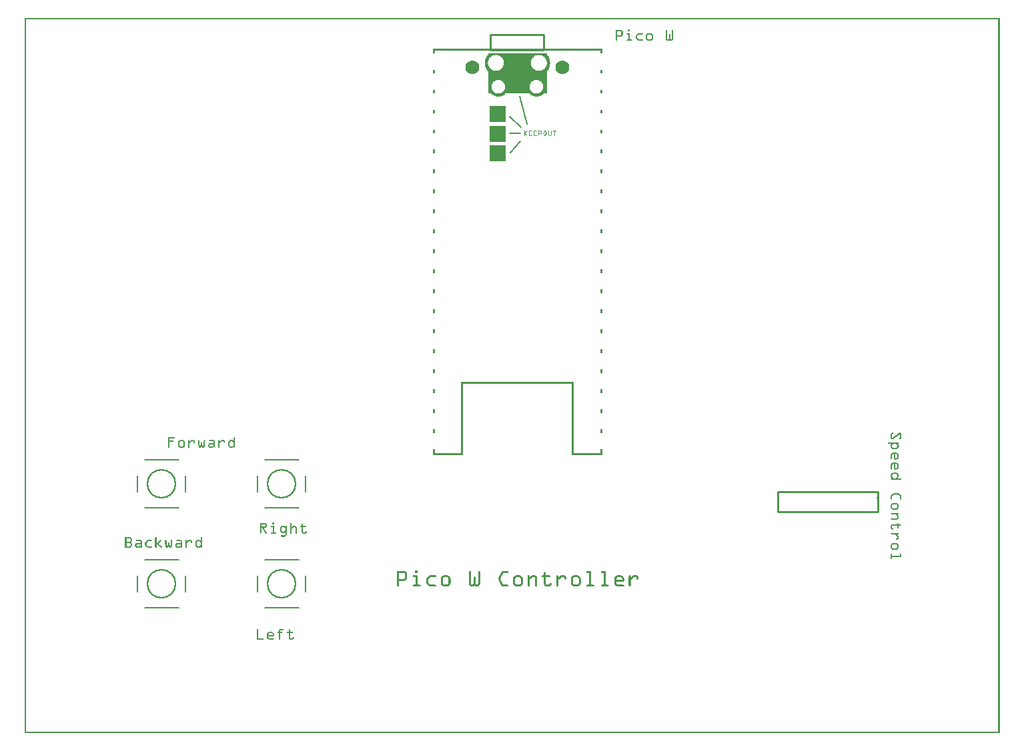
<source format=gto>
G04 MADE WITH FRITZING*
G04 WWW.FRITZING.ORG*
G04 DOUBLE SIDED*
G04 HOLES PLATED*
G04 CONTOUR ON CENTER OF CONTOUR VECTOR*
%ASAXBY*%
%FSLAX23Y23*%
%MOIN*%
%OFA0B0*%
%SFA1.0B1.0*%
%ADD10C,0.070000*%
%ADD11C,0.148000X0.132*%
%ADD12R,0.276407X0.085497X0.256407X0.065497*%
%ADD13C,0.010000*%
%ADD14R,0.082490X0.082490*%
%ADD15C,0.005000*%
%ADD16C,0.008000*%
%ADD17R,0.001000X0.001000*%
%LNSILK1*%
G90*
G70*
G54D10*
X2687Y3332D03*
X2239Y3332D03*
G54D11*
X686Y748D03*
X1286Y748D03*
X1286Y1248D03*
X686Y1248D03*
G54D13*
X2329Y3495D02*
X2595Y3495D01*
X2595Y3419D01*
X2329Y3419D01*
X2329Y3495D01*
D02*
G54D14*
X2365Y2901D03*
X2365Y2999D03*
X2365Y3097D03*
G54D15*
X2475Y3187D02*
X2511Y3047D01*
D02*
X2425Y3085D02*
X2482Y3032D01*
D02*
X2427Y2905D02*
X2480Y2962D01*
D02*
X2426Y3002D02*
X2479Y3002D01*
G54D13*
D02*
X4264Y1209D02*
X3764Y1209D01*
D02*
X3764Y1209D02*
X3764Y1109D01*
D02*
X3764Y1109D02*
X4264Y1109D01*
D02*
X4264Y1109D02*
X4264Y1209D01*
G54D16*
D02*
X771Y868D02*
X601Y868D01*
D02*
X601Y628D02*
X771Y628D01*
D02*
X806Y788D02*
X806Y708D01*
D02*
X566Y789D02*
X566Y708D01*
D02*
X1371Y868D02*
X1201Y868D01*
D02*
X1201Y628D02*
X1371Y628D01*
D02*
X1406Y788D02*
X1406Y708D01*
D02*
X1166Y789D02*
X1166Y708D01*
D02*
X1371Y1368D02*
X1201Y1368D01*
D02*
X1201Y1128D02*
X1371Y1128D01*
D02*
X1406Y1288D02*
X1406Y1208D01*
D02*
X1166Y1289D02*
X1166Y1208D01*
D02*
X771Y1368D02*
X601Y1368D01*
D02*
X601Y1128D02*
X771Y1128D01*
D02*
X806Y1288D02*
X806Y1208D01*
D02*
X566Y1289D02*
X566Y1208D01*
G54D17*
X1Y3577D02*
X4874Y3577D01*
X1Y3576D02*
X4874Y3576D01*
X1Y3575D02*
X4874Y3575D01*
X1Y3574D02*
X4874Y3574D01*
X1Y3573D02*
X4874Y3573D01*
X1Y3572D02*
X4874Y3572D01*
X1Y3571D02*
X4874Y3571D01*
X1Y3570D02*
X4874Y3570D01*
X1Y3569D02*
X8Y3569D01*
X4867Y3569D02*
X4874Y3569D01*
X1Y3568D02*
X8Y3568D01*
X4867Y3568D02*
X4874Y3568D01*
X1Y3567D02*
X8Y3567D01*
X4867Y3567D02*
X4874Y3567D01*
X1Y3566D02*
X8Y3566D01*
X4867Y3566D02*
X4874Y3566D01*
X1Y3565D02*
X8Y3565D01*
X4867Y3565D02*
X4874Y3565D01*
X1Y3564D02*
X8Y3564D01*
X4867Y3564D02*
X4874Y3564D01*
X1Y3563D02*
X8Y3563D01*
X4867Y3563D02*
X4874Y3563D01*
X1Y3562D02*
X8Y3562D01*
X4867Y3562D02*
X4874Y3562D01*
X1Y3561D02*
X8Y3561D01*
X4867Y3561D02*
X4874Y3561D01*
X1Y3560D02*
X8Y3560D01*
X4867Y3560D02*
X4874Y3560D01*
X1Y3559D02*
X8Y3559D01*
X4867Y3559D02*
X4874Y3559D01*
X1Y3558D02*
X8Y3558D01*
X4867Y3558D02*
X4874Y3558D01*
X1Y3557D02*
X8Y3557D01*
X4867Y3557D02*
X4874Y3557D01*
X1Y3556D02*
X8Y3556D01*
X4867Y3556D02*
X4874Y3556D01*
X1Y3555D02*
X8Y3555D01*
X4867Y3555D02*
X4874Y3555D01*
X1Y3554D02*
X8Y3554D01*
X4867Y3554D02*
X4874Y3554D01*
X1Y3553D02*
X8Y3553D01*
X4867Y3553D02*
X4874Y3553D01*
X1Y3552D02*
X8Y3552D01*
X4867Y3552D02*
X4874Y3552D01*
X1Y3551D02*
X8Y3551D01*
X4867Y3551D02*
X4874Y3551D01*
X1Y3550D02*
X8Y3550D01*
X4867Y3550D02*
X4874Y3550D01*
X1Y3549D02*
X8Y3549D01*
X4867Y3549D02*
X4874Y3549D01*
X1Y3548D02*
X8Y3548D01*
X4867Y3548D02*
X4874Y3548D01*
X1Y3547D02*
X8Y3547D01*
X4867Y3547D02*
X4874Y3547D01*
X1Y3546D02*
X8Y3546D01*
X4867Y3546D02*
X4874Y3546D01*
X1Y3545D02*
X8Y3545D01*
X4867Y3545D02*
X4874Y3545D01*
X1Y3544D02*
X8Y3544D01*
X4867Y3544D02*
X4874Y3544D01*
X1Y3543D02*
X8Y3543D01*
X4867Y3543D02*
X4874Y3543D01*
X1Y3542D02*
X8Y3542D01*
X4867Y3542D02*
X4874Y3542D01*
X1Y3541D02*
X8Y3541D01*
X4867Y3541D02*
X4874Y3541D01*
X1Y3540D02*
X8Y3540D01*
X4867Y3540D02*
X4874Y3540D01*
X1Y3539D02*
X8Y3539D01*
X4867Y3539D02*
X4874Y3539D01*
X1Y3538D02*
X8Y3538D01*
X4867Y3538D02*
X4874Y3538D01*
X1Y3537D02*
X8Y3537D01*
X4867Y3537D02*
X4874Y3537D01*
X1Y3536D02*
X8Y3536D01*
X4867Y3536D02*
X4874Y3536D01*
X1Y3535D02*
X8Y3535D01*
X4867Y3535D02*
X4874Y3535D01*
X1Y3534D02*
X8Y3534D01*
X4867Y3534D02*
X4874Y3534D01*
X1Y3533D02*
X8Y3533D01*
X4867Y3533D02*
X4874Y3533D01*
X1Y3532D02*
X8Y3532D01*
X4867Y3532D02*
X4874Y3532D01*
X1Y3531D02*
X8Y3531D01*
X4867Y3531D02*
X4874Y3531D01*
X1Y3530D02*
X8Y3530D01*
X4867Y3530D02*
X4874Y3530D01*
X1Y3529D02*
X8Y3529D01*
X4867Y3529D02*
X4874Y3529D01*
X1Y3528D02*
X8Y3528D01*
X4867Y3528D02*
X4874Y3528D01*
X1Y3527D02*
X8Y3527D01*
X4867Y3527D02*
X4874Y3527D01*
X1Y3526D02*
X8Y3526D01*
X4867Y3526D02*
X4874Y3526D01*
X1Y3525D02*
X8Y3525D01*
X4867Y3525D02*
X4874Y3525D01*
X1Y3524D02*
X8Y3524D01*
X4867Y3524D02*
X4874Y3524D01*
X1Y3523D02*
X8Y3523D01*
X4867Y3523D02*
X4874Y3523D01*
X1Y3522D02*
X8Y3522D01*
X4867Y3522D02*
X4874Y3522D01*
X1Y3521D02*
X8Y3521D01*
X4867Y3521D02*
X4874Y3521D01*
X1Y3520D02*
X8Y3520D01*
X3019Y3520D02*
X3024Y3520D01*
X4867Y3520D02*
X4874Y3520D01*
X1Y3519D02*
X8Y3519D01*
X3018Y3519D02*
X3026Y3519D01*
X4867Y3519D02*
X4874Y3519D01*
X1Y3518D02*
X8Y3518D01*
X3017Y3518D02*
X3026Y3518D01*
X4867Y3518D02*
X4874Y3518D01*
X1Y3517D02*
X8Y3517D01*
X2957Y3517D02*
X2983Y3517D01*
X3017Y3517D02*
X3026Y3517D01*
X3207Y3517D02*
X3210Y3517D01*
X3238Y3517D02*
X3241Y3517D01*
X4867Y3517D02*
X4874Y3517D01*
X1Y3516D02*
X8Y3516D01*
X2956Y3516D02*
X2985Y3516D01*
X3017Y3516D02*
X3026Y3516D01*
X3206Y3516D02*
X3211Y3516D01*
X3237Y3516D02*
X3242Y3516D01*
X4867Y3516D02*
X4874Y3516D01*
X1Y3515D02*
X8Y3515D01*
X2956Y3515D02*
X2986Y3515D01*
X3017Y3515D02*
X3026Y3515D01*
X3206Y3515D02*
X3211Y3515D01*
X3237Y3515D02*
X3243Y3515D01*
X4867Y3515D02*
X4874Y3515D01*
X1Y3514D02*
X8Y3514D01*
X2956Y3514D02*
X2987Y3514D01*
X3017Y3514D02*
X3026Y3514D01*
X3206Y3514D02*
X3212Y3514D01*
X3237Y3514D02*
X3243Y3514D01*
X4867Y3514D02*
X4874Y3514D01*
X1Y3513D02*
X8Y3513D01*
X2956Y3513D02*
X2988Y3513D01*
X3017Y3513D02*
X3026Y3513D01*
X3206Y3513D02*
X3212Y3513D01*
X3237Y3513D02*
X3243Y3513D01*
X4867Y3513D02*
X4874Y3513D01*
X1Y3512D02*
X8Y3512D01*
X2956Y3512D02*
X2989Y3512D01*
X3018Y3512D02*
X3026Y3512D01*
X3206Y3512D02*
X3212Y3512D01*
X3237Y3512D02*
X3243Y3512D01*
X4867Y3512D02*
X4874Y3512D01*
X1Y3511D02*
X8Y3511D01*
X2956Y3511D02*
X2989Y3511D01*
X3019Y3511D02*
X3024Y3511D01*
X3206Y3511D02*
X3212Y3511D01*
X3237Y3511D02*
X3243Y3511D01*
X4867Y3511D02*
X4874Y3511D01*
X1Y3510D02*
X8Y3510D01*
X2956Y3510D02*
X2962Y3510D01*
X2982Y3510D02*
X2989Y3510D01*
X3206Y3510D02*
X3212Y3510D01*
X3237Y3510D02*
X3243Y3510D01*
X4867Y3510D02*
X4874Y3510D01*
X1Y3509D02*
X8Y3509D01*
X2956Y3509D02*
X2962Y3509D01*
X2983Y3509D02*
X2990Y3509D01*
X3206Y3509D02*
X3212Y3509D01*
X3237Y3509D02*
X3243Y3509D01*
X4867Y3509D02*
X4874Y3509D01*
X1Y3508D02*
X8Y3508D01*
X2956Y3508D02*
X2962Y3508D01*
X2984Y3508D02*
X2990Y3508D01*
X3206Y3508D02*
X3212Y3508D01*
X3237Y3508D02*
X3243Y3508D01*
X4867Y3508D02*
X4874Y3508D01*
X1Y3507D02*
X8Y3507D01*
X2956Y3507D02*
X2962Y3507D01*
X2984Y3507D02*
X2990Y3507D01*
X3206Y3507D02*
X3212Y3507D01*
X3237Y3507D02*
X3243Y3507D01*
X4867Y3507D02*
X4874Y3507D01*
X1Y3506D02*
X8Y3506D01*
X2956Y3506D02*
X2962Y3506D01*
X2984Y3506D02*
X2990Y3506D01*
X3206Y3506D02*
X3212Y3506D01*
X3237Y3506D02*
X3243Y3506D01*
X4867Y3506D02*
X4874Y3506D01*
X1Y3505D02*
X8Y3505D01*
X2956Y3505D02*
X2962Y3505D01*
X2984Y3505D02*
X2990Y3505D01*
X3206Y3505D02*
X3212Y3505D01*
X3237Y3505D02*
X3243Y3505D01*
X4867Y3505D02*
X4874Y3505D01*
X1Y3504D02*
X8Y3504D01*
X2956Y3504D02*
X2962Y3504D01*
X2984Y3504D02*
X2990Y3504D01*
X3206Y3504D02*
X3212Y3504D01*
X3237Y3504D02*
X3243Y3504D01*
X4867Y3504D02*
X4874Y3504D01*
X1Y3503D02*
X8Y3503D01*
X2956Y3503D02*
X2962Y3503D01*
X2984Y3503D02*
X2990Y3503D01*
X3206Y3503D02*
X3212Y3503D01*
X3237Y3503D02*
X3243Y3503D01*
X4867Y3503D02*
X4874Y3503D01*
X1Y3502D02*
X8Y3502D01*
X2956Y3502D02*
X2962Y3502D01*
X2984Y3502D02*
X2990Y3502D01*
X3011Y3502D02*
X3025Y3502D01*
X3069Y3502D02*
X3089Y3502D01*
X3116Y3502D02*
X3131Y3502D01*
X3206Y3502D02*
X3212Y3502D01*
X3237Y3502D02*
X3243Y3502D01*
X4867Y3502D02*
X4874Y3502D01*
X1Y3501D02*
X8Y3501D01*
X2956Y3501D02*
X2962Y3501D01*
X2984Y3501D02*
X2990Y3501D01*
X3011Y3501D02*
X3026Y3501D01*
X3067Y3501D02*
X3090Y3501D01*
X3114Y3501D02*
X3133Y3501D01*
X3206Y3501D02*
X3212Y3501D01*
X3237Y3501D02*
X3243Y3501D01*
X4867Y3501D02*
X4874Y3501D01*
X1Y3500D02*
X8Y3500D01*
X2956Y3500D02*
X2962Y3500D01*
X2984Y3500D02*
X2990Y3500D01*
X3010Y3500D02*
X3026Y3500D01*
X3066Y3500D02*
X3090Y3500D01*
X3113Y3500D02*
X3135Y3500D01*
X3206Y3500D02*
X3212Y3500D01*
X3237Y3500D02*
X3243Y3500D01*
X4867Y3500D02*
X4874Y3500D01*
X1Y3499D02*
X8Y3499D01*
X2956Y3499D02*
X2962Y3499D01*
X2984Y3499D02*
X2990Y3499D01*
X3010Y3499D02*
X3026Y3499D01*
X3065Y3499D02*
X3090Y3499D01*
X3111Y3499D02*
X3136Y3499D01*
X3206Y3499D02*
X3212Y3499D01*
X3237Y3499D02*
X3243Y3499D01*
X4867Y3499D02*
X4874Y3499D01*
X1Y3498D02*
X8Y3498D01*
X2956Y3498D02*
X2962Y3498D01*
X2984Y3498D02*
X2990Y3498D01*
X3010Y3498D02*
X3026Y3498D01*
X3063Y3498D02*
X3090Y3498D01*
X3111Y3498D02*
X3137Y3498D01*
X3206Y3498D02*
X3212Y3498D01*
X3224Y3498D02*
X3224Y3498D01*
X3237Y3498D02*
X3243Y3498D01*
X4867Y3498D02*
X4874Y3498D01*
X1Y3497D02*
X8Y3497D01*
X2956Y3497D02*
X2962Y3497D01*
X2984Y3497D02*
X2990Y3497D01*
X3011Y3497D02*
X3026Y3497D01*
X3062Y3497D02*
X3089Y3497D01*
X3110Y3497D02*
X3138Y3497D01*
X3206Y3497D02*
X3212Y3497D01*
X3222Y3497D02*
X3226Y3497D01*
X3237Y3497D02*
X3243Y3497D01*
X4867Y3497D02*
X4874Y3497D01*
X1Y3496D02*
X8Y3496D01*
X2956Y3496D02*
X2962Y3496D01*
X2984Y3496D02*
X2990Y3496D01*
X3013Y3496D02*
X3026Y3496D01*
X3061Y3496D02*
X3088Y3496D01*
X3109Y3496D02*
X3139Y3496D01*
X3206Y3496D02*
X3212Y3496D01*
X3221Y3496D02*
X3227Y3496D01*
X3237Y3496D02*
X3243Y3496D01*
X4867Y3496D02*
X4874Y3496D01*
X1Y3495D02*
X8Y3495D01*
X2956Y3495D02*
X2962Y3495D01*
X2984Y3495D02*
X2990Y3495D01*
X3020Y3495D02*
X3026Y3495D01*
X3060Y3495D02*
X3070Y3495D01*
X3108Y3495D02*
X3117Y3495D01*
X3131Y3495D02*
X3139Y3495D01*
X3206Y3495D02*
X3212Y3495D01*
X3221Y3495D02*
X3227Y3495D01*
X3237Y3495D02*
X3243Y3495D01*
X4867Y3495D02*
X4874Y3495D01*
X1Y3494D02*
X8Y3494D01*
X2956Y3494D02*
X2962Y3494D01*
X2984Y3494D02*
X2990Y3494D01*
X3020Y3494D02*
X3026Y3494D01*
X3059Y3494D02*
X3069Y3494D01*
X3108Y3494D02*
X3115Y3494D01*
X3132Y3494D02*
X3140Y3494D01*
X3206Y3494D02*
X3212Y3494D01*
X3221Y3494D02*
X3227Y3494D01*
X3237Y3494D02*
X3243Y3494D01*
X4867Y3494D02*
X4874Y3494D01*
X1Y3493D02*
X8Y3493D01*
X2956Y3493D02*
X2962Y3493D01*
X2983Y3493D02*
X2990Y3493D01*
X3020Y3493D02*
X3026Y3493D01*
X3059Y3493D02*
X3068Y3493D01*
X3107Y3493D02*
X3114Y3493D01*
X3133Y3493D02*
X3140Y3493D01*
X3206Y3493D02*
X3212Y3493D01*
X3221Y3493D02*
X3227Y3493D01*
X3237Y3493D02*
X3243Y3493D01*
X4867Y3493D02*
X4874Y3493D01*
X1Y3492D02*
X8Y3492D01*
X2956Y3492D02*
X2962Y3492D01*
X2983Y3492D02*
X2990Y3492D01*
X3020Y3492D02*
X3026Y3492D01*
X3058Y3492D02*
X3066Y3492D01*
X3107Y3492D02*
X3114Y3492D01*
X3134Y3492D02*
X3140Y3492D01*
X3206Y3492D02*
X3212Y3492D01*
X3221Y3492D02*
X3227Y3492D01*
X3237Y3492D02*
X3243Y3492D01*
X4867Y3492D02*
X4874Y3492D01*
X1Y3491D02*
X8Y3491D01*
X2956Y3491D02*
X2989Y3491D01*
X3020Y3491D02*
X3026Y3491D01*
X3057Y3491D02*
X3065Y3491D01*
X3107Y3491D02*
X3113Y3491D01*
X3134Y3491D02*
X3140Y3491D01*
X3206Y3491D02*
X3212Y3491D01*
X3221Y3491D02*
X3227Y3491D01*
X3237Y3491D02*
X3243Y3491D01*
X4867Y3491D02*
X4874Y3491D01*
X1Y3490D02*
X8Y3490D01*
X2956Y3490D02*
X2989Y3490D01*
X3020Y3490D02*
X3026Y3490D01*
X3057Y3490D02*
X3064Y3490D01*
X3107Y3490D02*
X3113Y3490D01*
X3135Y3490D02*
X3141Y3490D01*
X3206Y3490D02*
X3212Y3490D01*
X3221Y3490D02*
X3227Y3490D01*
X3237Y3490D02*
X3243Y3490D01*
X4867Y3490D02*
X4874Y3490D01*
X1Y3489D02*
X8Y3489D01*
X2956Y3489D02*
X2988Y3489D01*
X3020Y3489D02*
X3026Y3489D01*
X3057Y3489D02*
X3063Y3489D01*
X3107Y3489D02*
X3113Y3489D01*
X3135Y3489D02*
X3141Y3489D01*
X3206Y3489D02*
X3212Y3489D01*
X3221Y3489D02*
X3227Y3489D01*
X3237Y3489D02*
X3243Y3489D01*
X4867Y3489D02*
X4874Y3489D01*
X1Y3488D02*
X8Y3488D01*
X2956Y3488D02*
X2987Y3488D01*
X3020Y3488D02*
X3026Y3488D01*
X3057Y3488D02*
X3063Y3488D01*
X3107Y3488D02*
X3113Y3488D01*
X3135Y3488D02*
X3141Y3488D01*
X3206Y3488D02*
X3212Y3488D01*
X3221Y3488D02*
X3227Y3488D01*
X3237Y3488D02*
X3243Y3488D01*
X4867Y3488D02*
X4874Y3488D01*
X1Y3487D02*
X8Y3487D01*
X2956Y3487D02*
X2987Y3487D01*
X3020Y3487D02*
X3026Y3487D01*
X3057Y3487D02*
X3063Y3487D01*
X3107Y3487D02*
X3113Y3487D01*
X3135Y3487D02*
X3141Y3487D01*
X3206Y3487D02*
X3212Y3487D01*
X3221Y3487D02*
X3227Y3487D01*
X3237Y3487D02*
X3243Y3487D01*
X4867Y3487D02*
X4874Y3487D01*
X1Y3486D02*
X8Y3486D01*
X2956Y3486D02*
X2985Y3486D01*
X3020Y3486D02*
X3026Y3486D01*
X3057Y3486D02*
X3063Y3486D01*
X3107Y3486D02*
X3113Y3486D01*
X3135Y3486D02*
X3141Y3486D01*
X3206Y3486D02*
X3212Y3486D01*
X3221Y3486D02*
X3227Y3486D01*
X3237Y3486D02*
X3243Y3486D01*
X4867Y3486D02*
X4874Y3486D01*
X1Y3485D02*
X8Y3485D01*
X2956Y3485D02*
X2984Y3485D01*
X3020Y3485D02*
X3026Y3485D01*
X3057Y3485D02*
X3063Y3485D01*
X3107Y3485D02*
X3113Y3485D01*
X3135Y3485D02*
X3141Y3485D01*
X3206Y3485D02*
X3212Y3485D01*
X3221Y3485D02*
X3227Y3485D01*
X3237Y3485D02*
X3243Y3485D01*
X4867Y3485D02*
X4874Y3485D01*
X1Y3484D02*
X8Y3484D01*
X2956Y3484D02*
X2963Y3484D01*
X3020Y3484D02*
X3026Y3484D01*
X3057Y3484D02*
X3063Y3484D01*
X3107Y3484D02*
X3113Y3484D01*
X3135Y3484D02*
X3141Y3484D01*
X3206Y3484D02*
X3212Y3484D01*
X3221Y3484D02*
X3227Y3484D01*
X3237Y3484D02*
X3243Y3484D01*
X4867Y3484D02*
X4874Y3484D01*
X1Y3483D02*
X8Y3483D01*
X2956Y3483D02*
X2962Y3483D01*
X3020Y3483D02*
X3026Y3483D01*
X3057Y3483D02*
X3063Y3483D01*
X3107Y3483D02*
X3113Y3483D01*
X3135Y3483D02*
X3141Y3483D01*
X3206Y3483D02*
X3212Y3483D01*
X3221Y3483D02*
X3227Y3483D01*
X3237Y3483D02*
X3243Y3483D01*
X4867Y3483D02*
X4874Y3483D01*
X1Y3482D02*
X8Y3482D01*
X2956Y3482D02*
X2962Y3482D01*
X3020Y3482D02*
X3026Y3482D01*
X3057Y3482D02*
X3063Y3482D01*
X3107Y3482D02*
X3113Y3482D01*
X3135Y3482D02*
X3141Y3482D01*
X3206Y3482D02*
X3212Y3482D01*
X3221Y3482D02*
X3227Y3482D01*
X3237Y3482D02*
X3243Y3482D01*
X4867Y3482D02*
X4874Y3482D01*
X1Y3481D02*
X8Y3481D01*
X2956Y3481D02*
X2962Y3481D01*
X3020Y3481D02*
X3026Y3481D01*
X3057Y3481D02*
X3063Y3481D01*
X3107Y3481D02*
X3113Y3481D01*
X3135Y3481D02*
X3141Y3481D01*
X3206Y3481D02*
X3212Y3481D01*
X3221Y3481D02*
X3227Y3481D01*
X3237Y3481D02*
X3243Y3481D01*
X4867Y3481D02*
X4874Y3481D01*
X1Y3480D02*
X8Y3480D01*
X2956Y3480D02*
X2962Y3480D01*
X3020Y3480D02*
X3026Y3480D01*
X3057Y3480D02*
X3063Y3480D01*
X3107Y3480D02*
X3113Y3480D01*
X3135Y3480D02*
X3141Y3480D01*
X3206Y3480D02*
X3212Y3480D01*
X3221Y3480D02*
X3227Y3480D01*
X3237Y3480D02*
X3243Y3480D01*
X4867Y3480D02*
X4874Y3480D01*
X1Y3479D02*
X8Y3479D01*
X2956Y3479D02*
X2962Y3479D01*
X3020Y3479D02*
X3026Y3479D01*
X3057Y3479D02*
X3063Y3479D01*
X3107Y3479D02*
X3113Y3479D01*
X3135Y3479D02*
X3141Y3479D01*
X3206Y3479D02*
X3212Y3479D01*
X3221Y3479D02*
X3227Y3479D01*
X3237Y3479D02*
X3243Y3479D01*
X4867Y3479D02*
X4874Y3479D01*
X1Y3478D02*
X8Y3478D01*
X2956Y3478D02*
X2962Y3478D01*
X3020Y3478D02*
X3026Y3478D01*
X3057Y3478D02*
X3063Y3478D01*
X3107Y3478D02*
X3113Y3478D01*
X3135Y3478D02*
X3141Y3478D01*
X3206Y3478D02*
X3212Y3478D01*
X3221Y3478D02*
X3227Y3478D01*
X3237Y3478D02*
X3243Y3478D01*
X4867Y3478D02*
X4874Y3478D01*
X1Y3477D02*
X8Y3477D01*
X2956Y3477D02*
X2962Y3477D01*
X3020Y3477D02*
X3026Y3477D01*
X3057Y3477D02*
X3063Y3477D01*
X3107Y3477D02*
X3113Y3477D01*
X3135Y3477D02*
X3141Y3477D01*
X3206Y3477D02*
X3212Y3477D01*
X3221Y3477D02*
X3227Y3477D01*
X3237Y3477D02*
X3243Y3477D01*
X4867Y3477D02*
X4874Y3477D01*
X1Y3476D02*
X8Y3476D01*
X2956Y3476D02*
X2962Y3476D01*
X3020Y3476D02*
X3026Y3476D01*
X3057Y3476D02*
X3064Y3476D01*
X3107Y3476D02*
X3113Y3476D01*
X3135Y3476D02*
X3141Y3476D01*
X3206Y3476D02*
X3212Y3476D01*
X3221Y3476D02*
X3227Y3476D01*
X3237Y3476D02*
X3243Y3476D01*
X4867Y3476D02*
X4874Y3476D01*
X1Y3475D02*
X8Y3475D01*
X2956Y3475D02*
X2962Y3475D01*
X3020Y3475D02*
X3026Y3475D01*
X3058Y3475D02*
X3066Y3475D01*
X3107Y3475D02*
X3113Y3475D01*
X3134Y3475D02*
X3140Y3475D01*
X3206Y3475D02*
X3212Y3475D01*
X3221Y3475D02*
X3227Y3475D01*
X3237Y3475D02*
X3243Y3475D01*
X4867Y3475D02*
X4874Y3475D01*
X1Y3474D02*
X8Y3474D01*
X2956Y3474D02*
X2962Y3474D01*
X3020Y3474D02*
X3026Y3474D01*
X3058Y3474D02*
X3067Y3474D01*
X3107Y3474D02*
X3114Y3474D01*
X3134Y3474D02*
X3140Y3474D01*
X3206Y3474D02*
X3212Y3474D01*
X3221Y3474D02*
X3227Y3474D01*
X3237Y3474D02*
X3243Y3474D01*
X4867Y3474D02*
X4874Y3474D01*
X1Y3473D02*
X8Y3473D01*
X2956Y3473D02*
X2962Y3473D01*
X3020Y3473D02*
X3026Y3473D01*
X3059Y3473D02*
X3068Y3473D01*
X3107Y3473D02*
X3115Y3473D01*
X3133Y3473D02*
X3140Y3473D01*
X3206Y3473D02*
X3212Y3473D01*
X3221Y3473D02*
X3228Y3473D01*
X3236Y3473D02*
X3243Y3473D01*
X4867Y3473D02*
X4874Y3473D01*
X1Y3472D02*
X8Y3472D01*
X2956Y3472D02*
X2962Y3472D01*
X3020Y3472D02*
X3026Y3472D01*
X3059Y3472D02*
X3069Y3472D01*
X3108Y3472D02*
X3116Y3472D01*
X3132Y3472D02*
X3140Y3472D01*
X3206Y3472D02*
X3213Y3472D01*
X3220Y3472D02*
X3228Y3472D01*
X3236Y3472D02*
X3243Y3472D01*
X4867Y3472D02*
X4874Y3472D01*
X1Y3471D02*
X8Y3471D01*
X2956Y3471D02*
X2962Y3471D01*
X3020Y3471D02*
X3026Y3471D01*
X3060Y3471D02*
X3070Y3471D01*
X3108Y3471D02*
X3117Y3471D01*
X3130Y3471D02*
X3139Y3471D01*
X3206Y3471D02*
X3213Y3471D01*
X3220Y3471D02*
X3229Y3471D01*
X3235Y3471D02*
X3242Y3471D01*
X4867Y3471D02*
X4874Y3471D01*
X1Y3470D02*
X8Y3470D01*
X2956Y3470D02*
X2962Y3470D01*
X3012Y3470D02*
X3035Y3470D01*
X3062Y3470D02*
X3088Y3470D01*
X3109Y3470D02*
X3139Y3470D01*
X3207Y3470D02*
X3242Y3470D01*
X4867Y3470D02*
X4874Y3470D01*
X1Y3469D02*
X8Y3469D01*
X2956Y3469D02*
X2962Y3469D01*
X3011Y3469D02*
X3036Y3469D01*
X3063Y3469D02*
X3090Y3469D01*
X3110Y3469D02*
X3138Y3469D01*
X3207Y3469D02*
X3241Y3469D01*
X4867Y3469D02*
X4874Y3469D01*
X1Y3468D02*
X8Y3468D01*
X2956Y3468D02*
X2962Y3468D01*
X3010Y3468D02*
X3036Y3468D01*
X3064Y3468D02*
X3090Y3468D01*
X3111Y3468D02*
X3137Y3468D01*
X3208Y3468D02*
X3240Y3468D01*
X4867Y3468D02*
X4874Y3468D01*
X1Y3467D02*
X8Y3467D01*
X2956Y3467D02*
X2962Y3467D01*
X3010Y3467D02*
X3037Y3467D01*
X3065Y3467D02*
X3090Y3467D01*
X3112Y3467D02*
X3136Y3467D01*
X3208Y3467D02*
X3240Y3467D01*
X4867Y3467D02*
X4874Y3467D01*
X1Y3466D02*
X8Y3466D01*
X2956Y3466D02*
X2962Y3466D01*
X3010Y3466D02*
X3037Y3466D01*
X3066Y3466D02*
X3090Y3466D01*
X3113Y3466D02*
X3134Y3466D01*
X3209Y3466D02*
X3239Y3466D01*
X4867Y3466D02*
X4874Y3466D01*
X1Y3465D02*
X8Y3465D01*
X2957Y3465D02*
X2962Y3465D01*
X3011Y3465D02*
X3036Y3465D01*
X3068Y3465D02*
X3090Y3465D01*
X3115Y3465D02*
X3133Y3465D01*
X3210Y3465D02*
X3223Y3465D01*
X3225Y3465D02*
X3239Y3465D01*
X4867Y3465D02*
X4874Y3465D01*
X1Y3464D02*
X8Y3464D01*
X2958Y3464D02*
X2961Y3464D01*
X3012Y3464D02*
X3035Y3464D01*
X3070Y3464D02*
X3089Y3464D01*
X3117Y3464D02*
X3131Y3464D01*
X3211Y3464D02*
X3222Y3464D01*
X3226Y3464D02*
X3238Y3464D01*
X4867Y3464D02*
X4874Y3464D01*
X1Y3463D02*
X8Y3463D01*
X4867Y3463D02*
X4874Y3463D01*
X1Y3462D02*
X8Y3462D01*
X4867Y3462D02*
X4874Y3462D01*
X1Y3461D02*
X8Y3461D01*
X4867Y3461D02*
X4874Y3461D01*
X1Y3460D02*
X8Y3460D01*
X4867Y3460D02*
X4874Y3460D01*
X1Y3459D02*
X8Y3459D01*
X4867Y3459D02*
X4874Y3459D01*
X1Y3458D02*
X8Y3458D01*
X4867Y3458D02*
X4874Y3458D01*
X1Y3457D02*
X8Y3457D01*
X4867Y3457D02*
X4874Y3457D01*
X1Y3456D02*
X8Y3456D01*
X4867Y3456D02*
X4874Y3456D01*
X1Y3455D02*
X8Y3455D01*
X4867Y3455D02*
X4874Y3455D01*
X1Y3454D02*
X8Y3454D01*
X4867Y3454D02*
X4874Y3454D01*
X1Y3453D02*
X8Y3453D01*
X4867Y3453D02*
X4874Y3453D01*
X1Y3452D02*
X8Y3452D01*
X4867Y3452D02*
X4874Y3452D01*
X1Y3451D02*
X8Y3451D01*
X4867Y3451D02*
X4874Y3451D01*
X1Y3450D02*
X8Y3450D01*
X4867Y3450D02*
X4874Y3450D01*
X1Y3449D02*
X8Y3449D01*
X4867Y3449D02*
X4874Y3449D01*
X1Y3448D02*
X8Y3448D01*
X4867Y3448D02*
X4874Y3448D01*
X1Y3447D02*
X8Y3447D01*
X4867Y3447D02*
X4874Y3447D01*
X1Y3446D02*
X8Y3446D01*
X4867Y3446D02*
X4874Y3446D01*
X1Y3445D02*
X8Y3445D01*
X4867Y3445D02*
X4874Y3445D01*
X1Y3444D02*
X8Y3444D01*
X4867Y3444D02*
X4874Y3444D01*
X1Y3443D02*
X8Y3443D01*
X4867Y3443D02*
X4874Y3443D01*
X1Y3442D02*
X8Y3442D01*
X4867Y3442D02*
X4874Y3442D01*
X1Y3441D02*
X8Y3441D01*
X4867Y3441D02*
X4874Y3441D01*
X1Y3440D02*
X8Y3440D01*
X4867Y3440D02*
X4874Y3440D01*
X1Y3439D02*
X8Y3439D01*
X4867Y3439D02*
X4874Y3439D01*
X1Y3438D02*
X8Y3438D01*
X4867Y3438D02*
X4874Y3438D01*
X1Y3437D02*
X8Y3437D01*
X4867Y3437D02*
X4874Y3437D01*
X1Y3436D02*
X8Y3436D01*
X4867Y3436D02*
X4874Y3436D01*
X1Y3435D02*
X8Y3435D01*
X4867Y3435D02*
X4874Y3435D01*
X1Y3434D02*
X8Y3434D01*
X4867Y3434D02*
X4874Y3434D01*
X1Y3433D02*
X8Y3433D01*
X4867Y3433D02*
X4874Y3433D01*
X1Y3432D02*
X8Y3432D01*
X4867Y3432D02*
X4874Y3432D01*
X1Y3431D02*
X8Y3431D01*
X4867Y3431D02*
X4874Y3431D01*
X1Y3430D02*
X8Y3430D01*
X4867Y3430D02*
X4874Y3430D01*
X1Y3429D02*
X8Y3429D01*
X4867Y3429D02*
X4874Y3429D01*
X1Y3428D02*
X8Y3428D01*
X4867Y3428D02*
X4874Y3428D01*
X1Y3427D02*
X8Y3427D01*
X4867Y3427D02*
X4874Y3427D01*
X1Y3426D02*
X8Y3426D01*
X4867Y3426D02*
X4874Y3426D01*
X1Y3425D02*
X8Y3425D01*
X4867Y3425D02*
X4874Y3425D01*
X1Y3424D02*
X8Y3424D01*
X4867Y3424D02*
X4874Y3424D01*
X1Y3423D02*
X8Y3423D01*
X2044Y3423D02*
X2887Y3423D01*
X4867Y3423D02*
X4874Y3423D01*
X1Y3422D02*
X8Y3422D01*
X2044Y3422D02*
X2888Y3422D01*
X4867Y3422D02*
X4874Y3422D01*
X1Y3421D02*
X8Y3421D01*
X2044Y3421D02*
X2888Y3421D01*
X4867Y3421D02*
X4874Y3421D01*
X1Y3420D02*
X8Y3420D01*
X2044Y3420D02*
X2888Y3420D01*
X4867Y3420D02*
X4874Y3420D01*
X1Y3419D02*
X8Y3419D01*
X2044Y3419D02*
X2888Y3419D01*
X4867Y3419D02*
X4874Y3419D01*
X1Y3418D02*
X8Y3418D01*
X2044Y3418D02*
X2888Y3418D01*
X4867Y3418D02*
X4874Y3418D01*
X1Y3417D02*
X8Y3417D01*
X2044Y3417D02*
X2888Y3417D01*
X4867Y3417D02*
X4874Y3417D01*
X1Y3416D02*
X8Y3416D01*
X2044Y3416D02*
X2888Y3416D01*
X4867Y3416D02*
X4874Y3416D01*
X1Y3415D02*
X8Y3415D01*
X2044Y3415D02*
X2888Y3415D01*
X4867Y3415D02*
X4874Y3415D01*
X1Y3414D02*
X8Y3414D01*
X2044Y3414D02*
X2888Y3414D01*
X4867Y3414D02*
X4874Y3414D01*
X1Y3413D02*
X8Y3413D01*
X2044Y3413D02*
X2053Y3413D01*
X2878Y3413D02*
X2888Y3413D01*
X4867Y3413D02*
X4874Y3413D01*
X1Y3412D02*
X8Y3412D01*
X2044Y3412D02*
X2053Y3412D01*
X2879Y3412D02*
X2888Y3412D01*
X4867Y3412D02*
X4874Y3412D01*
X1Y3411D02*
X8Y3411D01*
X2044Y3411D02*
X2053Y3411D01*
X2879Y3411D02*
X2888Y3411D01*
X4867Y3411D02*
X4874Y3411D01*
X1Y3410D02*
X8Y3410D01*
X2044Y3410D02*
X2053Y3410D01*
X2879Y3410D02*
X2888Y3410D01*
X4867Y3410D02*
X4874Y3410D01*
X1Y3409D02*
X8Y3409D01*
X2044Y3409D02*
X2053Y3409D01*
X2879Y3409D02*
X2888Y3409D01*
X4867Y3409D02*
X4874Y3409D01*
X1Y3408D02*
X8Y3408D01*
X2044Y3408D02*
X2053Y3408D01*
X2879Y3408D02*
X2888Y3408D01*
X4867Y3408D02*
X4874Y3408D01*
X1Y3407D02*
X8Y3407D01*
X2044Y3407D02*
X2053Y3407D01*
X2879Y3407D02*
X2888Y3407D01*
X4867Y3407D02*
X4874Y3407D01*
X1Y3406D02*
X8Y3406D01*
X2044Y3406D02*
X2053Y3406D01*
X2879Y3406D02*
X2888Y3406D01*
X4867Y3406D02*
X4874Y3406D01*
X1Y3405D02*
X8Y3405D01*
X2044Y3405D02*
X2053Y3405D01*
X2879Y3405D02*
X2888Y3405D01*
X4867Y3405D02*
X4874Y3405D01*
X1Y3404D02*
X8Y3404D01*
X2044Y3404D02*
X2053Y3404D01*
X2879Y3404D02*
X2888Y3404D01*
X4867Y3404D02*
X4874Y3404D01*
X1Y3403D02*
X8Y3403D01*
X2044Y3403D02*
X2053Y3403D01*
X2879Y3403D02*
X2888Y3403D01*
X4867Y3403D02*
X4874Y3403D01*
X1Y3402D02*
X8Y3402D01*
X2044Y3402D02*
X2053Y3402D01*
X2879Y3402D02*
X2888Y3402D01*
X4867Y3402D02*
X4874Y3402D01*
X1Y3401D02*
X8Y3401D01*
X2044Y3401D02*
X2053Y3401D01*
X2879Y3401D02*
X2888Y3401D01*
X4867Y3401D02*
X4874Y3401D01*
X1Y3400D02*
X8Y3400D01*
X2044Y3400D02*
X2053Y3400D01*
X2318Y3400D02*
X2610Y3400D01*
X2879Y3400D02*
X2888Y3400D01*
X4867Y3400D02*
X4874Y3400D01*
X1Y3399D02*
X8Y3399D01*
X2318Y3399D02*
X2610Y3399D01*
X4867Y3399D02*
X4874Y3399D01*
X1Y3398D02*
X8Y3398D01*
X2318Y3398D02*
X2610Y3398D01*
X4867Y3398D02*
X4874Y3398D01*
X1Y3397D02*
X8Y3397D01*
X2318Y3397D02*
X2610Y3397D01*
X4867Y3397D02*
X4874Y3397D01*
X1Y3396D02*
X8Y3396D01*
X2318Y3396D02*
X2610Y3396D01*
X4867Y3396D02*
X4874Y3396D01*
X1Y3395D02*
X8Y3395D01*
X2318Y3395D02*
X2610Y3395D01*
X4867Y3395D02*
X4874Y3395D01*
X1Y3394D02*
X8Y3394D01*
X2318Y3394D02*
X2610Y3394D01*
X4867Y3394D02*
X4874Y3394D01*
X1Y3393D02*
X8Y3393D01*
X2318Y3393D02*
X2354Y3393D01*
X2359Y3393D02*
X2569Y3393D01*
X2574Y3393D02*
X2611Y3393D01*
X4867Y3393D02*
X4874Y3393D01*
X1Y3392D02*
X8Y3392D01*
X2317Y3392D02*
X2347Y3392D01*
X2366Y3392D02*
X2562Y3392D01*
X2581Y3392D02*
X2612Y3392D01*
X4867Y3392D02*
X4874Y3392D01*
X1Y3391D02*
X8Y3391D01*
X2316Y3391D02*
X2344Y3391D01*
X2370Y3391D02*
X2558Y3391D01*
X2584Y3391D02*
X2613Y3391D01*
X4867Y3391D02*
X4874Y3391D01*
X1Y3390D02*
X8Y3390D01*
X2315Y3390D02*
X2341Y3390D01*
X2372Y3390D02*
X2556Y3390D01*
X2587Y3390D02*
X2614Y3390D01*
X4867Y3390D02*
X4874Y3390D01*
X1Y3389D02*
X8Y3389D01*
X2314Y3389D02*
X2339Y3389D01*
X2374Y3389D02*
X2553Y3389D01*
X2589Y3389D02*
X2615Y3389D01*
X4867Y3389D02*
X4874Y3389D01*
X1Y3388D02*
X8Y3388D01*
X2313Y3388D02*
X2337Y3388D01*
X2376Y3388D02*
X2551Y3388D01*
X2591Y3388D02*
X2616Y3388D01*
X4867Y3388D02*
X4874Y3388D01*
X1Y3387D02*
X8Y3387D01*
X2312Y3387D02*
X2335Y3387D01*
X2378Y3387D02*
X2550Y3387D01*
X2593Y3387D02*
X2617Y3387D01*
X4867Y3387D02*
X4874Y3387D01*
X1Y3386D02*
X8Y3386D01*
X2311Y3386D02*
X2334Y3386D01*
X2380Y3386D02*
X2548Y3386D01*
X2594Y3386D02*
X2618Y3386D01*
X4867Y3386D02*
X4874Y3386D01*
X1Y3385D02*
X8Y3385D01*
X2311Y3385D02*
X2332Y3385D01*
X2381Y3385D02*
X2547Y3385D01*
X2596Y3385D02*
X2618Y3385D01*
X4867Y3385D02*
X4874Y3385D01*
X1Y3384D02*
X8Y3384D01*
X2310Y3384D02*
X2331Y3384D01*
X2382Y3384D02*
X2545Y3384D01*
X2597Y3384D02*
X2619Y3384D01*
X4867Y3384D02*
X4874Y3384D01*
X1Y3383D02*
X8Y3383D01*
X2310Y3383D02*
X2330Y3383D01*
X2384Y3383D02*
X2544Y3383D01*
X2598Y3383D02*
X2620Y3383D01*
X4867Y3383D02*
X4874Y3383D01*
X1Y3382D02*
X8Y3382D01*
X2309Y3382D02*
X2329Y3382D01*
X2385Y3382D02*
X2543Y3382D01*
X2599Y3382D02*
X2620Y3382D01*
X4867Y3382D02*
X4874Y3382D01*
X1Y3381D02*
X8Y3381D01*
X2309Y3381D02*
X2328Y3381D01*
X2386Y3381D02*
X2542Y3381D01*
X2600Y3381D02*
X2621Y3381D01*
X4867Y3381D02*
X4874Y3381D01*
X1Y3380D02*
X8Y3380D01*
X2308Y3380D02*
X2327Y3380D01*
X2387Y3380D02*
X2541Y3380D01*
X2601Y3380D02*
X2621Y3380D01*
X4867Y3380D02*
X4874Y3380D01*
X1Y3379D02*
X8Y3379D01*
X2308Y3379D02*
X2326Y3379D01*
X2388Y3379D02*
X2540Y3379D01*
X2602Y3379D02*
X2622Y3379D01*
X4867Y3379D02*
X4874Y3379D01*
X1Y3378D02*
X8Y3378D01*
X2307Y3378D02*
X2325Y3378D01*
X2388Y3378D02*
X2539Y3378D01*
X2603Y3378D02*
X2622Y3378D01*
X4867Y3378D02*
X4874Y3378D01*
X1Y3377D02*
X8Y3377D01*
X2307Y3377D02*
X2324Y3377D01*
X2389Y3377D02*
X2539Y3377D01*
X2604Y3377D02*
X2622Y3377D01*
X4867Y3377D02*
X4874Y3377D01*
X1Y3376D02*
X8Y3376D01*
X2306Y3376D02*
X2323Y3376D01*
X2390Y3376D02*
X2538Y3376D01*
X2604Y3376D02*
X2623Y3376D01*
X4867Y3376D02*
X4874Y3376D01*
X1Y3375D02*
X8Y3375D01*
X2306Y3375D02*
X2323Y3375D01*
X2391Y3375D02*
X2537Y3375D01*
X2605Y3375D02*
X2623Y3375D01*
X4867Y3375D02*
X4874Y3375D01*
X1Y3374D02*
X8Y3374D01*
X2306Y3374D02*
X2322Y3374D01*
X2391Y3374D02*
X2537Y3374D01*
X2606Y3374D02*
X2623Y3374D01*
X4867Y3374D02*
X4874Y3374D01*
X1Y3373D02*
X8Y3373D01*
X2305Y3373D02*
X2322Y3373D01*
X2392Y3373D02*
X2536Y3373D01*
X2606Y3373D02*
X2624Y3373D01*
X4867Y3373D02*
X4874Y3373D01*
X1Y3372D02*
X8Y3372D01*
X2305Y3372D02*
X2321Y3372D01*
X2392Y3372D02*
X2536Y3372D01*
X2607Y3372D02*
X2624Y3372D01*
X4867Y3372D02*
X4874Y3372D01*
X1Y3371D02*
X8Y3371D01*
X2305Y3371D02*
X2321Y3371D01*
X2393Y3371D02*
X2535Y3371D01*
X2607Y3371D02*
X2624Y3371D01*
X4867Y3371D02*
X4874Y3371D01*
X1Y3370D02*
X8Y3370D01*
X2305Y3370D02*
X2320Y3370D01*
X2393Y3370D02*
X2535Y3370D01*
X2608Y3370D02*
X2625Y3370D01*
X4867Y3370D02*
X4874Y3370D01*
X1Y3369D02*
X8Y3369D01*
X2304Y3369D02*
X2320Y3369D01*
X2394Y3369D02*
X2534Y3369D01*
X2608Y3369D02*
X2625Y3369D01*
X4867Y3369D02*
X4874Y3369D01*
X1Y3368D02*
X8Y3368D01*
X2304Y3368D02*
X2319Y3368D01*
X2394Y3368D02*
X2534Y3368D01*
X2609Y3368D02*
X2625Y3368D01*
X4867Y3368D02*
X4874Y3368D01*
X1Y3367D02*
X8Y3367D01*
X2304Y3367D02*
X2319Y3367D01*
X2395Y3367D02*
X2533Y3367D01*
X2609Y3367D02*
X2625Y3367D01*
X4867Y3367D02*
X4874Y3367D01*
X1Y3366D02*
X8Y3366D01*
X2304Y3366D02*
X2318Y3366D01*
X2395Y3366D02*
X2533Y3366D01*
X2609Y3366D02*
X2626Y3366D01*
X4867Y3366D02*
X4874Y3366D01*
X1Y3365D02*
X8Y3365D01*
X2303Y3365D02*
X2318Y3365D01*
X2395Y3365D02*
X2533Y3365D01*
X2610Y3365D02*
X2626Y3365D01*
X4867Y3365D02*
X4874Y3365D01*
X1Y3364D02*
X8Y3364D01*
X2303Y3364D02*
X2318Y3364D01*
X2396Y3364D02*
X2532Y3364D01*
X2610Y3364D02*
X2626Y3364D01*
X4867Y3364D02*
X4874Y3364D01*
X1Y3363D02*
X8Y3363D01*
X2303Y3363D02*
X2318Y3363D01*
X2396Y3363D02*
X2532Y3363D01*
X2610Y3363D02*
X2626Y3363D01*
X4867Y3363D02*
X4874Y3363D01*
X1Y3362D02*
X8Y3362D01*
X2303Y3362D02*
X2317Y3362D01*
X2396Y3362D02*
X2532Y3362D01*
X2611Y3362D02*
X2626Y3362D01*
X4867Y3362D02*
X4874Y3362D01*
X1Y3361D02*
X8Y3361D01*
X2303Y3361D02*
X2317Y3361D01*
X2396Y3361D02*
X2532Y3361D01*
X2611Y3361D02*
X2626Y3361D01*
X4867Y3361D02*
X4874Y3361D01*
X1Y3360D02*
X8Y3360D01*
X2303Y3360D02*
X2317Y3360D01*
X2396Y3360D02*
X2531Y3360D01*
X2611Y3360D02*
X2626Y3360D01*
X4867Y3360D02*
X4874Y3360D01*
X1Y3359D02*
X8Y3359D01*
X2303Y3359D02*
X2317Y3359D01*
X2397Y3359D02*
X2531Y3359D01*
X2611Y3359D02*
X2626Y3359D01*
X4867Y3359D02*
X4874Y3359D01*
X1Y3358D02*
X8Y3358D01*
X2303Y3358D02*
X2316Y3358D01*
X2397Y3358D02*
X2531Y3358D01*
X2611Y3358D02*
X2627Y3358D01*
X4867Y3358D02*
X4874Y3358D01*
X1Y3357D02*
X8Y3357D01*
X2303Y3357D02*
X2316Y3357D01*
X2397Y3357D02*
X2531Y3357D01*
X2612Y3357D02*
X2627Y3357D01*
X4867Y3357D02*
X4874Y3357D01*
X1Y3356D02*
X8Y3356D01*
X2303Y3356D02*
X2316Y3356D01*
X2397Y3356D02*
X2531Y3356D01*
X2612Y3356D02*
X2627Y3356D01*
X4867Y3356D02*
X4874Y3356D01*
X1Y3355D02*
X8Y3355D01*
X2303Y3355D02*
X2316Y3355D01*
X2397Y3355D02*
X2531Y3355D01*
X2612Y3355D02*
X2627Y3355D01*
X4867Y3355D02*
X4874Y3355D01*
X1Y3354D02*
X8Y3354D01*
X2303Y3354D02*
X2316Y3354D01*
X2397Y3354D02*
X2531Y3354D01*
X2612Y3354D02*
X2627Y3354D01*
X4867Y3354D02*
X4874Y3354D01*
X1Y3353D02*
X8Y3353D01*
X2302Y3353D02*
X2316Y3353D01*
X2397Y3353D02*
X2531Y3353D01*
X2612Y3353D02*
X2627Y3353D01*
X4867Y3353D02*
X4874Y3353D01*
X1Y3352D02*
X8Y3352D01*
X2302Y3352D02*
X2316Y3352D01*
X2397Y3352D02*
X2531Y3352D01*
X2612Y3352D02*
X2627Y3352D01*
X4867Y3352D02*
X4874Y3352D01*
X1Y3351D02*
X8Y3351D01*
X2303Y3351D02*
X2316Y3351D01*
X2397Y3351D02*
X2531Y3351D01*
X2612Y3351D02*
X2627Y3351D01*
X4867Y3351D02*
X4874Y3351D01*
X1Y3350D02*
X8Y3350D01*
X2303Y3350D02*
X2316Y3350D01*
X2397Y3350D02*
X2531Y3350D01*
X2612Y3350D02*
X2627Y3350D01*
X4867Y3350D02*
X4874Y3350D01*
X1Y3349D02*
X8Y3349D01*
X2303Y3349D02*
X2316Y3349D01*
X2397Y3349D02*
X2531Y3349D01*
X2611Y3349D02*
X2627Y3349D01*
X4867Y3349D02*
X4874Y3349D01*
X1Y3348D02*
X8Y3348D01*
X2303Y3348D02*
X2317Y3348D01*
X2397Y3348D02*
X2531Y3348D01*
X2611Y3348D02*
X2627Y3348D01*
X4867Y3348D02*
X4874Y3348D01*
X1Y3347D02*
X8Y3347D01*
X2303Y3347D02*
X2317Y3347D01*
X2397Y3347D02*
X2531Y3347D01*
X2611Y3347D02*
X2627Y3347D01*
X4867Y3347D02*
X4874Y3347D01*
X1Y3346D02*
X8Y3346D01*
X2303Y3346D02*
X2317Y3346D01*
X2396Y3346D02*
X2531Y3346D01*
X2611Y3346D02*
X2626Y3346D01*
X4867Y3346D02*
X4874Y3346D01*
X1Y3345D02*
X8Y3345D01*
X2303Y3345D02*
X2317Y3345D01*
X2396Y3345D02*
X2532Y3345D01*
X2611Y3345D02*
X2626Y3345D01*
X4867Y3345D02*
X4874Y3345D01*
X1Y3344D02*
X8Y3344D01*
X2303Y3344D02*
X2317Y3344D01*
X2396Y3344D02*
X2532Y3344D01*
X2611Y3344D02*
X2626Y3344D01*
X4867Y3344D02*
X4874Y3344D01*
X1Y3343D02*
X8Y3343D01*
X2303Y3343D02*
X2318Y3343D01*
X2396Y3343D02*
X2532Y3343D01*
X2610Y3343D02*
X2626Y3343D01*
X4867Y3343D02*
X4874Y3343D01*
X1Y3342D02*
X8Y3342D01*
X2303Y3342D02*
X2318Y3342D01*
X2395Y3342D02*
X2532Y3342D01*
X2610Y3342D02*
X2626Y3342D01*
X4867Y3342D02*
X4874Y3342D01*
X1Y3341D02*
X8Y3341D01*
X2303Y3341D02*
X2318Y3341D01*
X2395Y3341D02*
X2533Y3341D01*
X2610Y3341D02*
X2626Y3341D01*
X4867Y3341D02*
X4874Y3341D01*
X1Y3340D02*
X8Y3340D01*
X2304Y3340D02*
X2318Y3340D01*
X2395Y3340D02*
X2533Y3340D01*
X2609Y3340D02*
X2626Y3340D01*
X4867Y3340D02*
X4874Y3340D01*
X1Y3339D02*
X8Y3339D01*
X2304Y3339D02*
X2319Y3339D01*
X2394Y3339D02*
X2533Y3339D01*
X2609Y3339D02*
X2626Y3339D01*
X4867Y3339D02*
X4874Y3339D01*
X1Y3338D02*
X8Y3338D01*
X2304Y3338D02*
X2319Y3338D01*
X2394Y3338D02*
X2534Y3338D01*
X2609Y3338D02*
X2625Y3338D01*
X4867Y3338D02*
X4874Y3338D01*
X1Y3337D02*
X8Y3337D01*
X2304Y3337D02*
X2320Y3337D01*
X2394Y3337D02*
X2534Y3337D01*
X2608Y3337D02*
X2625Y3337D01*
X4867Y3337D02*
X4874Y3337D01*
X1Y3336D02*
X8Y3336D01*
X2304Y3336D02*
X2320Y3336D01*
X2393Y3336D02*
X2535Y3336D01*
X2608Y3336D02*
X2625Y3336D01*
X4867Y3336D02*
X4874Y3336D01*
X1Y3335D02*
X8Y3335D01*
X2305Y3335D02*
X2321Y3335D01*
X2393Y3335D02*
X2535Y3335D01*
X2607Y3335D02*
X2625Y3335D01*
X4867Y3335D02*
X4874Y3335D01*
X1Y3334D02*
X8Y3334D01*
X2305Y3334D02*
X2321Y3334D01*
X2392Y3334D02*
X2536Y3334D01*
X2607Y3334D02*
X2624Y3334D01*
X4867Y3334D02*
X4874Y3334D01*
X1Y3333D02*
X8Y3333D01*
X2305Y3333D02*
X2322Y3333D01*
X2392Y3333D02*
X2536Y3333D01*
X2606Y3333D02*
X2624Y3333D01*
X4867Y3333D02*
X4874Y3333D01*
X1Y3332D02*
X8Y3332D01*
X2306Y3332D02*
X2322Y3332D01*
X2391Y3332D02*
X2537Y3332D01*
X2606Y3332D02*
X2624Y3332D01*
X4867Y3332D02*
X4874Y3332D01*
X1Y3331D02*
X8Y3331D01*
X2306Y3331D02*
X2323Y3331D01*
X2390Y3331D02*
X2537Y3331D01*
X2605Y3331D02*
X2623Y3331D01*
X4867Y3331D02*
X4874Y3331D01*
X1Y3330D02*
X8Y3330D01*
X2306Y3330D02*
X2324Y3330D01*
X2390Y3330D02*
X2538Y3330D01*
X2604Y3330D02*
X2623Y3330D01*
X4867Y3330D02*
X4874Y3330D01*
X1Y3329D02*
X8Y3329D01*
X2306Y3329D02*
X2324Y3329D01*
X2389Y3329D02*
X2539Y3329D01*
X2604Y3329D02*
X2623Y3329D01*
X4867Y3329D02*
X4874Y3329D01*
X1Y3328D02*
X8Y3328D01*
X2307Y3328D02*
X2325Y3328D01*
X2388Y3328D02*
X2540Y3328D01*
X2603Y3328D02*
X2622Y3328D01*
X4867Y3328D02*
X4874Y3328D01*
X1Y3327D02*
X8Y3327D01*
X2307Y3327D02*
X2326Y3327D01*
X2387Y3327D02*
X2540Y3327D01*
X2602Y3327D02*
X2622Y3327D01*
X4867Y3327D02*
X4874Y3327D01*
X1Y3326D02*
X8Y3326D01*
X2308Y3326D02*
X2327Y3326D01*
X2386Y3326D02*
X2541Y3326D01*
X2601Y3326D02*
X2621Y3326D01*
X4867Y3326D02*
X4874Y3326D01*
X1Y3325D02*
X8Y3325D01*
X2308Y3325D02*
X2328Y3325D01*
X2386Y3325D02*
X2542Y3325D01*
X2600Y3325D02*
X2621Y3325D01*
X4867Y3325D02*
X4874Y3325D01*
X1Y3324D02*
X8Y3324D01*
X2309Y3324D02*
X2329Y3324D01*
X2385Y3324D02*
X2543Y3324D01*
X2599Y3324D02*
X2620Y3324D01*
X4867Y3324D02*
X4874Y3324D01*
X1Y3323D02*
X8Y3323D01*
X2309Y3323D02*
X2330Y3323D01*
X2383Y3323D02*
X2544Y3323D01*
X2598Y3323D02*
X2620Y3323D01*
X4867Y3323D02*
X4874Y3323D01*
X1Y3322D02*
X8Y3322D01*
X2310Y3322D02*
X2331Y3322D01*
X2382Y3322D02*
X2546Y3322D01*
X2597Y3322D02*
X2619Y3322D01*
X4867Y3322D02*
X4874Y3322D01*
X1Y3321D02*
X8Y3321D01*
X2310Y3321D02*
X2332Y3321D01*
X2381Y3321D02*
X2547Y3321D01*
X2595Y3321D02*
X2619Y3321D01*
X4867Y3321D02*
X4874Y3321D01*
X1Y3320D02*
X8Y3320D01*
X2311Y3320D02*
X2334Y3320D01*
X2379Y3320D02*
X2548Y3320D01*
X2594Y3320D02*
X2618Y3320D01*
X4867Y3320D02*
X4874Y3320D01*
X1Y3319D02*
X8Y3319D01*
X2312Y3319D02*
X2335Y3319D01*
X2378Y3319D02*
X2550Y3319D01*
X2592Y3319D02*
X2617Y3319D01*
X4867Y3319D02*
X4874Y3319D01*
X1Y3318D02*
X8Y3318D01*
X2044Y3318D02*
X2053Y3318D01*
X2312Y3318D02*
X2337Y3318D01*
X2376Y3318D02*
X2552Y3318D01*
X2591Y3318D02*
X2617Y3318D01*
X2879Y3318D02*
X2888Y3318D01*
X4867Y3318D02*
X4874Y3318D01*
X1Y3317D02*
X8Y3317D01*
X2044Y3317D02*
X2053Y3317D01*
X2313Y3317D02*
X2339Y3317D01*
X2374Y3317D02*
X2554Y3317D01*
X2589Y3317D02*
X2616Y3317D01*
X2879Y3317D02*
X2888Y3317D01*
X4867Y3317D02*
X4874Y3317D01*
X1Y3316D02*
X8Y3316D01*
X2044Y3316D02*
X2053Y3316D01*
X2314Y3316D02*
X2342Y3316D01*
X2372Y3316D02*
X2556Y3316D01*
X2586Y3316D02*
X2615Y3316D01*
X2879Y3316D02*
X2888Y3316D01*
X4867Y3316D02*
X4874Y3316D01*
X1Y3315D02*
X8Y3315D01*
X2044Y3315D02*
X2053Y3315D01*
X2315Y3315D02*
X2344Y3315D01*
X2369Y3315D02*
X2559Y3315D01*
X2584Y3315D02*
X2614Y3315D01*
X2879Y3315D02*
X2888Y3315D01*
X4867Y3315D02*
X4874Y3315D01*
X1Y3314D02*
X8Y3314D01*
X2044Y3314D02*
X2053Y3314D01*
X2316Y3314D02*
X2348Y3314D01*
X2365Y3314D02*
X2563Y3314D01*
X2580Y3314D02*
X2613Y3314D01*
X2879Y3314D02*
X2888Y3314D01*
X4867Y3314D02*
X4874Y3314D01*
X1Y3313D02*
X8Y3313D01*
X2044Y3313D02*
X2053Y3313D01*
X2317Y3313D02*
X2612Y3313D01*
X2879Y3313D02*
X2888Y3313D01*
X4867Y3313D02*
X4874Y3313D01*
X1Y3312D02*
X8Y3312D01*
X2044Y3312D02*
X2053Y3312D01*
X2318Y3312D02*
X2611Y3312D01*
X2879Y3312D02*
X2888Y3312D01*
X4867Y3312D02*
X4874Y3312D01*
X1Y3311D02*
X8Y3311D01*
X2044Y3311D02*
X2053Y3311D01*
X2318Y3311D02*
X2610Y3311D01*
X2879Y3311D02*
X2888Y3311D01*
X4867Y3311D02*
X4874Y3311D01*
X1Y3310D02*
X8Y3310D01*
X2044Y3310D02*
X2053Y3310D01*
X2318Y3310D02*
X2610Y3310D01*
X2879Y3310D02*
X2888Y3310D01*
X4867Y3310D02*
X4874Y3310D01*
X1Y3309D02*
X8Y3309D01*
X2044Y3309D02*
X2053Y3309D01*
X2318Y3309D02*
X2610Y3309D01*
X2879Y3309D02*
X2888Y3309D01*
X4867Y3309D02*
X4874Y3309D01*
X1Y3308D02*
X8Y3308D01*
X2044Y3308D02*
X2053Y3308D01*
X2318Y3308D02*
X2610Y3308D01*
X2879Y3308D02*
X2888Y3308D01*
X4867Y3308D02*
X4874Y3308D01*
X1Y3307D02*
X8Y3307D01*
X2044Y3307D02*
X2053Y3307D01*
X2318Y3307D02*
X2610Y3307D01*
X2879Y3307D02*
X2888Y3307D01*
X4867Y3307D02*
X4874Y3307D01*
X1Y3306D02*
X8Y3306D01*
X2044Y3306D02*
X2053Y3306D01*
X2318Y3306D02*
X2610Y3306D01*
X2879Y3306D02*
X2888Y3306D01*
X4867Y3306D02*
X4874Y3306D01*
X1Y3305D02*
X8Y3305D01*
X2044Y3305D02*
X2053Y3305D01*
X2318Y3305D02*
X2610Y3305D01*
X2879Y3305D02*
X2888Y3305D01*
X4867Y3305D02*
X4874Y3305D01*
X1Y3304D02*
X8Y3304D01*
X2044Y3304D02*
X2053Y3304D01*
X2318Y3304D02*
X2610Y3304D01*
X2879Y3304D02*
X2888Y3304D01*
X4867Y3304D02*
X4874Y3304D01*
X1Y3303D02*
X8Y3303D01*
X2044Y3303D02*
X2053Y3303D01*
X2318Y3303D02*
X2610Y3303D01*
X2879Y3303D02*
X2888Y3303D01*
X4867Y3303D02*
X4874Y3303D01*
X1Y3302D02*
X8Y3302D01*
X2044Y3302D02*
X2053Y3302D01*
X2318Y3302D02*
X2610Y3302D01*
X2879Y3302D02*
X2888Y3302D01*
X4867Y3302D02*
X4874Y3302D01*
X1Y3301D02*
X8Y3301D01*
X2044Y3301D02*
X2053Y3301D01*
X2318Y3301D02*
X2610Y3301D01*
X2879Y3301D02*
X2888Y3301D01*
X4867Y3301D02*
X4874Y3301D01*
X1Y3300D02*
X8Y3300D01*
X2044Y3300D02*
X2053Y3300D01*
X2318Y3300D02*
X2610Y3300D01*
X2879Y3300D02*
X2888Y3300D01*
X4867Y3300D02*
X4874Y3300D01*
X1Y3299D02*
X8Y3299D01*
X2318Y3299D02*
X2610Y3299D01*
X4867Y3299D02*
X4874Y3299D01*
X1Y3298D02*
X8Y3298D01*
X2318Y3298D02*
X2610Y3298D01*
X4867Y3298D02*
X4874Y3298D01*
X1Y3297D02*
X8Y3297D01*
X2318Y3297D02*
X2610Y3297D01*
X4867Y3297D02*
X4874Y3297D01*
X1Y3296D02*
X8Y3296D01*
X2318Y3296D02*
X2610Y3296D01*
X4867Y3296D02*
X4874Y3296D01*
X1Y3295D02*
X8Y3295D01*
X2318Y3295D02*
X2610Y3295D01*
X4867Y3295D02*
X4874Y3295D01*
X1Y3294D02*
X8Y3294D01*
X2318Y3294D02*
X2610Y3294D01*
X4867Y3294D02*
X4874Y3294D01*
X1Y3293D02*
X8Y3293D01*
X2318Y3293D02*
X2610Y3293D01*
X4867Y3293D02*
X4874Y3293D01*
X1Y3292D02*
X8Y3292D01*
X2318Y3292D02*
X2610Y3292D01*
X4867Y3292D02*
X4874Y3292D01*
X1Y3291D02*
X8Y3291D01*
X2318Y3291D02*
X2610Y3291D01*
X4867Y3291D02*
X4874Y3291D01*
X1Y3290D02*
X8Y3290D01*
X2318Y3290D02*
X2610Y3290D01*
X4867Y3290D02*
X4874Y3290D01*
X1Y3289D02*
X8Y3289D01*
X2318Y3289D02*
X2610Y3289D01*
X4867Y3289D02*
X4874Y3289D01*
X1Y3288D02*
X8Y3288D01*
X2318Y3288D02*
X2610Y3288D01*
X4867Y3288D02*
X4874Y3288D01*
X1Y3287D02*
X8Y3287D01*
X2318Y3287D02*
X2610Y3287D01*
X4867Y3287D02*
X4874Y3287D01*
X1Y3286D02*
X8Y3286D01*
X2318Y3286D02*
X2610Y3286D01*
X4867Y3286D02*
X4874Y3286D01*
X1Y3285D02*
X8Y3285D01*
X2318Y3285D02*
X2610Y3285D01*
X4867Y3285D02*
X4874Y3285D01*
X1Y3284D02*
X8Y3284D01*
X2318Y3284D02*
X2610Y3284D01*
X4867Y3284D02*
X4874Y3284D01*
X1Y3283D02*
X8Y3283D01*
X2318Y3283D02*
X2610Y3283D01*
X4867Y3283D02*
X4874Y3283D01*
X1Y3282D02*
X8Y3282D01*
X2318Y3282D02*
X2610Y3282D01*
X4867Y3282D02*
X4874Y3282D01*
X1Y3281D02*
X8Y3281D01*
X2318Y3281D02*
X2610Y3281D01*
X4867Y3281D02*
X4874Y3281D01*
X1Y3280D02*
X8Y3280D01*
X2318Y3280D02*
X2610Y3280D01*
X4867Y3280D02*
X4874Y3280D01*
X1Y3279D02*
X8Y3279D01*
X2318Y3279D02*
X2610Y3279D01*
X4867Y3279D02*
X4874Y3279D01*
X1Y3278D02*
X8Y3278D01*
X2318Y3278D02*
X2610Y3278D01*
X4867Y3278D02*
X4874Y3278D01*
X1Y3277D02*
X8Y3277D01*
X2318Y3277D02*
X2610Y3277D01*
X4867Y3277D02*
X4874Y3277D01*
X1Y3276D02*
X8Y3276D01*
X2318Y3276D02*
X2610Y3276D01*
X4867Y3276D02*
X4874Y3276D01*
X1Y3275D02*
X8Y3275D01*
X2318Y3275D02*
X2610Y3275D01*
X4867Y3275D02*
X4874Y3275D01*
X1Y3274D02*
X8Y3274D01*
X2318Y3274D02*
X2610Y3274D01*
X4867Y3274D02*
X4874Y3274D01*
X1Y3273D02*
X8Y3273D01*
X2318Y3273D02*
X2610Y3273D01*
X4867Y3273D02*
X4874Y3273D01*
X1Y3272D02*
X8Y3272D01*
X2318Y3272D02*
X2610Y3272D01*
X4867Y3272D02*
X4874Y3272D01*
X1Y3271D02*
X8Y3271D01*
X2318Y3271D02*
X2610Y3271D01*
X4867Y3271D02*
X4874Y3271D01*
X1Y3270D02*
X8Y3270D01*
X2318Y3270D02*
X2610Y3270D01*
X4867Y3270D02*
X4874Y3270D01*
X1Y3269D02*
X8Y3269D01*
X2318Y3269D02*
X2610Y3269D01*
X4867Y3269D02*
X4874Y3269D01*
X1Y3268D02*
X8Y3268D01*
X2318Y3268D02*
X2610Y3268D01*
X4867Y3268D02*
X4874Y3268D01*
X1Y3267D02*
X8Y3267D01*
X2318Y3267D02*
X2363Y3267D01*
X2373Y3267D02*
X2554Y3267D01*
X2564Y3267D02*
X2610Y3267D01*
X4867Y3267D02*
X4874Y3267D01*
X1Y3266D02*
X8Y3266D01*
X2318Y3266D02*
X2359Y3266D01*
X2378Y3266D02*
X2549Y3266D01*
X2568Y3266D02*
X2610Y3266D01*
X4867Y3266D02*
X4874Y3266D01*
X1Y3265D02*
X8Y3265D01*
X2318Y3265D02*
X2356Y3265D01*
X2381Y3265D02*
X2546Y3265D01*
X2571Y3265D02*
X2610Y3265D01*
X4867Y3265D02*
X4874Y3265D01*
X1Y3264D02*
X8Y3264D01*
X2318Y3264D02*
X2353Y3264D01*
X2383Y3264D02*
X2544Y3264D01*
X2574Y3264D02*
X2610Y3264D01*
X4867Y3264D02*
X4874Y3264D01*
X1Y3263D02*
X8Y3263D01*
X2318Y3263D02*
X2351Y3263D01*
X2385Y3263D02*
X2542Y3263D01*
X2576Y3263D02*
X2610Y3263D01*
X4867Y3263D02*
X4874Y3263D01*
X1Y3262D02*
X8Y3262D01*
X2318Y3262D02*
X2349Y3262D01*
X2387Y3262D02*
X2540Y3262D01*
X2577Y3262D02*
X2610Y3262D01*
X4867Y3262D02*
X4874Y3262D01*
X1Y3261D02*
X8Y3261D01*
X2318Y3261D02*
X2348Y3261D01*
X2388Y3261D02*
X2539Y3261D01*
X2579Y3261D02*
X2610Y3261D01*
X4867Y3261D02*
X4874Y3261D01*
X1Y3260D02*
X8Y3260D01*
X2318Y3260D02*
X2347Y3260D01*
X2390Y3260D02*
X2537Y3260D01*
X2580Y3260D02*
X2610Y3260D01*
X4867Y3260D02*
X4874Y3260D01*
X1Y3259D02*
X8Y3259D01*
X2318Y3259D02*
X2345Y3259D01*
X2391Y3259D02*
X2536Y3259D01*
X2581Y3259D02*
X2610Y3259D01*
X4867Y3259D02*
X4874Y3259D01*
X1Y3258D02*
X8Y3258D01*
X2318Y3258D02*
X2344Y3258D01*
X2392Y3258D02*
X2535Y3258D01*
X2583Y3258D02*
X2610Y3258D01*
X4867Y3258D02*
X4874Y3258D01*
X1Y3257D02*
X8Y3257D01*
X2318Y3257D02*
X2343Y3257D01*
X2393Y3257D02*
X2534Y3257D01*
X2584Y3257D02*
X2610Y3257D01*
X4867Y3257D02*
X4874Y3257D01*
X1Y3256D02*
X8Y3256D01*
X2318Y3256D02*
X2342Y3256D01*
X2394Y3256D02*
X2533Y3256D01*
X2585Y3256D02*
X2610Y3256D01*
X4867Y3256D02*
X4874Y3256D01*
X1Y3255D02*
X8Y3255D01*
X2318Y3255D02*
X2341Y3255D01*
X2395Y3255D02*
X2532Y3255D01*
X2585Y3255D02*
X2610Y3255D01*
X4867Y3255D02*
X4874Y3255D01*
X1Y3254D02*
X8Y3254D01*
X2318Y3254D02*
X2341Y3254D01*
X2396Y3254D02*
X2531Y3254D01*
X2586Y3254D02*
X2610Y3254D01*
X4867Y3254D02*
X4874Y3254D01*
X1Y3253D02*
X8Y3253D01*
X2318Y3253D02*
X2340Y3253D01*
X2396Y3253D02*
X2531Y3253D01*
X2587Y3253D02*
X2610Y3253D01*
X4867Y3253D02*
X4874Y3253D01*
X1Y3252D02*
X8Y3252D01*
X2318Y3252D02*
X2339Y3252D01*
X2397Y3252D02*
X2530Y3252D01*
X2588Y3252D02*
X2610Y3252D01*
X4867Y3252D02*
X4874Y3252D01*
X1Y3251D02*
X8Y3251D01*
X2318Y3251D02*
X2339Y3251D01*
X2398Y3251D02*
X2529Y3251D01*
X2588Y3251D02*
X2610Y3251D01*
X4867Y3251D02*
X4874Y3251D01*
X1Y3250D02*
X8Y3250D01*
X2318Y3250D02*
X2338Y3250D01*
X2398Y3250D02*
X2529Y3250D01*
X2589Y3250D02*
X2610Y3250D01*
X4867Y3250D02*
X4874Y3250D01*
X1Y3249D02*
X8Y3249D01*
X2318Y3249D02*
X2338Y3249D01*
X2399Y3249D02*
X2528Y3249D01*
X2589Y3249D02*
X2610Y3249D01*
X4867Y3249D02*
X4874Y3249D01*
X1Y3248D02*
X8Y3248D01*
X2318Y3248D02*
X2337Y3248D01*
X2399Y3248D02*
X2528Y3248D01*
X2590Y3248D02*
X2610Y3248D01*
X4867Y3248D02*
X4874Y3248D01*
X1Y3247D02*
X8Y3247D01*
X2318Y3247D02*
X2337Y3247D01*
X2400Y3247D02*
X2527Y3247D01*
X2590Y3247D02*
X2610Y3247D01*
X4867Y3247D02*
X4874Y3247D01*
X1Y3246D02*
X8Y3246D01*
X2318Y3246D02*
X2336Y3246D01*
X2400Y3246D02*
X2527Y3246D01*
X2591Y3246D02*
X2610Y3246D01*
X4867Y3246D02*
X4874Y3246D01*
X1Y3245D02*
X8Y3245D01*
X2318Y3245D02*
X2336Y3245D01*
X2400Y3245D02*
X2526Y3245D01*
X2591Y3245D02*
X2610Y3245D01*
X4867Y3245D02*
X4874Y3245D01*
X1Y3244D02*
X8Y3244D01*
X2318Y3244D02*
X2335Y3244D01*
X2401Y3244D02*
X2526Y3244D01*
X2591Y3244D02*
X2610Y3244D01*
X4867Y3244D02*
X4874Y3244D01*
X1Y3243D02*
X8Y3243D01*
X2318Y3243D02*
X2335Y3243D01*
X2401Y3243D02*
X2526Y3243D01*
X2592Y3243D02*
X2610Y3243D01*
X4867Y3243D02*
X4874Y3243D01*
X1Y3242D02*
X8Y3242D01*
X2318Y3242D02*
X2335Y3242D01*
X2401Y3242D02*
X2525Y3242D01*
X2592Y3242D02*
X2610Y3242D01*
X4867Y3242D02*
X4874Y3242D01*
X1Y3241D02*
X8Y3241D01*
X2318Y3241D02*
X2335Y3241D01*
X2402Y3241D02*
X2525Y3241D01*
X2592Y3241D02*
X2610Y3241D01*
X4867Y3241D02*
X4874Y3241D01*
X1Y3240D02*
X8Y3240D01*
X2318Y3240D02*
X2334Y3240D01*
X2402Y3240D02*
X2525Y3240D01*
X2593Y3240D02*
X2610Y3240D01*
X4867Y3240D02*
X4874Y3240D01*
X1Y3239D02*
X8Y3239D01*
X2318Y3239D02*
X2334Y3239D01*
X2402Y3239D02*
X2525Y3239D01*
X2593Y3239D02*
X2610Y3239D01*
X4867Y3239D02*
X4874Y3239D01*
X1Y3238D02*
X8Y3238D01*
X2318Y3238D02*
X2334Y3238D01*
X2402Y3238D02*
X2525Y3238D01*
X2593Y3238D02*
X2610Y3238D01*
X4867Y3238D02*
X4874Y3238D01*
X1Y3237D02*
X8Y3237D01*
X2318Y3237D02*
X2334Y3237D01*
X2402Y3237D02*
X2524Y3237D01*
X2593Y3237D02*
X2610Y3237D01*
X4867Y3237D02*
X4874Y3237D01*
X1Y3236D02*
X8Y3236D01*
X2318Y3236D02*
X2334Y3236D01*
X2402Y3236D02*
X2524Y3236D01*
X2593Y3236D02*
X2610Y3236D01*
X4867Y3236D02*
X4874Y3236D01*
X1Y3235D02*
X8Y3235D01*
X2318Y3235D02*
X2334Y3235D01*
X2403Y3235D02*
X2524Y3235D01*
X2593Y3235D02*
X2610Y3235D01*
X4867Y3235D02*
X4874Y3235D01*
X1Y3234D02*
X8Y3234D01*
X2318Y3234D02*
X2334Y3234D01*
X2403Y3234D02*
X2524Y3234D01*
X2593Y3234D02*
X2610Y3234D01*
X4867Y3234D02*
X4874Y3234D01*
X1Y3233D02*
X8Y3233D01*
X2318Y3233D02*
X2334Y3233D01*
X2403Y3233D02*
X2524Y3233D01*
X2593Y3233D02*
X2610Y3233D01*
X4867Y3233D02*
X4874Y3233D01*
X1Y3232D02*
X8Y3232D01*
X2318Y3232D02*
X2334Y3232D01*
X2403Y3232D02*
X2524Y3232D01*
X2593Y3232D02*
X2610Y3232D01*
X4867Y3232D02*
X4874Y3232D01*
X1Y3231D02*
X8Y3231D01*
X2318Y3231D02*
X2334Y3231D01*
X2402Y3231D02*
X2524Y3231D01*
X2593Y3231D02*
X2610Y3231D01*
X4867Y3231D02*
X4874Y3231D01*
X1Y3230D02*
X8Y3230D01*
X2318Y3230D02*
X2334Y3230D01*
X2402Y3230D02*
X2524Y3230D01*
X2593Y3230D02*
X2610Y3230D01*
X4867Y3230D02*
X4874Y3230D01*
X1Y3229D02*
X8Y3229D01*
X2318Y3229D02*
X2334Y3229D01*
X2402Y3229D02*
X2525Y3229D01*
X2593Y3229D02*
X2610Y3229D01*
X4867Y3229D02*
X4874Y3229D01*
X1Y3228D02*
X8Y3228D01*
X2318Y3228D02*
X2334Y3228D01*
X2402Y3228D02*
X2525Y3228D01*
X2593Y3228D02*
X2610Y3228D01*
X4867Y3228D02*
X4874Y3228D01*
X1Y3227D02*
X8Y3227D01*
X2318Y3227D02*
X2334Y3227D01*
X2402Y3227D02*
X2525Y3227D01*
X2593Y3227D02*
X2610Y3227D01*
X4867Y3227D02*
X4874Y3227D01*
X1Y3226D02*
X8Y3226D01*
X2318Y3226D02*
X2334Y3226D01*
X2402Y3226D02*
X2525Y3226D01*
X2592Y3226D02*
X2610Y3226D01*
X4867Y3226D02*
X4874Y3226D01*
X1Y3225D02*
X8Y3225D01*
X2318Y3225D02*
X2335Y3225D01*
X2401Y3225D02*
X2525Y3225D01*
X2592Y3225D02*
X2610Y3225D01*
X4867Y3225D02*
X4874Y3225D01*
X1Y3224D02*
X8Y3224D01*
X2318Y3224D02*
X2335Y3224D01*
X2401Y3224D02*
X2526Y3224D01*
X2592Y3224D02*
X2610Y3224D01*
X4867Y3224D02*
X4874Y3224D01*
X1Y3223D02*
X8Y3223D01*
X2318Y3223D02*
X2335Y3223D01*
X2401Y3223D02*
X2526Y3223D01*
X2592Y3223D02*
X2610Y3223D01*
X4867Y3223D02*
X4874Y3223D01*
X1Y3222D02*
X8Y3222D01*
X2318Y3222D02*
X2336Y3222D01*
X2401Y3222D02*
X2526Y3222D01*
X2591Y3222D02*
X2610Y3222D01*
X4867Y3222D02*
X4874Y3222D01*
X1Y3221D02*
X8Y3221D01*
X2318Y3221D02*
X2336Y3221D01*
X2400Y3221D02*
X2527Y3221D01*
X2591Y3221D02*
X2610Y3221D01*
X4867Y3221D02*
X4874Y3221D01*
X1Y3220D02*
X8Y3220D01*
X2318Y3220D02*
X2336Y3220D01*
X2400Y3220D02*
X2527Y3220D01*
X2590Y3220D02*
X2610Y3220D01*
X4867Y3220D02*
X4874Y3220D01*
X1Y3219D02*
X8Y3219D01*
X2318Y3219D02*
X2337Y3219D01*
X2399Y3219D02*
X2528Y3219D01*
X2590Y3219D02*
X2610Y3219D01*
X4867Y3219D02*
X4874Y3219D01*
X1Y3218D02*
X8Y3218D01*
X2044Y3218D02*
X2053Y3218D01*
X2318Y3218D02*
X2337Y3218D01*
X2399Y3218D02*
X2528Y3218D01*
X2589Y3218D02*
X2610Y3218D01*
X2879Y3218D02*
X2888Y3218D01*
X4867Y3218D02*
X4874Y3218D01*
X1Y3217D02*
X8Y3217D01*
X2044Y3217D02*
X2053Y3217D01*
X2318Y3217D02*
X2338Y3217D01*
X2398Y3217D02*
X2529Y3217D01*
X2589Y3217D02*
X2610Y3217D01*
X2879Y3217D02*
X2888Y3217D01*
X4867Y3217D02*
X4874Y3217D01*
X1Y3216D02*
X8Y3216D01*
X2044Y3216D02*
X2053Y3216D01*
X2318Y3216D02*
X2338Y3216D01*
X2398Y3216D02*
X2529Y3216D01*
X2588Y3216D02*
X2610Y3216D01*
X2879Y3216D02*
X2888Y3216D01*
X4867Y3216D02*
X4874Y3216D01*
X1Y3215D02*
X8Y3215D01*
X2044Y3215D02*
X2053Y3215D01*
X2318Y3215D02*
X2339Y3215D01*
X2397Y3215D02*
X2530Y3215D01*
X2588Y3215D02*
X2610Y3215D01*
X2879Y3215D02*
X2888Y3215D01*
X4867Y3215D02*
X4874Y3215D01*
X1Y3214D02*
X8Y3214D01*
X2044Y3214D02*
X2053Y3214D01*
X2318Y3214D02*
X2340Y3214D01*
X2396Y3214D02*
X2530Y3214D01*
X2587Y3214D02*
X2610Y3214D01*
X2879Y3214D02*
X2888Y3214D01*
X4867Y3214D02*
X4874Y3214D01*
X1Y3213D02*
X8Y3213D01*
X2044Y3213D02*
X2053Y3213D01*
X2318Y3213D02*
X2340Y3213D01*
X2396Y3213D02*
X2531Y3213D01*
X2586Y3213D02*
X2610Y3213D01*
X2879Y3213D02*
X2888Y3213D01*
X4867Y3213D02*
X4874Y3213D01*
X1Y3212D02*
X8Y3212D01*
X2044Y3212D02*
X2053Y3212D01*
X2318Y3212D02*
X2341Y3212D01*
X2395Y3212D02*
X2532Y3212D01*
X2586Y3212D02*
X2610Y3212D01*
X2879Y3212D02*
X2888Y3212D01*
X4867Y3212D02*
X4874Y3212D01*
X1Y3211D02*
X8Y3211D01*
X2044Y3211D02*
X2053Y3211D01*
X2318Y3211D02*
X2342Y3211D01*
X2394Y3211D02*
X2533Y3211D01*
X2585Y3211D02*
X2610Y3211D01*
X2879Y3211D02*
X2888Y3211D01*
X4867Y3211D02*
X4874Y3211D01*
X1Y3210D02*
X8Y3210D01*
X2044Y3210D02*
X2053Y3210D01*
X2318Y3210D02*
X2343Y3210D01*
X2393Y3210D02*
X2534Y3210D01*
X2584Y3210D02*
X2610Y3210D01*
X2879Y3210D02*
X2888Y3210D01*
X4867Y3210D02*
X4874Y3210D01*
X1Y3209D02*
X8Y3209D01*
X2044Y3209D02*
X2053Y3209D01*
X2318Y3209D02*
X2344Y3209D01*
X2392Y3209D02*
X2535Y3209D01*
X2583Y3209D02*
X2610Y3209D01*
X2879Y3209D02*
X2888Y3209D01*
X4867Y3209D02*
X4874Y3209D01*
X1Y3208D02*
X8Y3208D01*
X2044Y3208D02*
X2053Y3208D01*
X2318Y3208D02*
X2345Y3208D01*
X2391Y3208D02*
X2536Y3208D01*
X2582Y3208D02*
X2610Y3208D01*
X2879Y3208D02*
X2888Y3208D01*
X4867Y3208D02*
X4874Y3208D01*
X1Y3207D02*
X8Y3207D01*
X2044Y3207D02*
X2053Y3207D01*
X2318Y3207D02*
X2346Y3207D01*
X2390Y3207D02*
X2537Y3207D01*
X2581Y3207D02*
X2610Y3207D01*
X2879Y3207D02*
X2888Y3207D01*
X4867Y3207D02*
X4874Y3207D01*
X1Y3206D02*
X8Y3206D01*
X2044Y3206D02*
X2053Y3206D01*
X2318Y3206D02*
X2348Y3206D01*
X2389Y3206D02*
X2538Y3206D01*
X2579Y3206D02*
X2610Y3206D01*
X2879Y3206D02*
X2888Y3206D01*
X4867Y3206D02*
X4874Y3206D01*
X1Y3205D02*
X8Y3205D01*
X2044Y3205D02*
X2053Y3205D01*
X2318Y3205D02*
X2349Y3205D01*
X2387Y3205D02*
X2540Y3205D01*
X2578Y3205D02*
X2610Y3205D01*
X2879Y3205D02*
X2888Y3205D01*
X4867Y3205D02*
X4874Y3205D01*
X1Y3204D02*
X8Y3204D01*
X2044Y3204D02*
X2053Y3204D01*
X2318Y3204D02*
X2351Y3204D01*
X2386Y3204D02*
X2541Y3204D01*
X2576Y3204D02*
X2610Y3204D01*
X2879Y3204D02*
X2888Y3204D01*
X4867Y3204D02*
X4874Y3204D01*
X1Y3203D02*
X8Y3203D01*
X2044Y3203D02*
X2053Y3203D01*
X2318Y3203D02*
X2353Y3203D01*
X2384Y3203D02*
X2543Y3203D01*
X2574Y3203D02*
X2610Y3203D01*
X2879Y3203D02*
X2888Y3203D01*
X4867Y3203D02*
X4874Y3203D01*
X1Y3202D02*
X8Y3202D01*
X2044Y3202D02*
X2053Y3202D01*
X2318Y3202D02*
X2355Y3202D01*
X2382Y3202D02*
X2545Y3202D01*
X2572Y3202D02*
X2610Y3202D01*
X2879Y3202D02*
X2888Y3202D01*
X4867Y3202D02*
X4874Y3202D01*
X1Y3201D02*
X8Y3201D01*
X2044Y3201D02*
X2053Y3201D01*
X2318Y3201D02*
X2357Y3201D01*
X2379Y3201D02*
X2548Y3201D01*
X2569Y3201D02*
X2610Y3201D01*
X2879Y3201D02*
X2888Y3201D01*
X4867Y3201D02*
X4874Y3201D01*
X1Y3200D02*
X8Y3200D01*
X2044Y3200D02*
X2053Y3200D01*
X2318Y3200D02*
X2361Y3200D01*
X2375Y3200D02*
X2552Y3200D01*
X2566Y3200D02*
X2610Y3200D01*
X2879Y3200D02*
X2888Y3200D01*
X4867Y3200D02*
X4874Y3200D01*
X1Y3199D02*
X8Y3199D01*
X2334Y3199D02*
X2403Y3199D01*
X2526Y3199D02*
X2595Y3199D01*
X4867Y3199D02*
X4874Y3199D01*
X1Y3198D02*
X8Y3198D01*
X2335Y3198D02*
X2402Y3198D01*
X2527Y3198D02*
X2594Y3198D01*
X4867Y3198D02*
X4874Y3198D01*
X1Y3197D02*
X8Y3197D01*
X2336Y3197D02*
X2401Y3197D01*
X2528Y3197D02*
X2593Y3197D01*
X4867Y3197D02*
X4874Y3197D01*
X1Y3196D02*
X8Y3196D01*
X2337Y3196D02*
X2400Y3196D01*
X2529Y3196D02*
X2592Y3196D01*
X4867Y3196D02*
X4874Y3196D01*
X1Y3195D02*
X8Y3195D01*
X2338Y3195D02*
X2399Y3195D01*
X2530Y3195D02*
X2591Y3195D01*
X4867Y3195D02*
X4874Y3195D01*
X1Y3194D02*
X8Y3194D01*
X2340Y3194D02*
X2398Y3194D01*
X2531Y3194D02*
X2590Y3194D01*
X4867Y3194D02*
X4874Y3194D01*
X1Y3193D02*
X8Y3193D01*
X2341Y3193D02*
X2397Y3193D01*
X2533Y3193D02*
X2588Y3193D01*
X4867Y3193D02*
X4874Y3193D01*
X1Y3192D02*
X8Y3192D01*
X2342Y3192D02*
X2395Y3192D01*
X2534Y3192D02*
X2587Y3192D01*
X4867Y3192D02*
X4874Y3192D01*
X1Y3191D02*
X8Y3191D01*
X2344Y3191D02*
X2394Y3191D01*
X2536Y3191D02*
X2585Y3191D01*
X4867Y3191D02*
X4874Y3191D01*
X1Y3190D02*
X8Y3190D01*
X2346Y3190D02*
X2392Y3190D01*
X2537Y3190D02*
X2583Y3190D01*
X4867Y3190D02*
X4874Y3190D01*
X1Y3189D02*
X8Y3189D01*
X2348Y3189D02*
X2390Y3189D01*
X2539Y3189D02*
X2581Y3189D01*
X4867Y3189D02*
X4874Y3189D01*
X1Y3188D02*
X8Y3188D01*
X2350Y3188D02*
X2388Y3188D01*
X2542Y3188D02*
X2579Y3188D01*
X4867Y3188D02*
X4874Y3188D01*
X1Y3187D02*
X8Y3187D01*
X2353Y3187D02*
X2385Y3187D01*
X2544Y3187D02*
X2577Y3187D01*
X4867Y3187D02*
X4874Y3187D01*
X1Y3186D02*
X8Y3186D01*
X2356Y3186D02*
X2382Y3186D01*
X2548Y3186D02*
X2573Y3186D01*
X4867Y3186D02*
X4874Y3186D01*
X1Y3185D02*
X8Y3185D01*
X2361Y3185D02*
X2377Y3185D01*
X2552Y3185D02*
X2568Y3185D01*
X4867Y3185D02*
X4874Y3185D01*
X1Y3184D02*
X8Y3184D01*
X4867Y3184D02*
X4874Y3184D01*
X1Y3183D02*
X8Y3183D01*
X4867Y3183D02*
X4874Y3183D01*
X1Y3182D02*
X8Y3182D01*
X4867Y3182D02*
X4874Y3182D01*
X1Y3181D02*
X8Y3181D01*
X4867Y3181D02*
X4874Y3181D01*
X1Y3180D02*
X8Y3180D01*
X4867Y3180D02*
X4874Y3180D01*
X1Y3179D02*
X8Y3179D01*
X4867Y3179D02*
X4874Y3179D01*
X1Y3178D02*
X8Y3178D01*
X4867Y3178D02*
X4874Y3178D01*
X1Y3177D02*
X8Y3177D01*
X4867Y3177D02*
X4874Y3177D01*
X1Y3176D02*
X8Y3176D01*
X4867Y3176D02*
X4874Y3176D01*
X1Y3175D02*
X8Y3175D01*
X4867Y3175D02*
X4874Y3175D01*
X1Y3174D02*
X8Y3174D01*
X4867Y3174D02*
X4874Y3174D01*
X1Y3173D02*
X8Y3173D01*
X4867Y3173D02*
X4874Y3173D01*
X1Y3172D02*
X8Y3172D01*
X4867Y3172D02*
X4874Y3172D01*
X1Y3171D02*
X8Y3171D01*
X4867Y3171D02*
X4874Y3171D01*
X1Y3170D02*
X8Y3170D01*
X4867Y3170D02*
X4874Y3170D01*
X1Y3169D02*
X8Y3169D01*
X4867Y3169D02*
X4874Y3169D01*
X1Y3168D02*
X8Y3168D01*
X4867Y3168D02*
X4874Y3168D01*
X1Y3167D02*
X8Y3167D01*
X4867Y3167D02*
X4874Y3167D01*
X1Y3166D02*
X8Y3166D01*
X4867Y3166D02*
X4874Y3166D01*
X1Y3165D02*
X8Y3165D01*
X4867Y3165D02*
X4874Y3165D01*
X1Y3164D02*
X8Y3164D01*
X4867Y3164D02*
X4874Y3164D01*
X1Y3163D02*
X8Y3163D01*
X4867Y3163D02*
X4874Y3163D01*
X1Y3162D02*
X8Y3162D01*
X4867Y3162D02*
X4874Y3162D01*
X1Y3161D02*
X8Y3161D01*
X4867Y3161D02*
X4874Y3161D01*
X1Y3160D02*
X8Y3160D01*
X4867Y3160D02*
X4874Y3160D01*
X1Y3159D02*
X8Y3159D01*
X4867Y3159D02*
X4874Y3159D01*
X1Y3158D02*
X8Y3158D01*
X4867Y3158D02*
X4874Y3158D01*
X1Y3157D02*
X8Y3157D01*
X4867Y3157D02*
X4874Y3157D01*
X1Y3156D02*
X8Y3156D01*
X4867Y3156D02*
X4874Y3156D01*
X1Y3155D02*
X8Y3155D01*
X4867Y3155D02*
X4874Y3155D01*
X1Y3154D02*
X8Y3154D01*
X4867Y3154D02*
X4874Y3154D01*
X1Y3153D02*
X8Y3153D01*
X4867Y3153D02*
X4874Y3153D01*
X1Y3152D02*
X8Y3152D01*
X4867Y3152D02*
X4874Y3152D01*
X1Y3151D02*
X8Y3151D01*
X4867Y3151D02*
X4874Y3151D01*
X1Y3150D02*
X8Y3150D01*
X4867Y3150D02*
X4874Y3150D01*
X1Y3149D02*
X8Y3149D01*
X4867Y3149D02*
X4874Y3149D01*
X1Y3148D02*
X8Y3148D01*
X4867Y3148D02*
X4874Y3148D01*
X1Y3147D02*
X8Y3147D01*
X4867Y3147D02*
X4874Y3147D01*
X1Y3146D02*
X8Y3146D01*
X4867Y3146D02*
X4874Y3146D01*
X1Y3145D02*
X8Y3145D01*
X4867Y3145D02*
X4874Y3145D01*
X1Y3144D02*
X8Y3144D01*
X4867Y3144D02*
X4874Y3144D01*
X1Y3143D02*
X8Y3143D01*
X4867Y3143D02*
X4874Y3143D01*
X1Y3142D02*
X8Y3142D01*
X4867Y3142D02*
X4874Y3142D01*
X1Y3141D02*
X8Y3141D01*
X4867Y3141D02*
X4874Y3141D01*
X1Y3140D02*
X8Y3140D01*
X4867Y3140D02*
X4874Y3140D01*
X1Y3139D02*
X8Y3139D01*
X4867Y3139D02*
X4874Y3139D01*
X1Y3138D02*
X8Y3138D01*
X4867Y3138D02*
X4874Y3138D01*
X1Y3137D02*
X8Y3137D01*
X4867Y3137D02*
X4874Y3137D01*
X1Y3136D02*
X8Y3136D01*
X4867Y3136D02*
X4874Y3136D01*
X1Y3135D02*
X8Y3135D01*
X4867Y3135D02*
X4874Y3135D01*
X1Y3134D02*
X8Y3134D01*
X4867Y3134D02*
X4874Y3134D01*
X1Y3133D02*
X8Y3133D01*
X4867Y3133D02*
X4874Y3133D01*
X1Y3132D02*
X8Y3132D01*
X4867Y3132D02*
X4874Y3132D01*
X1Y3131D02*
X8Y3131D01*
X4867Y3131D02*
X4874Y3131D01*
X1Y3130D02*
X8Y3130D01*
X4867Y3130D02*
X4874Y3130D01*
X1Y3129D02*
X8Y3129D01*
X4867Y3129D02*
X4874Y3129D01*
X1Y3128D02*
X8Y3128D01*
X4867Y3128D02*
X4874Y3128D01*
X1Y3127D02*
X8Y3127D01*
X4867Y3127D02*
X4874Y3127D01*
X1Y3126D02*
X8Y3126D01*
X4867Y3126D02*
X4874Y3126D01*
X1Y3125D02*
X8Y3125D01*
X4867Y3125D02*
X4874Y3125D01*
X1Y3124D02*
X8Y3124D01*
X4867Y3124D02*
X4874Y3124D01*
X1Y3123D02*
X8Y3123D01*
X4867Y3123D02*
X4874Y3123D01*
X1Y3122D02*
X8Y3122D01*
X4867Y3122D02*
X4874Y3122D01*
X1Y3121D02*
X8Y3121D01*
X4867Y3121D02*
X4874Y3121D01*
X1Y3120D02*
X8Y3120D01*
X4867Y3120D02*
X4874Y3120D01*
X1Y3119D02*
X8Y3119D01*
X4867Y3119D02*
X4874Y3119D01*
X1Y3118D02*
X8Y3118D01*
X2044Y3118D02*
X2053Y3118D01*
X2879Y3118D02*
X2888Y3118D01*
X4867Y3118D02*
X4874Y3118D01*
X1Y3117D02*
X8Y3117D01*
X2044Y3117D02*
X2053Y3117D01*
X2879Y3117D02*
X2888Y3117D01*
X4867Y3117D02*
X4874Y3117D01*
X1Y3116D02*
X8Y3116D01*
X2044Y3116D02*
X2053Y3116D01*
X2879Y3116D02*
X2888Y3116D01*
X4867Y3116D02*
X4874Y3116D01*
X1Y3115D02*
X8Y3115D01*
X2044Y3115D02*
X2053Y3115D01*
X2879Y3115D02*
X2888Y3115D01*
X4867Y3115D02*
X4874Y3115D01*
X1Y3114D02*
X8Y3114D01*
X2044Y3114D02*
X2053Y3114D01*
X2879Y3114D02*
X2888Y3114D01*
X4867Y3114D02*
X4874Y3114D01*
X1Y3113D02*
X8Y3113D01*
X2044Y3113D02*
X2053Y3113D01*
X2879Y3113D02*
X2888Y3113D01*
X4867Y3113D02*
X4874Y3113D01*
X1Y3112D02*
X8Y3112D01*
X2044Y3112D02*
X2053Y3112D01*
X2879Y3112D02*
X2888Y3112D01*
X4867Y3112D02*
X4874Y3112D01*
X1Y3111D02*
X8Y3111D01*
X2044Y3111D02*
X2053Y3111D01*
X2879Y3111D02*
X2888Y3111D01*
X4867Y3111D02*
X4874Y3111D01*
X1Y3110D02*
X8Y3110D01*
X2044Y3110D02*
X2053Y3110D01*
X2879Y3110D02*
X2888Y3110D01*
X4867Y3110D02*
X4874Y3110D01*
X1Y3109D02*
X8Y3109D01*
X2044Y3109D02*
X2053Y3109D01*
X2879Y3109D02*
X2888Y3109D01*
X4867Y3109D02*
X4874Y3109D01*
X1Y3108D02*
X8Y3108D01*
X2044Y3108D02*
X2053Y3108D01*
X2879Y3108D02*
X2888Y3108D01*
X4867Y3108D02*
X4874Y3108D01*
X1Y3107D02*
X8Y3107D01*
X2044Y3107D02*
X2053Y3107D01*
X2879Y3107D02*
X2888Y3107D01*
X4867Y3107D02*
X4874Y3107D01*
X1Y3106D02*
X8Y3106D01*
X2044Y3106D02*
X2053Y3106D01*
X2879Y3106D02*
X2888Y3106D01*
X4867Y3106D02*
X4874Y3106D01*
X1Y3105D02*
X8Y3105D01*
X2044Y3105D02*
X2053Y3105D01*
X2879Y3105D02*
X2888Y3105D01*
X4867Y3105D02*
X4874Y3105D01*
X1Y3104D02*
X8Y3104D01*
X2044Y3104D02*
X2053Y3104D01*
X2879Y3104D02*
X2888Y3104D01*
X4867Y3104D02*
X4874Y3104D01*
X1Y3103D02*
X8Y3103D01*
X2044Y3103D02*
X2053Y3103D01*
X2879Y3103D02*
X2888Y3103D01*
X4867Y3103D02*
X4874Y3103D01*
X1Y3102D02*
X8Y3102D01*
X2044Y3102D02*
X2053Y3102D01*
X2879Y3102D02*
X2888Y3102D01*
X4867Y3102D02*
X4874Y3102D01*
X1Y3101D02*
X8Y3101D01*
X2044Y3101D02*
X2053Y3101D01*
X2879Y3101D02*
X2888Y3101D01*
X4867Y3101D02*
X4874Y3101D01*
X1Y3100D02*
X8Y3100D01*
X2044Y3100D02*
X2053Y3100D01*
X2879Y3100D02*
X2888Y3100D01*
X4867Y3100D02*
X4874Y3100D01*
X1Y3099D02*
X8Y3099D01*
X4867Y3099D02*
X4874Y3099D01*
X1Y3098D02*
X8Y3098D01*
X4867Y3098D02*
X4874Y3098D01*
X1Y3097D02*
X8Y3097D01*
X4867Y3097D02*
X4874Y3097D01*
X1Y3096D02*
X8Y3096D01*
X4867Y3096D02*
X4874Y3096D01*
X1Y3095D02*
X8Y3095D01*
X4867Y3095D02*
X4874Y3095D01*
X1Y3094D02*
X8Y3094D01*
X4867Y3094D02*
X4874Y3094D01*
X1Y3093D02*
X8Y3093D01*
X4867Y3093D02*
X4874Y3093D01*
X1Y3092D02*
X8Y3092D01*
X4867Y3092D02*
X4874Y3092D01*
X1Y3091D02*
X8Y3091D01*
X4867Y3091D02*
X4874Y3091D01*
X1Y3090D02*
X8Y3090D01*
X4867Y3090D02*
X4874Y3090D01*
X1Y3089D02*
X8Y3089D01*
X4867Y3089D02*
X4874Y3089D01*
X1Y3088D02*
X8Y3088D01*
X4867Y3088D02*
X4874Y3088D01*
X1Y3087D02*
X8Y3087D01*
X4867Y3087D02*
X4874Y3087D01*
X1Y3086D02*
X8Y3086D01*
X4867Y3086D02*
X4874Y3086D01*
X1Y3085D02*
X8Y3085D01*
X4867Y3085D02*
X4874Y3085D01*
X1Y3084D02*
X8Y3084D01*
X4867Y3084D02*
X4874Y3084D01*
X1Y3083D02*
X8Y3083D01*
X4867Y3083D02*
X4874Y3083D01*
X1Y3082D02*
X8Y3082D01*
X4867Y3082D02*
X4874Y3082D01*
X1Y3081D02*
X8Y3081D01*
X4867Y3081D02*
X4874Y3081D01*
X1Y3080D02*
X8Y3080D01*
X4867Y3080D02*
X4874Y3080D01*
X1Y3079D02*
X8Y3079D01*
X4867Y3079D02*
X4874Y3079D01*
X1Y3078D02*
X8Y3078D01*
X4867Y3078D02*
X4874Y3078D01*
X1Y3077D02*
X8Y3077D01*
X4867Y3077D02*
X4874Y3077D01*
X1Y3076D02*
X8Y3076D01*
X4867Y3076D02*
X4874Y3076D01*
X1Y3075D02*
X8Y3075D01*
X4867Y3075D02*
X4874Y3075D01*
X1Y3074D02*
X8Y3074D01*
X4867Y3074D02*
X4874Y3074D01*
X1Y3073D02*
X8Y3073D01*
X4867Y3073D02*
X4874Y3073D01*
X1Y3072D02*
X8Y3072D01*
X4867Y3072D02*
X4874Y3072D01*
X1Y3071D02*
X8Y3071D01*
X4867Y3071D02*
X4874Y3071D01*
X1Y3070D02*
X8Y3070D01*
X4867Y3070D02*
X4874Y3070D01*
X1Y3069D02*
X8Y3069D01*
X4867Y3069D02*
X4874Y3069D01*
X1Y3068D02*
X8Y3068D01*
X4867Y3068D02*
X4874Y3068D01*
X1Y3067D02*
X8Y3067D01*
X4867Y3067D02*
X4874Y3067D01*
X1Y3066D02*
X8Y3066D01*
X4867Y3066D02*
X4874Y3066D01*
X1Y3065D02*
X8Y3065D01*
X4867Y3065D02*
X4874Y3065D01*
X1Y3064D02*
X8Y3064D01*
X4867Y3064D02*
X4874Y3064D01*
X1Y3063D02*
X8Y3063D01*
X4867Y3063D02*
X4874Y3063D01*
X1Y3062D02*
X8Y3062D01*
X4867Y3062D02*
X4874Y3062D01*
X1Y3061D02*
X8Y3061D01*
X4867Y3061D02*
X4874Y3061D01*
X1Y3060D02*
X8Y3060D01*
X4867Y3060D02*
X4874Y3060D01*
X1Y3059D02*
X8Y3059D01*
X4867Y3059D02*
X4874Y3059D01*
X1Y3058D02*
X8Y3058D01*
X4867Y3058D02*
X4874Y3058D01*
X1Y3057D02*
X8Y3057D01*
X4867Y3057D02*
X4874Y3057D01*
X1Y3056D02*
X8Y3056D01*
X4867Y3056D02*
X4874Y3056D01*
X1Y3055D02*
X8Y3055D01*
X4867Y3055D02*
X4874Y3055D01*
X1Y3054D02*
X8Y3054D01*
X4867Y3054D02*
X4874Y3054D01*
X1Y3053D02*
X8Y3053D01*
X4867Y3053D02*
X4874Y3053D01*
X1Y3052D02*
X8Y3052D01*
X4867Y3052D02*
X4874Y3052D01*
X1Y3051D02*
X8Y3051D01*
X4867Y3051D02*
X4874Y3051D01*
X1Y3050D02*
X8Y3050D01*
X4867Y3050D02*
X4874Y3050D01*
X1Y3049D02*
X8Y3049D01*
X4867Y3049D02*
X4874Y3049D01*
X1Y3048D02*
X8Y3048D01*
X4867Y3048D02*
X4874Y3048D01*
X1Y3047D02*
X8Y3047D01*
X4867Y3047D02*
X4874Y3047D01*
X1Y3046D02*
X8Y3046D01*
X4867Y3046D02*
X4874Y3046D01*
X1Y3045D02*
X8Y3045D01*
X4867Y3045D02*
X4874Y3045D01*
X1Y3044D02*
X8Y3044D01*
X4867Y3044D02*
X4874Y3044D01*
X1Y3043D02*
X8Y3043D01*
X4867Y3043D02*
X4874Y3043D01*
X1Y3042D02*
X8Y3042D01*
X4867Y3042D02*
X4874Y3042D01*
X1Y3041D02*
X8Y3041D01*
X4867Y3041D02*
X4874Y3041D01*
X1Y3040D02*
X8Y3040D01*
X4867Y3040D02*
X4874Y3040D01*
X1Y3039D02*
X8Y3039D01*
X4867Y3039D02*
X4874Y3039D01*
X1Y3038D02*
X8Y3038D01*
X4867Y3038D02*
X4874Y3038D01*
X1Y3037D02*
X8Y3037D01*
X4867Y3037D02*
X4874Y3037D01*
X1Y3036D02*
X8Y3036D01*
X4867Y3036D02*
X4874Y3036D01*
X1Y3035D02*
X8Y3035D01*
X4867Y3035D02*
X4874Y3035D01*
X1Y3034D02*
X8Y3034D01*
X4867Y3034D02*
X4874Y3034D01*
X1Y3033D02*
X8Y3033D01*
X4867Y3033D02*
X4874Y3033D01*
X1Y3032D02*
X8Y3032D01*
X4867Y3032D02*
X4874Y3032D01*
X1Y3031D02*
X8Y3031D01*
X4867Y3031D02*
X4874Y3031D01*
X1Y3030D02*
X8Y3030D01*
X4867Y3030D02*
X4874Y3030D01*
X1Y3029D02*
X8Y3029D01*
X4867Y3029D02*
X4874Y3029D01*
X1Y3028D02*
X8Y3028D01*
X4867Y3028D02*
X4874Y3028D01*
X1Y3027D02*
X8Y3027D01*
X4867Y3027D02*
X4874Y3027D01*
X1Y3026D02*
X8Y3026D01*
X4867Y3026D02*
X4874Y3026D01*
X1Y3025D02*
X8Y3025D01*
X4867Y3025D02*
X4874Y3025D01*
X1Y3024D02*
X8Y3024D01*
X4867Y3024D02*
X4874Y3024D01*
X1Y3023D02*
X8Y3023D01*
X4867Y3023D02*
X4874Y3023D01*
X1Y3022D02*
X8Y3022D01*
X4867Y3022D02*
X4874Y3022D01*
X1Y3021D02*
X8Y3021D01*
X4867Y3021D02*
X4874Y3021D01*
X1Y3020D02*
X8Y3020D01*
X4867Y3020D02*
X4874Y3020D01*
X1Y3019D02*
X8Y3019D01*
X4867Y3019D02*
X4874Y3019D01*
X1Y3018D02*
X8Y3018D01*
X2044Y3018D02*
X2053Y3018D01*
X2879Y3018D02*
X2888Y3018D01*
X4867Y3018D02*
X4874Y3018D01*
X1Y3017D02*
X8Y3017D01*
X2044Y3017D02*
X2053Y3017D01*
X2879Y3017D02*
X2888Y3017D01*
X4867Y3017D02*
X4874Y3017D01*
X1Y3016D02*
X8Y3016D01*
X2044Y3016D02*
X2053Y3016D01*
X2879Y3016D02*
X2888Y3016D01*
X4867Y3016D02*
X4874Y3016D01*
X1Y3015D02*
X8Y3015D01*
X2044Y3015D02*
X2053Y3015D01*
X2879Y3015D02*
X2888Y3015D01*
X4867Y3015D02*
X4874Y3015D01*
X1Y3014D02*
X8Y3014D01*
X2044Y3014D02*
X2053Y3014D01*
X2499Y3014D02*
X2499Y3014D01*
X2523Y3014D02*
X2537Y3014D01*
X2547Y3014D02*
X2561Y3014D01*
X2571Y3014D02*
X2581Y3014D01*
X2602Y3014D02*
X2603Y3014D01*
X2620Y3014D02*
X2620Y3014D01*
X2633Y3014D02*
X2633Y3014D01*
X2643Y3014D02*
X2658Y3014D01*
X2879Y3014D02*
X2888Y3014D01*
X4867Y3014D02*
X4874Y3014D01*
X1Y3013D02*
X8Y3013D01*
X2044Y3013D02*
X2053Y3013D01*
X2498Y3013D02*
X2500Y3013D01*
X2511Y3013D02*
X2514Y3013D01*
X2522Y3013D02*
X2538Y3013D01*
X2546Y3013D02*
X2562Y3013D01*
X2570Y3013D02*
X2584Y3013D01*
X2600Y3013D02*
X2605Y3013D01*
X2619Y3013D02*
X2621Y3013D01*
X2632Y3013D02*
X2634Y3013D01*
X2643Y3013D02*
X2658Y3013D01*
X2879Y3013D02*
X2888Y3013D01*
X4867Y3013D02*
X4874Y3013D01*
X1Y3012D02*
X8Y3012D01*
X2044Y3012D02*
X2053Y3012D01*
X2498Y3012D02*
X2500Y3012D01*
X2510Y3012D02*
X2514Y3012D01*
X2522Y3012D02*
X2538Y3012D01*
X2546Y3012D02*
X2562Y3012D01*
X2570Y3012D02*
X2585Y3012D01*
X2599Y3012D02*
X2605Y3012D01*
X2619Y3012D02*
X2621Y3012D01*
X2632Y3012D02*
X2634Y3012D01*
X2643Y3012D02*
X2658Y3012D01*
X2879Y3012D02*
X2888Y3012D01*
X4867Y3012D02*
X4874Y3012D01*
X1Y3011D02*
X8Y3011D01*
X2044Y3011D02*
X2053Y3011D01*
X2498Y3011D02*
X2500Y3011D01*
X2509Y3011D02*
X2513Y3011D01*
X2522Y3011D02*
X2537Y3011D01*
X2546Y3011D02*
X2561Y3011D01*
X2570Y3011D02*
X2586Y3011D01*
X2599Y3011D02*
X2606Y3011D01*
X2619Y3011D02*
X2621Y3011D01*
X2632Y3011D02*
X2634Y3011D01*
X2643Y3011D02*
X2658Y3011D01*
X2879Y3011D02*
X2888Y3011D01*
X4867Y3011D02*
X4874Y3011D01*
X1Y3010D02*
X8Y3010D01*
X2044Y3010D02*
X2053Y3010D01*
X2498Y3010D02*
X2500Y3010D01*
X2508Y3010D02*
X2512Y3010D01*
X2522Y3010D02*
X2525Y3010D01*
X2546Y3010D02*
X2549Y3010D01*
X2570Y3010D02*
X2573Y3010D01*
X2583Y3010D02*
X2586Y3010D01*
X2598Y3010D02*
X2601Y3010D01*
X2604Y3010D02*
X2607Y3010D01*
X2619Y3010D02*
X2621Y3010D01*
X2632Y3010D02*
X2634Y3010D01*
X2643Y3010D02*
X2645Y3010D01*
X2649Y3010D02*
X2652Y3010D01*
X2656Y3010D02*
X2658Y3010D01*
X2879Y3010D02*
X2888Y3010D01*
X4867Y3010D02*
X4874Y3010D01*
X1Y3009D02*
X8Y3009D01*
X2044Y3009D02*
X2053Y3009D01*
X2498Y3009D02*
X2500Y3009D01*
X2506Y3009D02*
X2511Y3009D01*
X2522Y3009D02*
X2525Y3009D01*
X2546Y3009D02*
X2549Y3009D01*
X2570Y3009D02*
X2573Y3009D01*
X2584Y3009D02*
X2586Y3009D01*
X2598Y3009D02*
X2600Y3009D01*
X2604Y3009D02*
X2607Y3009D01*
X2619Y3009D02*
X2621Y3009D01*
X2632Y3009D02*
X2634Y3009D01*
X2643Y3009D02*
X2645Y3009D01*
X2649Y3009D02*
X2652Y3009D01*
X2656Y3009D02*
X2658Y3009D01*
X2879Y3009D02*
X2888Y3009D01*
X4867Y3009D02*
X4874Y3009D01*
X1Y3008D02*
X8Y3008D01*
X2044Y3008D02*
X2053Y3008D01*
X2498Y3008D02*
X2500Y3008D01*
X2505Y3008D02*
X2509Y3008D01*
X2522Y3008D02*
X2525Y3008D01*
X2546Y3008D02*
X2549Y3008D01*
X2570Y3008D02*
X2573Y3008D01*
X2584Y3008D02*
X2586Y3008D01*
X2597Y3008D02*
X2600Y3008D01*
X2605Y3008D02*
X2608Y3008D01*
X2619Y3008D02*
X2621Y3008D01*
X2632Y3008D02*
X2634Y3008D01*
X2644Y3008D02*
X2644Y3008D01*
X2649Y3008D02*
X2652Y3008D01*
X2657Y3008D02*
X2657Y3008D01*
X2879Y3008D02*
X2888Y3008D01*
X4867Y3008D02*
X4874Y3008D01*
X1Y3007D02*
X8Y3007D01*
X2044Y3007D02*
X2053Y3007D01*
X2498Y3007D02*
X2500Y3007D01*
X2504Y3007D02*
X2508Y3007D01*
X2522Y3007D02*
X2525Y3007D01*
X2546Y3007D02*
X2549Y3007D01*
X2570Y3007D02*
X2573Y3007D01*
X2584Y3007D02*
X2586Y3007D01*
X2597Y3007D02*
X2599Y3007D01*
X2605Y3007D02*
X2608Y3007D01*
X2619Y3007D02*
X2621Y3007D01*
X2632Y3007D02*
X2634Y3007D01*
X2649Y3007D02*
X2652Y3007D01*
X2879Y3007D02*
X2888Y3007D01*
X4867Y3007D02*
X4874Y3007D01*
X1Y3006D02*
X8Y3006D01*
X2044Y3006D02*
X2053Y3006D01*
X2498Y3006D02*
X2500Y3006D01*
X2503Y3006D02*
X2507Y3006D01*
X2522Y3006D02*
X2525Y3006D01*
X2546Y3006D02*
X2549Y3006D01*
X2570Y3006D02*
X2573Y3006D01*
X2584Y3006D02*
X2586Y3006D01*
X2596Y3006D02*
X2599Y3006D01*
X2606Y3006D02*
X2609Y3006D01*
X2619Y3006D02*
X2621Y3006D01*
X2632Y3006D02*
X2634Y3006D01*
X2649Y3006D02*
X2652Y3006D01*
X2879Y3006D02*
X2888Y3006D01*
X4867Y3006D02*
X4874Y3006D01*
X1Y3005D02*
X8Y3005D01*
X2044Y3005D02*
X2053Y3005D01*
X2498Y3005D02*
X2506Y3005D01*
X2522Y3005D02*
X2525Y3005D01*
X2546Y3005D02*
X2549Y3005D01*
X2570Y3005D02*
X2573Y3005D01*
X2584Y3005D02*
X2586Y3005D01*
X2596Y3005D02*
X2598Y3005D01*
X2606Y3005D02*
X2609Y3005D01*
X2619Y3005D02*
X2621Y3005D01*
X2632Y3005D02*
X2634Y3005D01*
X2649Y3005D02*
X2652Y3005D01*
X2879Y3005D02*
X2888Y3005D01*
X4867Y3005D02*
X4874Y3005D01*
X1Y3004D02*
X8Y3004D01*
X2044Y3004D02*
X2053Y3004D01*
X2498Y3004D02*
X2505Y3004D01*
X2522Y3004D02*
X2525Y3004D01*
X2546Y3004D02*
X2549Y3004D01*
X2570Y3004D02*
X2573Y3004D01*
X2584Y3004D02*
X2586Y3004D01*
X2595Y3004D02*
X2598Y3004D01*
X2607Y3004D02*
X2609Y3004D01*
X2619Y3004D02*
X2621Y3004D01*
X2632Y3004D02*
X2634Y3004D01*
X2649Y3004D02*
X2652Y3004D01*
X2879Y3004D02*
X2888Y3004D01*
X4867Y3004D02*
X4874Y3004D01*
X1Y3003D02*
X8Y3003D01*
X2044Y3003D02*
X2053Y3003D01*
X2498Y3003D02*
X2504Y3003D01*
X2522Y3003D02*
X2525Y3003D01*
X2546Y3003D02*
X2549Y3003D01*
X2570Y3003D02*
X2573Y3003D01*
X2584Y3003D02*
X2586Y3003D01*
X2595Y3003D02*
X2597Y3003D01*
X2607Y3003D02*
X2610Y3003D01*
X2619Y3003D02*
X2621Y3003D01*
X2632Y3003D02*
X2634Y3003D01*
X2649Y3003D02*
X2652Y3003D01*
X2879Y3003D02*
X2888Y3003D01*
X4867Y3003D02*
X4874Y3003D01*
X1Y3002D02*
X8Y3002D01*
X2044Y3002D02*
X2053Y3002D01*
X2498Y3002D02*
X2502Y3002D01*
X2522Y3002D02*
X2531Y3002D01*
X2546Y3002D02*
X2555Y3002D01*
X2570Y3002D02*
X2573Y3002D01*
X2583Y3002D02*
X2586Y3002D01*
X2595Y3002D02*
X2597Y3002D01*
X2608Y3002D02*
X2610Y3002D01*
X2619Y3002D02*
X2621Y3002D01*
X2632Y3002D02*
X2634Y3002D01*
X2649Y3002D02*
X2652Y3002D01*
X2879Y3002D02*
X2888Y3002D01*
X4867Y3002D02*
X4874Y3002D01*
X1Y3001D02*
X8Y3001D01*
X2044Y3001D02*
X2053Y3001D01*
X2498Y3001D02*
X2502Y3001D01*
X2522Y3001D02*
X2531Y3001D01*
X2546Y3001D02*
X2555Y3001D01*
X2570Y3001D02*
X2585Y3001D01*
X2595Y3001D02*
X2597Y3001D01*
X2608Y3001D02*
X2610Y3001D01*
X2619Y3001D02*
X2621Y3001D01*
X2632Y3001D02*
X2634Y3001D01*
X2649Y3001D02*
X2652Y3001D01*
X2879Y3001D02*
X2888Y3001D01*
X4867Y3001D02*
X4874Y3001D01*
X1Y3000D02*
X8Y3000D01*
X2044Y3000D02*
X2053Y3000D01*
X2498Y3000D02*
X2503Y3000D01*
X2522Y3000D02*
X2531Y3000D01*
X2546Y3000D02*
X2555Y3000D01*
X2570Y3000D02*
X2585Y3000D01*
X2595Y3000D02*
X2597Y3000D01*
X2607Y3000D02*
X2610Y3000D01*
X2619Y3000D02*
X2621Y3000D01*
X2632Y3000D02*
X2634Y3000D01*
X2649Y3000D02*
X2652Y3000D01*
X2879Y3000D02*
X2888Y3000D01*
X4867Y3000D02*
X4874Y3000D01*
X1Y2999D02*
X8Y2999D01*
X2498Y2999D02*
X2504Y2999D01*
X2522Y2999D02*
X2525Y2999D01*
X2546Y2999D02*
X2549Y2999D01*
X2570Y2999D02*
X2584Y2999D01*
X2595Y2999D02*
X2597Y2999D01*
X2607Y2999D02*
X2610Y2999D01*
X2619Y2999D02*
X2621Y2999D01*
X2632Y2999D02*
X2634Y2999D01*
X2649Y2999D02*
X2652Y2999D01*
X4867Y2999D02*
X4874Y2999D01*
X1Y2998D02*
X8Y2998D01*
X2498Y2998D02*
X2505Y2998D01*
X2522Y2998D02*
X2525Y2998D01*
X2546Y2998D02*
X2549Y2998D01*
X2570Y2998D02*
X2581Y2998D01*
X2595Y2998D02*
X2598Y2998D01*
X2607Y2998D02*
X2609Y2998D01*
X2619Y2998D02*
X2621Y2998D01*
X2632Y2998D02*
X2634Y2998D01*
X2649Y2998D02*
X2652Y2998D01*
X4867Y2998D02*
X4874Y2998D01*
X1Y2997D02*
X8Y2997D01*
X2498Y2997D02*
X2506Y2997D01*
X2522Y2997D02*
X2525Y2997D01*
X2546Y2997D02*
X2549Y2997D01*
X2570Y2997D02*
X2573Y2997D01*
X2596Y2997D02*
X2598Y2997D01*
X2606Y2997D02*
X2609Y2997D01*
X2619Y2997D02*
X2621Y2997D01*
X2632Y2997D02*
X2634Y2997D01*
X2649Y2997D02*
X2652Y2997D01*
X4867Y2997D02*
X4874Y2997D01*
X1Y2996D02*
X8Y2996D01*
X2498Y2996D02*
X2500Y2996D01*
X2503Y2996D02*
X2507Y2996D01*
X2522Y2996D02*
X2525Y2996D01*
X2546Y2996D02*
X2549Y2996D01*
X2570Y2996D02*
X2573Y2996D01*
X2596Y2996D02*
X2599Y2996D01*
X2606Y2996D02*
X2608Y2996D01*
X2619Y2996D02*
X2621Y2996D01*
X2632Y2996D02*
X2634Y2996D01*
X2649Y2996D02*
X2652Y2996D01*
X4867Y2996D02*
X4874Y2996D01*
X1Y2995D02*
X8Y2995D01*
X2498Y2995D02*
X2500Y2995D01*
X2504Y2995D02*
X2509Y2995D01*
X2522Y2995D02*
X2525Y2995D01*
X2546Y2995D02*
X2549Y2995D01*
X2570Y2995D02*
X2573Y2995D01*
X2597Y2995D02*
X2599Y2995D01*
X2605Y2995D02*
X2608Y2995D01*
X2619Y2995D02*
X2621Y2995D01*
X2632Y2995D02*
X2634Y2995D01*
X2649Y2995D02*
X2652Y2995D01*
X4867Y2995D02*
X4874Y2995D01*
X1Y2994D02*
X8Y2994D01*
X2498Y2994D02*
X2500Y2994D01*
X2505Y2994D02*
X2510Y2994D01*
X2522Y2994D02*
X2525Y2994D01*
X2546Y2994D02*
X2549Y2994D01*
X2570Y2994D02*
X2573Y2994D01*
X2597Y2994D02*
X2600Y2994D01*
X2605Y2994D02*
X2607Y2994D01*
X2619Y2994D02*
X2621Y2994D01*
X2632Y2994D02*
X2634Y2994D01*
X2649Y2994D02*
X2652Y2994D01*
X4867Y2994D02*
X4874Y2994D01*
X1Y2993D02*
X8Y2993D01*
X2498Y2993D02*
X2500Y2993D01*
X2507Y2993D02*
X2511Y2993D01*
X2522Y2993D02*
X2525Y2993D01*
X2546Y2993D02*
X2549Y2993D01*
X2570Y2993D02*
X2573Y2993D01*
X2598Y2993D02*
X2600Y2993D01*
X2604Y2993D02*
X2607Y2993D01*
X2619Y2993D02*
X2621Y2993D01*
X2632Y2993D02*
X2634Y2993D01*
X2649Y2993D02*
X2652Y2993D01*
X4867Y2993D02*
X4874Y2993D01*
X1Y2992D02*
X8Y2992D01*
X2498Y2992D02*
X2500Y2992D01*
X2508Y2992D02*
X2512Y2992D01*
X2522Y2992D02*
X2525Y2992D01*
X2546Y2992D02*
X2549Y2992D01*
X2570Y2992D02*
X2573Y2992D01*
X2598Y2992D02*
X2601Y2992D01*
X2604Y2992D02*
X2606Y2992D01*
X2619Y2992D02*
X2622Y2992D01*
X2631Y2992D02*
X2634Y2992D01*
X2649Y2992D02*
X2652Y2992D01*
X4867Y2992D02*
X4874Y2992D01*
X1Y2991D02*
X8Y2991D01*
X2498Y2991D02*
X2500Y2991D01*
X2509Y2991D02*
X2513Y2991D01*
X2522Y2991D02*
X2537Y2991D01*
X2546Y2991D02*
X2561Y2991D01*
X2570Y2991D02*
X2573Y2991D01*
X2599Y2991D02*
X2606Y2991D01*
X2619Y2991D02*
X2634Y2991D01*
X2649Y2991D02*
X2652Y2991D01*
X4867Y2991D02*
X4874Y2991D01*
X1Y2990D02*
X8Y2990D01*
X2498Y2990D02*
X2500Y2990D01*
X2510Y2990D02*
X2514Y2990D01*
X2522Y2990D02*
X2538Y2990D01*
X2546Y2990D02*
X2562Y2990D01*
X2570Y2990D02*
X2573Y2990D01*
X2599Y2990D02*
X2605Y2990D01*
X2620Y2990D02*
X2633Y2990D01*
X2649Y2990D02*
X2652Y2990D01*
X4867Y2990D02*
X4874Y2990D01*
X1Y2989D02*
X8Y2989D01*
X2498Y2989D02*
X2500Y2989D01*
X2511Y2989D02*
X2513Y2989D01*
X2522Y2989D02*
X2538Y2989D01*
X2546Y2989D02*
X2562Y2989D01*
X2571Y2989D02*
X2572Y2989D01*
X2600Y2989D02*
X2604Y2989D01*
X2621Y2989D02*
X2632Y2989D01*
X2650Y2989D02*
X2651Y2989D01*
X4867Y2989D02*
X4874Y2989D01*
X1Y2988D02*
X8Y2988D01*
X4867Y2988D02*
X4874Y2988D01*
X1Y2987D02*
X8Y2987D01*
X4867Y2987D02*
X4874Y2987D01*
X1Y2986D02*
X8Y2986D01*
X4867Y2986D02*
X4874Y2986D01*
X1Y2985D02*
X8Y2985D01*
X4867Y2985D02*
X4874Y2985D01*
X1Y2984D02*
X8Y2984D01*
X4867Y2984D02*
X4874Y2984D01*
X1Y2983D02*
X8Y2983D01*
X4867Y2983D02*
X4874Y2983D01*
X1Y2982D02*
X8Y2982D01*
X4867Y2982D02*
X4874Y2982D01*
X1Y2981D02*
X8Y2981D01*
X4867Y2981D02*
X4874Y2981D01*
X1Y2980D02*
X8Y2980D01*
X4867Y2980D02*
X4874Y2980D01*
X1Y2979D02*
X8Y2979D01*
X4867Y2979D02*
X4874Y2979D01*
X1Y2978D02*
X8Y2978D01*
X4867Y2978D02*
X4874Y2978D01*
X1Y2977D02*
X8Y2977D01*
X4867Y2977D02*
X4874Y2977D01*
X1Y2976D02*
X8Y2976D01*
X4867Y2976D02*
X4874Y2976D01*
X1Y2975D02*
X8Y2975D01*
X4867Y2975D02*
X4874Y2975D01*
X1Y2974D02*
X8Y2974D01*
X4867Y2974D02*
X4874Y2974D01*
X1Y2973D02*
X8Y2973D01*
X4867Y2973D02*
X4874Y2973D01*
X1Y2972D02*
X8Y2972D01*
X4867Y2972D02*
X4874Y2972D01*
X1Y2971D02*
X8Y2971D01*
X4867Y2971D02*
X4874Y2971D01*
X1Y2970D02*
X8Y2970D01*
X4867Y2970D02*
X4874Y2970D01*
X1Y2969D02*
X8Y2969D01*
X4867Y2969D02*
X4874Y2969D01*
X1Y2968D02*
X8Y2968D01*
X4867Y2968D02*
X4874Y2968D01*
X1Y2967D02*
X8Y2967D01*
X4867Y2967D02*
X4874Y2967D01*
X1Y2966D02*
X8Y2966D01*
X4867Y2966D02*
X4874Y2966D01*
X1Y2965D02*
X8Y2965D01*
X4867Y2965D02*
X4874Y2965D01*
X1Y2964D02*
X8Y2964D01*
X4867Y2964D02*
X4874Y2964D01*
X1Y2963D02*
X8Y2963D01*
X4867Y2963D02*
X4874Y2963D01*
X1Y2962D02*
X8Y2962D01*
X4867Y2962D02*
X4874Y2962D01*
X1Y2961D02*
X8Y2961D01*
X4867Y2961D02*
X4874Y2961D01*
X1Y2960D02*
X8Y2960D01*
X4867Y2960D02*
X4874Y2960D01*
X1Y2959D02*
X8Y2959D01*
X4867Y2959D02*
X4874Y2959D01*
X1Y2958D02*
X8Y2958D01*
X4867Y2958D02*
X4874Y2958D01*
X1Y2957D02*
X8Y2957D01*
X4867Y2957D02*
X4874Y2957D01*
X1Y2956D02*
X8Y2956D01*
X4867Y2956D02*
X4874Y2956D01*
X1Y2955D02*
X8Y2955D01*
X4867Y2955D02*
X4874Y2955D01*
X1Y2954D02*
X8Y2954D01*
X4867Y2954D02*
X4874Y2954D01*
X1Y2953D02*
X8Y2953D01*
X4867Y2953D02*
X4874Y2953D01*
X1Y2952D02*
X8Y2952D01*
X4867Y2952D02*
X4874Y2952D01*
X1Y2951D02*
X8Y2951D01*
X4867Y2951D02*
X4874Y2951D01*
X1Y2950D02*
X8Y2950D01*
X4867Y2950D02*
X4874Y2950D01*
X1Y2949D02*
X8Y2949D01*
X4867Y2949D02*
X4874Y2949D01*
X1Y2948D02*
X8Y2948D01*
X4867Y2948D02*
X4874Y2948D01*
X1Y2947D02*
X8Y2947D01*
X4867Y2947D02*
X4874Y2947D01*
X1Y2946D02*
X8Y2946D01*
X4867Y2946D02*
X4874Y2946D01*
X1Y2945D02*
X8Y2945D01*
X4867Y2945D02*
X4874Y2945D01*
X1Y2944D02*
X8Y2944D01*
X4867Y2944D02*
X4874Y2944D01*
X1Y2943D02*
X8Y2943D01*
X4867Y2943D02*
X4874Y2943D01*
X1Y2942D02*
X8Y2942D01*
X4867Y2942D02*
X4874Y2942D01*
X1Y2941D02*
X8Y2941D01*
X4867Y2941D02*
X4874Y2941D01*
X1Y2940D02*
X8Y2940D01*
X4867Y2940D02*
X4874Y2940D01*
X1Y2939D02*
X8Y2939D01*
X4867Y2939D02*
X4874Y2939D01*
X1Y2938D02*
X8Y2938D01*
X4867Y2938D02*
X4874Y2938D01*
X1Y2937D02*
X8Y2937D01*
X4867Y2937D02*
X4874Y2937D01*
X1Y2936D02*
X8Y2936D01*
X4867Y2936D02*
X4874Y2936D01*
X1Y2935D02*
X8Y2935D01*
X4867Y2935D02*
X4874Y2935D01*
X1Y2934D02*
X8Y2934D01*
X4867Y2934D02*
X4874Y2934D01*
X1Y2933D02*
X8Y2933D01*
X4867Y2933D02*
X4874Y2933D01*
X1Y2932D02*
X8Y2932D01*
X4867Y2932D02*
X4874Y2932D01*
X1Y2931D02*
X8Y2931D01*
X4867Y2931D02*
X4874Y2931D01*
X1Y2930D02*
X8Y2930D01*
X4867Y2930D02*
X4874Y2930D01*
X1Y2929D02*
X8Y2929D01*
X4867Y2929D02*
X4874Y2929D01*
X1Y2928D02*
X8Y2928D01*
X4867Y2928D02*
X4874Y2928D01*
X1Y2927D02*
X8Y2927D01*
X4867Y2927D02*
X4874Y2927D01*
X1Y2926D02*
X8Y2926D01*
X4867Y2926D02*
X4874Y2926D01*
X1Y2925D02*
X8Y2925D01*
X4867Y2925D02*
X4874Y2925D01*
X1Y2924D02*
X8Y2924D01*
X4867Y2924D02*
X4874Y2924D01*
X1Y2923D02*
X8Y2923D01*
X4867Y2923D02*
X4874Y2923D01*
X1Y2922D02*
X8Y2922D01*
X4867Y2922D02*
X4874Y2922D01*
X1Y2921D02*
X8Y2921D01*
X4867Y2921D02*
X4874Y2921D01*
X1Y2920D02*
X8Y2920D01*
X4867Y2920D02*
X4874Y2920D01*
X1Y2919D02*
X8Y2919D01*
X2044Y2919D02*
X2053Y2919D01*
X2879Y2919D02*
X2888Y2919D01*
X4867Y2919D02*
X4874Y2919D01*
X1Y2918D02*
X8Y2918D01*
X2044Y2918D02*
X2053Y2918D01*
X2879Y2918D02*
X2888Y2918D01*
X4867Y2918D02*
X4874Y2918D01*
X1Y2917D02*
X8Y2917D01*
X2044Y2917D02*
X2053Y2917D01*
X2879Y2917D02*
X2888Y2917D01*
X4867Y2917D02*
X4874Y2917D01*
X1Y2916D02*
X8Y2916D01*
X2044Y2916D02*
X2053Y2916D01*
X2879Y2916D02*
X2888Y2916D01*
X4867Y2916D02*
X4874Y2916D01*
X1Y2915D02*
X8Y2915D01*
X2044Y2915D02*
X2053Y2915D01*
X2879Y2915D02*
X2888Y2915D01*
X4867Y2915D02*
X4874Y2915D01*
X1Y2914D02*
X8Y2914D01*
X2044Y2914D02*
X2053Y2914D01*
X2879Y2914D02*
X2888Y2914D01*
X4867Y2914D02*
X4874Y2914D01*
X1Y2913D02*
X8Y2913D01*
X2044Y2913D02*
X2053Y2913D01*
X2879Y2913D02*
X2888Y2913D01*
X4867Y2913D02*
X4874Y2913D01*
X1Y2912D02*
X8Y2912D01*
X2044Y2912D02*
X2053Y2912D01*
X2879Y2912D02*
X2888Y2912D01*
X4867Y2912D02*
X4874Y2912D01*
X1Y2911D02*
X8Y2911D01*
X2044Y2911D02*
X2053Y2911D01*
X2879Y2911D02*
X2888Y2911D01*
X4867Y2911D02*
X4874Y2911D01*
X1Y2910D02*
X8Y2910D01*
X2044Y2910D02*
X2053Y2910D01*
X2879Y2910D02*
X2888Y2910D01*
X4867Y2910D02*
X4874Y2910D01*
X1Y2909D02*
X8Y2909D01*
X2044Y2909D02*
X2053Y2909D01*
X2879Y2909D02*
X2888Y2909D01*
X4867Y2909D02*
X4874Y2909D01*
X1Y2908D02*
X8Y2908D01*
X2044Y2908D02*
X2053Y2908D01*
X2879Y2908D02*
X2888Y2908D01*
X4867Y2908D02*
X4874Y2908D01*
X1Y2907D02*
X8Y2907D01*
X2044Y2907D02*
X2053Y2907D01*
X2879Y2907D02*
X2888Y2907D01*
X4867Y2907D02*
X4874Y2907D01*
X1Y2906D02*
X8Y2906D01*
X2044Y2906D02*
X2053Y2906D01*
X2879Y2906D02*
X2888Y2906D01*
X4867Y2906D02*
X4874Y2906D01*
X1Y2905D02*
X8Y2905D01*
X2044Y2905D02*
X2053Y2905D01*
X2879Y2905D02*
X2888Y2905D01*
X4867Y2905D02*
X4874Y2905D01*
X1Y2904D02*
X8Y2904D01*
X2044Y2904D02*
X2053Y2904D01*
X2879Y2904D02*
X2888Y2904D01*
X4867Y2904D02*
X4874Y2904D01*
X1Y2903D02*
X8Y2903D01*
X2044Y2903D02*
X2053Y2903D01*
X2879Y2903D02*
X2888Y2903D01*
X4867Y2903D02*
X4874Y2903D01*
X1Y2902D02*
X8Y2902D01*
X2044Y2902D02*
X2053Y2902D01*
X2879Y2902D02*
X2888Y2902D01*
X4867Y2902D02*
X4874Y2902D01*
X1Y2901D02*
X8Y2901D01*
X2044Y2901D02*
X2053Y2901D01*
X2879Y2901D02*
X2888Y2901D01*
X4867Y2901D02*
X4874Y2901D01*
X1Y2900D02*
X8Y2900D01*
X2044Y2900D02*
X2053Y2900D01*
X2879Y2900D02*
X2888Y2900D01*
X4867Y2900D02*
X4874Y2900D01*
X1Y2899D02*
X8Y2899D01*
X4867Y2899D02*
X4874Y2899D01*
X1Y2898D02*
X8Y2898D01*
X4867Y2898D02*
X4874Y2898D01*
X1Y2897D02*
X8Y2897D01*
X4867Y2897D02*
X4874Y2897D01*
X1Y2896D02*
X8Y2896D01*
X4867Y2896D02*
X4874Y2896D01*
X1Y2895D02*
X8Y2895D01*
X4867Y2895D02*
X4874Y2895D01*
X1Y2894D02*
X8Y2894D01*
X4867Y2894D02*
X4874Y2894D01*
X1Y2893D02*
X8Y2893D01*
X4867Y2893D02*
X4874Y2893D01*
X1Y2892D02*
X8Y2892D01*
X4867Y2892D02*
X4874Y2892D01*
X1Y2891D02*
X8Y2891D01*
X4867Y2891D02*
X4874Y2891D01*
X1Y2890D02*
X8Y2890D01*
X4867Y2890D02*
X4874Y2890D01*
X1Y2889D02*
X8Y2889D01*
X4867Y2889D02*
X4874Y2889D01*
X1Y2888D02*
X8Y2888D01*
X4867Y2888D02*
X4874Y2888D01*
X1Y2887D02*
X8Y2887D01*
X4867Y2887D02*
X4874Y2887D01*
X1Y2886D02*
X8Y2886D01*
X4867Y2886D02*
X4874Y2886D01*
X1Y2885D02*
X8Y2885D01*
X4867Y2885D02*
X4874Y2885D01*
X1Y2884D02*
X8Y2884D01*
X4867Y2884D02*
X4874Y2884D01*
X1Y2883D02*
X8Y2883D01*
X4867Y2883D02*
X4874Y2883D01*
X1Y2882D02*
X8Y2882D01*
X4867Y2882D02*
X4874Y2882D01*
X1Y2881D02*
X8Y2881D01*
X4867Y2881D02*
X4874Y2881D01*
X1Y2880D02*
X8Y2880D01*
X4867Y2880D02*
X4874Y2880D01*
X1Y2879D02*
X8Y2879D01*
X4867Y2879D02*
X4874Y2879D01*
X1Y2878D02*
X8Y2878D01*
X4867Y2878D02*
X4874Y2878D01*
X1Y2877D02*
X8Y2877D01*
X4867Y2877D02*
X4874Y2877D01*
X1Y2876D02*
X8Y2876D01*
X4867Y2876D02*
X4874Y2876D01*
X1Y2875D02*
X8Y2875D01*
X4867Y2875D02*
X4874Y2875D01*
X1Y2874D02*
X8Y2874D01*
X4867Y2874D02*
X4874Y2874D01*
X1Y2873D02*
X8Y2873D01*
X4867Y2873D02*
X4874Y2873D01*
X1Y2872D02*
X8Y2872D01*
X4867Y2872D02*
X4874Y2872D01*
X1Y2871D02*
X8Y2871D01*
X4867Y2871D02*
X4874Y2871D01*
X1Y2870D02*
X8Y2870D01*
X4867Y2870D02*
X4874Y2870D01*
X1Y2869D02*
X8Y2869D01*
X4867Y2869D02*
X4874Y2869D01*
X1Y2868D02*
X8Y2868D01*
X4867Y2868D02*
X4874Y2868D01*
X1Y2867D02*
X8Y2867D01*
X4867Y2867D02*
X4874Y2867D01*
X1Y2866D02*
X8Y2866D01*
X4867Y2866D02*
X4874Y2866D01*
X1Y2865D02*
X8Y2865D01*
X4867Y2865D02*
X4874Y2865D01*
X1Y2864D02*
X8Y2864D01*
X4867Y2864D02*
X4874Y2864D01*
X1Y2863D02*
X8Y2863D01*
X4867Y2863D02*
X4874Y2863D01*
X1Y2862D02*
X8Y2862D01*
X4867Y2862D02*
X4874Y2862D01*
X1Y2861D02*
X8Y2861D01*
X4867Y2861D02*
X4874Y2861D01*
X1Y2860D02*
X8Y2860D01*
X4867Y2860D02*
X4874Y2860D01*
X1Y2859D02*
X8Y2859D01*
X4867Y2859D02*
X4874Y2859D01*
X1Y2858D02*
X8Y2858D01*
X4867Y2858D02*
X4874Y2858D01*
X1Y2857D02*
X8Y2857D01*
X4867Y2857D02*
X4874Y2857D01*
X1Y2856D02*
X8Y2856D01*
X4867Y2856D02*
X4874Y2856D01*
X1Y2855D02*
X8Y2855D01*
X4867Y2855D02*
X4874Y2855D01*
X1Y2854D02*
X8Y2854D01*
X4867Y2854D02*
X4874Y2854D01*
X1Y2853D02*
X8Y2853D01*
X4867Y2853D02*
X4874Y2853D01*
X1Y2852D02*
X8Y2852D01*
X4867Y2852D02*
X4874Y2852D01*
X1Y2851D02*
X8Y2851D01*
X4867Y2851D02*
X4874Y2851D01*
X1Y2850D02*
X8Y2850D01*
X4867Y2850D02*
X4874Y2850D01*
X1Y2849D02*
X8Y2849D01*
X4867Y2849D02*
X4874Y2849D01*
X1Y2848D02*
X8Y2848D01*
X4867Y2848D02*
X4874Y2848D01*
X1Y2847D02*
X8Y2847D01*
X4867Y2847D02*
X4874Y2847D01*
X1Y2846D02*
X8Y2846D01*
X4867Y2846D02*
X4874Y2846D01*
X1Y2845D02*
X8Y2845D01*
X4867Y2845D02*
X4874Y2845D01*
X1Y2844D02*
X8Y2844D01*
X4867Y2844D02*
X4874Y2844D01*
X1Y2843D02*
X8Y2843D01*
X4867Y2843D02*
X4874Y2843D01*
X1Y2842D02*
X8Y2842D01*
X4867Y2842D02*
X4874Y2842D01*
X1Y2841D02*
X8Y2841D01*
X4867Y2841D02*
X4874Y2841D01*
X1Y2840D02*
X8Y2840D01*
X4867Y2840D02*
X4874Y2840D01*
X1Y2839D02*
X8Y2839D01*
X4867Y2839D02*
X4874Y2839D01*
X1Y2838D02*
X8Y2838D01*
X4867Y2838D02*
X4874Y2838D01*
X1Y2837D02*
X8Y2837D01*
X4867Y2837D02*
X4874Y2837D01*
X1Y2836D02*
X8Y2836D01*
X4867Y2836D02*
X4874Y2836D01*
X1Y2835D02*
X8Y2835D01*
X4867Y2835D02*
X4874Y2835D01*
X1Y2834D02*
X8Y2834D01*
X4867Y2834D02*
X4874Y2834D01*
X1Y2833D02*
X8Y2833D01*
X4867Y2833D02*
X4874Y2833D01*
X1Y2832D02*
X8Y2832D01*
X4867Y2832D02*
X4874Y2832D01*
X1Y2831D02*
X8Y2831D01*
X4867Y2831D02*
X4874Y2831D01*
X1Y2830D02*
X8Y2830D01*
X4867Y2830D02*
X4874Y2830D01*
X1Y2829D02*
X8Y2829D01*
X4867Y2829D02*
X4874Y2829D01*
X1Y2828D02*
X8Y2828D01*
X4867Y2828D02*
X4874Y2828D01*
X1Y2827D02*
X8Y2827D01*
X4867Y2827D02*
X4874Y2827D01*
X1Y2826D02*
X8Y2826D01*
X4867Y2826D02*
X4874Y2826D01*
X1Y2825D02*
X8Y2825D01*
X4867Y2825D02*
X4874Y2825D01*
X1Y2824D02*
X8Y2824D01*
X4867Y2824D02*
X4874Y2824D01*
X1Y2823D02*
X8Y2823D01*
X4867Y2823D02*
X4874Y2823D01*
X1Y2822D02*
X8Y2822D01*
X4867Y2822D02*
X4874Y2822D01*
X1Y2821D02*
X8Y2821D01*
X4867Y2821D02*
X4874Y2821D01*
X1Y2820D02*
X8Y2820D01*
X4867Y2820D02*
X4874Y2820D01*
X1Y2819D02*
X8Y2819D01*
X2044Y2819D02*
X2053Y2819D01*
X2879Y2819D02*
X2888Y2819D01*
X4867Y2819D02*
X4874Y2819D01*
X1Y2818D02*
X8Y2818D01*
X2044Y2818D02*
X2053Y2818D01*
X2879Y2818D02*
X2888Y2818D01*
X4867Y2818D02*
X4874Y2818D01*
X1Y2817D02*
X8Y2817D01*
X2044Y2817D02*
X2053Y2817D01*
X2879Y2817D02*
X2888Y2817D01*
X4867Y2817D02*
X4874Y2817D01*
X1Y2816D02*
X8Y2816D01*
X2044Y2816D02*
X2053Y2816D01*
X2879Y2816D02*
X2888Y2816D01*
X4867Y2816D02*
X4874Y2816D01*
X1Y2815D02*
X8Y2815D01*
X2044Y2815D02*
X2053Y2815D01*
X2879Y2815D02*
X2888Y2815D01*
X4867Y2815D02*
X4874Y2815D01*
X1Y2814D02*
X8Y2814D01*
X2044Y2814D02*
X2053Y2814D01*
X2879Y2814D02*
X2888Y2814D01*
X4867Y2814D02*
X4874Y2814D01*
X1Y2813D02*
X8Y2813D01*
X2044Y2813D02*
X2053Y2813D01*
X2879Y2813D02*
X2888Y2813D01*
X4867Y2813D02*
X4874Y2813D01*
X1Y2812D02*
X8Y2812D01*
X2044Y2812D02*
X2053Y2812D01*
X2879Y2812D02*
X2888Y2812D01*
X4867Y2812D02*
X4874Y2812D01*
X1Y2811D02*
X8Y2811D01*
X2044Y2811D02*
X2053Y2811D01*
X2879Y2811D02*
X2888Y2811D01*
X4867Y2811D02*
X4874Y2811D01*
X1Y2810D02*
X8Y2810D01*
X2044Y2810D02*
X2053Y2810D01*
X2879Y2810D02*
X2888Y2810D01*
X4867Y2810D02*
X4874Y2810D01*
X1Y2809D02*
X8Y2809D01*
X2044Y2809D02*
X2053Y2809D01*
X2879Y2809D02*
X2888Y2809D01*
X4867Y2809D02*
X4874Y2809D01*
X1Y2808D02*
X8Y2808D01*
X2044Y2808D02*
X2053Y2808D01*
X2879Y2808D02*
X2888Y2808D01*
X4867Y2808D02*
X4874Y2808D01*
X1Y2807D02*
X8Y2807D01*
X2044Y2807D02*
X2053Y2807D01*
X2879Y2807D02*
X2888Y2807D01*
X4867Y2807D02*
X4874Y2807D01*
X1Y2806D02*
X8Y2806D01*
X2044Y2806D02*
X2053Y2806D01*
X2879Y2806D02*
X2888Y2806D01*
X4867Y2806D02*
X4874Y2806D01*
X1Y2805D02*
X8Y2805D01*
X2044Y2805D02*
X2053Y2805D01*
X2879Y2805D02*
X2888Y2805D01*
X4867Y2805D02*
X4874Y2805D01*
X1Y2804D02*
X8Y2804D01*
X2044Y2804D02*
X2053Y2804D01*
X2879Y2804D02*
X2888Y2804D01*
X4867Y2804D02*
X4874Y2804D01*
X1Y2803D02*
X8Y2803D01*
X2044Y2803D02*
X2053Y2803D01*
X2879Y2803D02*
X2888Y2803D01*
X4867Y2803D02*
X4874Y2803D01*
X1Y2802D02*
X8Y2802D01*
X2044Y2802D02*
X2053Y2802D01*
X2879Y2802D02*
X2888Y2802D01*
X4867Y2802D02*
X4874Y2802D01*
X1Y2801D02*
X8Y2801D01*
X2044Y2801D02*
X2053Y2801D01*
X2879Y2801D02*
X2888Y2801D01*
X4867Y2801D02*
X4874Y2801D01*
X1Y2800D02*
X8Y2800D01*
X2044Y2800D02*
X2053Y2800D01*
X2879Y2800D02*
X2888Y2800D01*
X4867Y2800D02*
X4874Y2800D01*
X1Y2799D02*
X8Y2799D01*
X4867Y2799D02*
X4874Y2799D01*
X1Y2798D02*
X8Y2798D01*
X4867Y2798D02*
X4874Y2798D01*
X1Y2797D02*
X8Y2797D01*
X4867Y2797D02*
X4874Y2797D01*
X1Y2796D02*
X8Y2796D01*
X4867Y2796D02*
X4874Y2796D01*
X1Y2795D02*
X8Y2795D01*
X4867Y2795D02*
X4874Y2795D01*
X1Y2794D02*
X8Y2794D01*
X4867Y2794D02*
X4874Y2794D01*
X1Y2793D02*
X8Y2793D01*
X4867Y2793D02*
X4874Y2793D01*
X1Y2792D02*
X8Y2792D01*
X4867Y2792D02*
X4874Y2792D01*
X1Y2791D02*
X8Y2791D01*
X4867Y2791D02*
X4874Y2791D01*
X1Y2790D02*
X8Y2790D01*
X4867Y2790D02*
X4874Y2790D01*
X1Y2789D02*
X8Y2789D01*
X4867Y2789D02*
X4874Y2789D01*
X1Y2788D02*
X8Y2788D01*
X4867Y2788D02*
X4874Y2788D01*
X1Y2787D02*
X8Y2787D01*
X4867Y2787D02*
X4874Y2787D01*
X1Y2786D02*
X8Y2786D01*
X4867Y2786D02*
X4874Y2786D01*
X1Y2785D02*
X8Y2785D01*
X4867Y2785D02*
X4874Y2785D01*
X1Y2784D02*
X8Y2784D01*
X4867Y2784D02*
X4874Y2784D01*
X1Y2783D02*
X8Y2783D01*
X4867Y2783D02*
X4874Y2783D01*
X1Y2782D02*
X8Y2782D01*
X4867Y2782D02*
X4874Y2782D01*
X1Y2781D02*
X8Y2781D01*
X4867Y2781D02*
X4874Y2781D01*
X1Y2780D02*
X8Y2780D01*
X4867Y2780D02*
X4874Y2780D01*
X1Y2779D02*
X8Y2779D01*
X4867Y2779D02*
X4874Y2779D01*
X1Y2778D02*
X8Y2778D01*
X4867Y2778D02*
X4874Y2778D01*
X1Y2777D02*
X8Y2777D01*
X4867Y2777D02*
X4874Y2777D01*
X1Y2776D02*
X8Y2776D01*
X4867Y2776D02*
X4874Y2776D01*
X1Y2775D02*
X8Y2775D01*
X4867Y2775D02*
X4874Y2775D01*
X1Y2774D02*
X8Y2774D01*
X4867Y2774D02*
X4874Y2774D01*
X1Y2773D02*
X8Y2773D01*
X4867Y2773D02*
X4874Y2773D01*
X1Y2772D02*
X8Y2772D01*
X4867Y2772D02*
X4874Y2772D01*
X1Y2771D02*
X8Y2771D01*
X4867Y2771D02*
X4874Y2771D01*
X1Y2770D02*
X8Y2770D01*
X4867Y2770D02*
X4874Y2770D01*
X1Y2769D02*
X8Y2769D01*
X4867Y2769D02*
X4874Y2769D01*
X1Y2768D02*
X8Y2768D01*
X4867Y2768D02*
X4874Y2768D01*
X1Y2767D02*
X8Y2767D01*
X4867Y2767D02*
X4874Y2767D01*
X1Y2766D02*
X8Y2766D01*
X4867Y2766D02*
X4874Y2766D01*
X1Y2765D02*
X8Y2765D01*
X4867Y2765D02*
X4874Y2765D01*
X1Y2764D02*
X8Y2764D01*
X4867Y2764D02*
X4874Y2764D01*
X1Y2763D02*
X8Y2763D01*
X4867Y2763D02*
X4874Y2763D01*
X1Y2762D02*
X8Y2762D01*
X4867Y2762D02*
X4874Y2762D01*
X1Y2761D02*
X8Y2761D01*
X4867Y2761D02*
X4874Y2761D01*
X1Y2760D02*
X8Y2760D01*
X4867Y2760D02*
X4874Y2760D01*
X1Y2759D02*
X8Y2759D01*
X4867Y2759D02*
X4874Y2759D01*
X1Y2758D02*
X8Y2758D01*
X4867Y2758D02*
X4874Y2758D01*
X1Y2757D02*
X8Y2757D01*
X4867Y2757D02*
X4874Y2757D01*
X1Y2756D02*
X8Y2756D01*
X4867Y2756D02*
X4874Y2756D01*
X1Y2755D02*
X8Y2755D01*
X4867Y2755D02*
X4874Y2755D01*
X1Y2754D02*
X8Y2754D01*
X4867Y2754D02*
X4874Y2754D01*
X1Y2753D02*
X8Y2753D01*
X4867Y2753D02*
X4874Y2753D01*
X1Y2752D02*
X8Y2752D01*
X4867Y2752D02*
X4874Y2752D01*
X1Y2751D02*
X8Y2751D01*
X4867Y2751D02*
X4874Y2751D01*
X1Y2750D02*
X8Y2750D01*
X4867Y2750D02*
X4874Y2750D01*
X1Y2749D02*
X8Y2749D01*
X4867Y2749D02*
X4874Y2749D01*
X1Y2748D02*
X8Y2748D01*
X4867Y2748D02*
X4874Y2748D01*
X1Y2747D02*
X8Y2747D01*
X4867Y2747D02*
X4874Y2747D01*
X1Y2746D02*
X8Y2746D01*
X4867Y2746D02*
X4874Y2746D01*
X1Y2745D02*
X8Y2745D01*
X4867Y2745D02*
X4874Y2745D01*
X1Y2744D02*
X8Y2744D01*
X4867Y2744D02*
X4874Y2744D01*
X1Y2743D02*
X8Y2743D01*
X4867Y2743D02*
X4874Y2743D01*
X1Y2742D02*
X8Y2742D01*
X4867Y2742D02*
X4874Y2742D01*
X1Y2741D02*
X8Y2741D01*
X4867Y2741D02*
X4874Y2741D01*
X1Y2740D02*
X8Y2740D01*
X4867Y2740D02*
X4874Y2740D01*
X1Y2739D02*
X8Y2739D01*
X4867Y2739D02*
X4874Y2739D01*
X1Y2738D02*
X8Y2738D01*
X4867Y2738D02*
X4874Y2738D01*
X1Y2737D02*
X8Y2737D01*
X4867Y2737D02*
X4874Y2737D01*
X1Y2736D02*
X8Y2736D01*
X4867Y2736D02*
X4874Y2736D01*
X1Y2735D02*
X8Y2735D01*
X4867Y2735D02*
X4874Y2735D01*
X1Y2734D02*
X8Y2734D01*
X4867Y2734D02*
X4874Y2734D01*
X1Y2733D02*
X8Y2733D01*
X4867Y2733D02*
X4874Y2733D01*
X1Y2732D02*
X8Y2732D01*
X4867Y2732D02*
X4874Y2732D01*
X1Y2731D02*
X8Y2731D01*
X4867Y2731D02*
X4874Y2731D01*
X1Y2730D02*
X8Y2730D01*
X4867Y2730D02*
X4874Y2730D01*
X1Y2729D02*
X8Y2729D01*
X4867Y2729D02*
X4874Y2729D01*
X1Y2728D02*
X8Y2728D01*
X4867Y2728D02*
X4874Y2728D01*
X1Y2727D02*
X8Y2727D01*
X4867Y2727D02*
X4874Y2727D01*
X1Y2726D02*
X8Y2726D01*
X4867Y2726D02*
X4874Y2726D01*
X1Y2725D02*
X8Y2725D01*
X4867Y2725D02*
X4874Y2725D01*
X1Y2724D02*
X8Y2724D01*
X4867Y2724D02*
X4874Y2724D01*
X1Y2723D02*
X8Y2723D01*
X4867Y2723D02*
X4874Y2723D01*
X1Y2722D02*
X8Y2722D01*
X4867Y2722D02*
X4874Y2722D01*
X1Y2721D02*
X8Y2721D01*
X4867Y2721D02*
X4874Y2721D01*
X1Y2720D02*
X8Y2720D01*
X4867Y2720D02*
X4874Y2720D01*
X1Y2719D02*
X8Y2719D01*
X2044Y2719D02*
X2053Y2719D01*
X2879Y2719D02*
X2888Y2719D01*
X4867Y2719D02*
X4874Y2719D01*
X1Y2718D02*
X8Y2718D01*
X2044Y2718D02*
X2053Y2718D01*
X2879Y2718D02*
X2888Y2718D01*
X4867Y2718D02*
X4874Y2718D01*
X1Y2717D02*
X8Y2717D01*
X2044Y2717D02*
X2053Y2717D01*
X2879Y2717D02*
X2888Y2717D01*
X4867Y2717D02*
X4874Y2717D01*
X1Y2716D02*
X8Y2716D01*
X2044Y2716D02*
X2053Y2716D01*
X2879Y2716D02*
X2888Y2716D01*
X4867Y2716D02*
X4874Y2716D01*
X1Y2715D02*
X8Y2715D01*
X2044Y2715D02*
X2053Y2715D01*
X2879Y2715D02*
X2888Y2715D01*
X4867Y2715D02*
X4874Y2715D01*
X1Y2714D02*
X8Y2714D01*
X2044Y2714D02*
X2053Y2714D01*
X2879Y2714D02*
X2888Y2714D01*
X4867Y2714D02*
X4874Y2714D01*
X1Y2713D02*
X8Y2713D01*
X2044Y2713D02*
X2053Y2713D01*
X2879Y2713D02*
X2888Y2713D01*
X4867Y2713D02*
X4874Y2713D01*
X1Y2712D02*
X8Y2712D01*
X2044Y2712D02*
X2053Y2712D01*
X2879Y2712D02*
X2888Y2712D01*
X4867Y2712D02*
X4874Y2712D01*
X1Y2711D02*
X8Y2711D01*
X2044Y2711D02*
X2053Y2711D01*
X2879Y2711D02*
X2888Y2711D01*
X4867Y2711D02*
X4874Y2711D01*
X1Y2710D02*
X8Y2710D01*
X2044Y2710D02*
X2053Y2710D01*
X2879Y2710D02*
X2888Y2710D01*
X4867Y2710D02*
X4874Y2710D01*
X1Y2709D02*
X8Y2709D01*
X2044Y2709D02*
X2053Y2709D01*
X2879Y2709D02*
X2888Y2709D01*
X4867Y2709D02*
X4874Y2709D01*
X1Y2708D02*
X8Y2708D01*
X2044Y2708D02*
X2053Y2708D01*
X2879Y2708D02*
X2888Y2708D01*
X4867Y2708D02*
X4874Y2708D01*
X1Y2707D02*
X8Y2707D01*
X2044Y2707D02*
X2053Y2707D01*
X2879Y2707D02*
X2888Y2707D01*
X4867Y2707D02*
X4874Y2707D01*
X1Y2706D02*
X8Y2706D01*
X2044Y2706D02*
X2053Y2706D01*
X2879Y2706D02*
X2888Y2706D01*
X4867Y2706D02*
X4874Y2706D01*
X1Y2705D02*
X8Y2705D01*
X2044Y2705D02*
X2053Y2705D01*
X2879Y2705D02*
X2888Y2705D01*
X4867Y2705D02*
X4874Y2705D01*
X1Y2704D02*
X8Y2704D01*
X2044Y2704D02*
X2053Y2704D01*
X2879Y2704D02*
X2888Y2704D01*
X4867Y2704D02*
X4874Y2704D01*
X1Y2703D02*
X8Y2703D01*
X2044Y2703D02*
X2053Y2703D01*
X2879Y2703D02*
X2888Y2703D01*
X4867Y2703D02*
X4874Y2703D01*
X1Y2702D02*
X8Y2702D01*
X2044Y2702D02*
X2053Y2702D01*
X2879Y2702D02*
X2888Y2702D01*
X4867Y2702D02*
X4874Y2702D01*
X1Y2701D02*
X8Y2701D01*
X2044Y2701D02*
X2053Y2701D01*
X2879Y2701D02*
X2888Y2701D01*
X4867Y2701D02*
X4874Y2701D01*
X1Y2700D02*
X8Y2700D01*
X2044Y2700D02*
X2053Y2700D01*
X2879Y2700D02*
X2888Y2700D01*
X4867Y2700D02*
X4874Y2700D01*
X1Y2699D02*
X8Y2699D01*
X4867Y2699D02*
X4874Y2699D01*
X1Y2698D02*
X8Y2698D01*
X4867Y2698D02*
X4874Y2698D01*
X1Y2697D02*
X8Y2697D01*
X4867Y2697D02*
X4874Y2697D01*
X1Y2696D02*
X8Y2696D01*
X4867Y2696D02*
X4874Y2696D01*
X1Y2695D02*
X8Y2695D01*
X4867Y2695D02*
X4874Y2695D01*
X1Y2694D02*
X8Y2694D01*
X4867Y2694D02*
X4874Y2694D01*
X1Y2693D02*
X8Y2693D01*
X4867Y2693D02*
X4874Y2693D01*
X1Y2692D02*
X8Y2692D01*
X4867Y2692D02*
X4874Y2692D01*
X1Y2691D02*
X8Y2691D01*
X4867Y2691D02*
X4874Y2691D01*
X1Y2690D02*
X8Y2690D01*
X4867Y2690D02*
X4874Y2690D01*
X1Y2689D02*
X8Y2689D01*
X4867Y2689D02*
X4874Y2689D01*
X1Y2688D02*
X8Y2688D01*
X4867Y2688D02*
X4874Y2688D01*
X1Y2687D02*
X8Y2687D01*
X4867Y2687D02*
X4874Y2687D01*
X1Y2686D02*
X8Y2686D01*
X4867Y2686D02*
X4874Y2686D01*
X1Y2685D02*
X8Y2685D01*
X4867Y2685D02*
X4874Y2685D01*
X1Y2684D02*
X8Y2684D01*
X4867Y2684D02*
X4874Y2684D01*
X1Y2683D02*
X8Y2683D01*
X4867Y2683D02*
X4874Y2683D01*
X1Y2682D02*
X8Y2682D01*
X4867Y2682D02*
X4874Y2682D01*
X1Y2681D02*
X8Y2681D01*
X4867Y2681D02*
X4874Y2681D01*
X1Y2680D02*
X8Y2680D01*
X4867Y2680D02*
X4874Y2680D01*
X1Y2679D02*
X8Y2679D01*
X4867Y2679D02*
X4874Y2679D01*
X1Y2678D02*
X8Y2678D01*
X4867Y2678D02*
X4874Y2678D01*
X1Y2677D02*
X8Y2677D01*
X4867Y2677D02*
X4874Y2677D01*
X1Y2676D02*
X8Y2676D01*
X4867Y2676D02*
X4874Y2676D01*
X1Y2675D02*
X8Y2675D01*
X4867Y2675D02*
X4874Y2675D01*
X1Y2674D02*
X8Y2674D01*
X4867Y2674D02*
X4874Y2674D01*
X1Y2673D02*
X8Y2673D01*
X4867Y2673D02*
X4874Y2673D01*
X1Y2672D02*
X8Y2672D01*
X4867Y2672D02*
X4874Y2672D01*
X1Y2671D02*
X8Y2671D01*
X4867Y2671D02*
X4874Y2671D01*
X1Y2670D02*
X8Y2670D01*
X4867Y2670D02*
X4874Y2670D01*
X1Y2669D02*
X8Y2669D01*
X4867Y2669D02*
X4874Y2669D01*
X1Y2668D02*
X8Y2668D01*
X4867Y2668D02*
X4874Y2668D01*
X1Y2667D02*
X8Y2667D01*
X4867Y2667D02*
X4874Y2667D01*
X1Y2666D02*
X8Y2666D01*
X4867Y2666D02*
X4874Y2666D01*
X1Y2665D02*
X8Y2665D01*
X4867Y2665D02*
X4874Y2665D01*
X1Y2664D02*
X8Y2664D01*
X4867Y2664D02*
X4874Y2664D01*
X1Y2663D02*
X8Y2663D01*
X4867Y2663D02*
X4874Y2663D01*
X1Y2662D02*
X8Y2662D01*
X4867Y2662D02*
X4874Y2662D01*
X1Y2661D02*
X8Y2661D01*
X4867Y2661D02*
X4874Y2661D01*
X1Y2660D02*
X8Y2660D01*
X4867Y2660D02*
X4874Y2660D01*
X1Y2659D02*
X8Y2659D01*
X4867Y2659D02*
X4874Y2659D01*
X1Y2658D02*
X8Y2658D01*
X4867Y2658D02*
X4874Y2658D01*
X1Y2657D02*
X8Y2657D01*
X4867Y2657D02*
X4874Y2657D01*
X1Y2656D02*
X8Y2656D01*
X4867Y2656D02*
X4874Y2656D01*
X1Y2655D02*
X8Y2655D01*
X4867Y2655D02*
X4874Y2655D01*
X1Y2654D02*
X8Y2654D01*
X4867Y2654D02*
X4874Y2654D01*
X1Y2653D02*
X8Y2653D01*
X4867Y2653D02*
X4874Y2653D01*
X1Y2652D02*
X8Y2652D01*
X4867Y2652D02*
X4874Y2652D01*
X1Y2651D02*
X8Y2651D01*
X4867Y2651D02*
X4874Y2651D01*
X1Y2650D02*
X8Y2650D01*
X4867Y2650D02*
X4874Y2650D01*
X1Y2649D02*
X8Y2649D01*
X4867Y2649D02*
X4874Y2649D01*
X1Y2648D02*
X8Y2648D01*
X4867Y2648D02*
X4874Y2648D01*
X1Y2647D02*
X8Y2647D01*
X4867Y2647D02*
X4874Y2647D01*
X1Y2646D02*
X8Y2646D01*
X4867Y2646D02*
X4874Y2646D01*
X1Y2645D02*
X8Y2645D01*
X4867Y2645D02*
X4874Y2645D01*
X1Y2644D02*
X8Y2644D01*
X4867Y2644D02*
X4874Y2644D01*
X1Y2643D02*
X8Y2643D01*
X4867Y2643D02*
X4874Y2643D01*
X1Y2642D02*
X8Y2642D01*
X4867Y2642D02*
X4874Y2642D01*
X1Y2641D02*
X8Y2641D01*
X4867Y2641D02*
X4874Y2641D01*
X1Y2640D02*
X8Y2640D01*
X4867Y2640D02*
X4874Y2640D01*
X1Y2639D02*
X8Y2639D01*
X4867Y2639D02*
X4874Y2639D01*
X1Y2638D02*
X8Y2638D01*
X4867Y2638D02*
X4874Y2638D01*
X1Y2637D02*
X8Y2637D01*
X4867Y2637D02*
X4874Y2637D01*
X1Y2636D02*
X8Y2636D01*
X4867Y2636D02*
X4874Y2636D01*
X1Y2635D02*
X8Y2635D01*
X4867Y2635D02*
X4874Y2635D01*
X1Y2634D02*
X8Y2634D01*
X4867Y2634D02*
X4874Y2634D01*
X1Y2633D02*
X8Y2633D01*
X4867Y2633D02*
X4874Y2633D01*
X1Y2632D02*
X8Y2632D01*
X4867Y2632D02*
X4874Y2632D01*
X1Y2631D02*
X8Y2631D01*
X4867Y2631D02*
X4874Y2631D01*
X1Y2630D02*
X8Y2630D01*
X4867Y2630D02*
X4874Y2630D01*
X1Y2629D02*
X8Y2629D01*
X4867Y2629D02*
X4874Y2629D01*
X1Y2628D02*
X8Y2628D01*
X4867Y2628D02*
X4874Y2628D01*
X1Y2627D02*
X8Y2627D01*
X4867Y2627D02*
X4874Y2627D01*
X1Y2626D02*
X8Y2626D01*
X4867Y2626D02*
X4874Y2626D01*
X1Y2625D02*
X8Y2625D01*
X4867Y2625D02*
X4874Y2625D01*
X1Y2624D02*
X8Y2624D01*
X4867Y2624D02*
X4874Y2624D01*
X1Y2623D02*
X8Y2623D01*
X4867Y2623D02*
X4874Y2623D01*
X1Y2622D02*
X8Y2622D01*
X4867Y2622D02*
X4874Y2622D01*
X1Y2621D02*
X8Y2621D01*
X4867Y2621D02*
X4874Y2621D01*
X1Y2620D02*
X8Y2620D01*
X4867Y2620D02*
X4874Y2620D01*
X1Y2619D02*
X8Y2619D01*
X2044Y2619D02*
X2053Y2619D01*
X2879Y2619D02*
X2888Y2619D01*
X4867Y2619D02*
X4874Y2619D01*
X1Y2618D02*
X8Y2618D01*
X2044Y2618D02*
X2053Y2618D01*
X2879Y2618D02*
X2888Y2618D01*
X4867Y2618D02*
X4874Y2618D01*
X1Y2617D02*
X8Y2617D01*
X2044Y2617D02*
X2053Y2617D01*
X2879Y2617D02*
X2888Y2617D01*
X4867Y2617D02*
X4874Y2617D01*
X1Y2616D02*
X8Y2616D01*
X2044Y2616D02*
X2053Y2616D01*
X2879Y2616D02*
X2888Y2616D01*
X4867Y2616D02*
X4874Y2616D01*
X1Y2615D02*
X8Y2615D01*
X2044Y2615D02*
X2053Y2615D01*
X2879Y2615D02*
X2888Y2615D01*
X4867Y2615D02*
X4874Y2615D01*
X1Y2614D02*
X8Y2614D01*
X2044Y2614D02*
X2053Y2614D01*
X2879Y2614D02*
X2888Y2614D01*
X4867Y2614D02*
X4874Y2614D01*
X1Y2613D02*
X8Y2613D01*
X2044Y2613D02*
X2053Y2613D01*
X2879Y2613D02*
X2888Y2613D01*
X4867Y2613D02*
X4874Y2613D01*
X1Y2612D02*
X8Y2612D01*
X2044Y2612D02*
X2053Y2612D01*
X2879Y2612D02*
X2888Y2612D01*
X4867Y2612D02*
X4874Y2612D01*
X1Y2611D02*
X8Y2611D01*
X2044Y2611D02*
X2053Y2611D01*
X2879Y2611D02*
X2888Y2611D01*
X4867Y2611D02*
X4874Y2611D01*
X1Y2610D02*
X8Y2610D01*
X2044Y2610D02*
X2053Y2610D01*
X2879Y2610D02*
X2888Y2610D01*
X4867Y2610D02*
X4874Y2610D01*
X1Y2609D02*
X8Y2609D01*
X2044Y2609D02*
X2053Y2609D01*
X2879Y2609D02*
X2888Y2609D01*
X4867Y2609D02*
X4874Y2609D01*
X1Y2608D02*
X8Y2608D01*
X2044Y2608D02*
X2053Y2608D01*
X2879Y2608D02*
X2888Y2608D01*
X4867Y2608D02*
X4874Y2608D01*
X1Y2607D02*
X8Y2607D01*
X2044Y2607D02*
X2053Y2607D01*
X2879Y2607D02*
X2888Y2607D01*
X4867Y2607D02*
X4874Y2607D01*
X1Y2606D02*
X8Y2606D01*
X2044Y2606D02*
X2053Y2606D01*
X2879Y2606D02*
X2888Y2606D01*
X4867Y2606D02*
X4874Y2606D01*
X1Y2605D02*
X8Y2605D01*
X2044Y2605D02*
X2053Y2605D01*
X2879Y2605D02*
X2888Y2605D01*
X4867Y2605D02*
X4874Y2605D01*
X1Y2604D02*
X8Y2604D01*
X2044Y2604D02*
X2053Y2604D01*
X2879Y2604D02*
X2888Y2604D01*
X4867Y2604D02*
X4874Y2604D01*
X1Y2603D02*
X8Y2603D01*
X2044Y2603D02*
X2053Y2603D01*
X2879Y2603D02*
X2888Y2603D01*
X4867Y2603D02*
X4874Y2603D01*
X1Y2602D02*
X8Y2602D01*
X2044Y2602D02*
X2053Y2602D01*
X2879Y2602D02*
X2888Y2602D01*
X4867Y2602D02*
X4874Y2602D01*
X1Y2601D02*
X8Y2601D01*
X2044Y2601D02*
X2053Y2601D01*
X2879Y2601D02*
X2888Y2601D01*
X4867Y2601D02*
X4874Y2601D01*
X1Y2600D02*
X8Y2600D01*
X2044Y2600D02*
X2053Y2600D01*
X2879Y2600D02*
X2888Y2600D01*
X4867Y2600D02*
X4874Y2600D01*
X1Y2599D02*
X8Y2599D01*
X4867Y2599D02*
X4874Y2599D01*
X1Y2598D02*
X8Y2598D01*
X4867Y2598D02*
X4874Y2598D01*
X1Y2597D02*
X8Y2597D01*
X4867Y2597D02*
X4874Y2597D01*
X1Y2596D02*
X8Y2596D01*
X4867Y2596D02*
X4874Y2596D01*
X1Y2595D02*
X8Y2595D01*
X4867Y2595D02*
X4874Y2595D01*
X1Y2594D02*
X8Y2594D01*
X4867Y2594D02*
X4874Y2594D01*
X1Y2593D02*
X8Y2593D01*
X4867Y2593D02*
X4874Y2593D01*
X1Y2592D02*
X8Y2592D01*
X4867Y2592D02*
X4874Y2592D01*
X1Y2591D02*
X8Y2591D01*
X4867Y2591D02*
X4874Y2591D01*
X1Y2590D02*
X8Y2590D01*
X4867Y2590D02*
X4874Y2590D01*
X1Y2589D02*
X8Y2589D01*
X4867Y2589D02*
X4874Y2589D01*
X1Y2588D02*
X8Y2588D01*
X4867Y2588D02*
X4874Y2588D01*
X1Y2587D02*
X8Y2587D01*
X4867Y2587D02*
X4874Y2587D01*
X1Y2586D02*
X8Y2586D01*
X4867Y2586D02*
X4874Y2586D01*
X1Y2585D02*
X8Y2585D01*
X4867Y2585D02*
X4874Y2585D01*
X1Y2584D02*
X8Y2584D01*
X4867Y2584D02*
X4874Y2584D01*
X1Y2583D02*
X8Y2583D01*
X4867Y2583D02*
X4874Y2583D01*
X1Y2582D02*
X8Y2582D01*
X4867Y2582D02*
X4874Y2582D01*
X1Y2581D02*
X8Y2581D01*
X4867Y2581D02*
X4874Y2581D01*
X1Y2580D02*
X8Y2580D01*
X4867Y2580D02*
X4874Y2580D01*
X1Y2579D02*
X8Y2579D01*
X4867Y2579D02*
X4874Y2579D01*
X1Y2578D02*
X8Y2578D01*
X4867Y2578D02*
X4874Y2578D01*
X1Y2577D02*
X8Y2577D01*
X4867Y2577D02*
X4874Y2577D01*
X1Y2576D02*
X8Y2576D01*
X4867Y2576D02*
X4874Y2576D01*
X1Y2575D02*
X8Y2575D01*
X4867Y2575D02*
X4874Y2575D01*
X1Y2574D02*
X8Y2574D01*
X4867Y2574D02*
X4874Y2574D01*
X1Y2573D02*
X8Y2573D01*
X4867Y2573D02*
X4874Y2573D01*
X1Y2572D02*
X8Y2572D01*
X4867Y2572D02*
X4874Y2572D01*
X1Y2571D02*
X8Y2571D01*
X4867Y2571D02*
X4874Y2571D01*
X1Y2570D02*
X8Y2570D01*
X4867Y2570D02*
X4874Y2570D01*
X1Y2569D02*
X8Y2569D01*
X4867Y2569D02*
X4874Y2569D01*
X1Y2568D02*
X8Y2568D01*
X4867Y2568D02*
X4874Y2568D01*
X1Y2567D02*
X8Y2567D01*
X4867Y2567D02*
X4874Y2567D01*
X1Y2566D02*
X8Y2566D01*
X4867Y2566D02*
X4874Y2566D01*
X1Y2565D02*
X8Y2565D01*
X4867Y2565D02*
X4874Y2565D01*
X1Y2564D02*
X8Y2564D01*
X4867Y2564D02*
X4874Y2564D01*
X1Y2563D02*
X8Y2563D01*
X4867Y2563D02*
X4874Y2563D01*
X1Y2562D02*
X8Y2562D01*
X4867Y2562D02*
X4874Y2562D01*
X1Y2561D02*
X8Y2561D01*
X4867Y2561D02*
X4874Y2561D01*
X1Y2560D02*
X8Y2560D01*
X4867Y2560D02*
X4874Y2560D01*
X1Y2559D02*
X8Y2559D01*
X4867Y2559D02*
X4874Y2559D01*
X1Y2558D02*
X8Y2558D01*
X4867Y2558D02*
X4874Y2558D01*
X1Y2557D02*
X8Y2557D01*
X4867Y2557D02*
X4874Y2557D01*
X1Y2556D02*
X8Y2556D01*
X4867Y2556D02*
X4874Y2556D01*
X1Y2555D02*
X8Y2555D01*
X4867Y2555D02*
X4874Y2555D01*
X1Y2554D02*
X8Y2554D01*
X4867Y2554D02*
X4874Y2554D01*
X1Y2553D02*
X8Y2553D01*
X4867Y2553D02*
X4874Y2553D01*
X1Y2552D02*
X8Y2552D01*
X4867Y2552D02*
X4874Y2552D01*
X1Y2551D02*
X8Y2551D01*
X4867Y2551D02*
X4874Y2551D01*
X1Y2550D02*
X8Y2550D01*
X4867Y2550D02*
X4874Y2550D01*
X1Y2549D02*
X8Y2549D01*
X4867Y2549D02*
X4874Y2549D01*
X1Y2548D02*
X8Y2548D01*
X4867Y2548D02*
X4874Y2548D01*
X1Y2547D02*
X8Y2547D01*
X4867Y2547D02*
X4874Y2547D01*
X1Y2546D02*
X8Y2546D01*
X4867Y2546D02*
X4874Y2546D01*
X1Y2545D02*
X8Y2545D01*
X4867Y2545D02*
X4874Y2545D01*
X1Y2544D02*
X8Y2544D01*
X4867Y2544D02*
X4874Y2544D01*
X1Y2543D02*
X8Y2543D01*
X4867Y2543D02*
X4874Y2543D01*
X1Y2542D02*
X8Y2542D01*
X4867Y2542D02*
X4874Y2542D01*
X1Y2541D02*
X8Y2541D01*
X4867Y2541D02*
X4874Y2541D01*
X1Y2540D02*
X8Y2540D01*
X4867Y2540D02*
X4874Y2540D01*
X1Y2539D02*
X8Y2539D01*
X4867Y2539D02*
X4874Y2539D01*
X1Y2538D02*
X8Y2538D01*
X4867Y2538D02*
X4874Y2538D01*
X1Y2537D02*
X8Y2537D01*
X4867Y2537D02*
X4874Y2537D01*
X1Y2536D02*
X8Y2536D01*
X4867Y2536D02*
X4874Y2536D01*
X1Y2535D02*
X8Y2535D01*
X4867Y2535D02*
X4874Y2535D01*
X1Y2534D02*
X8Y2534D01*
X4867Y2534D02*
X4874Y2534D01*
X1Y2533D02*
X8Y2533D01*
X4867Y2533D02*
X4874Y2533D01*
X1Y2532D02*
X8Y2532D01*
X4867Y2532D02*
X4874Y2532D01*
X1Y2531D02*
X8Y2531D01*
X4867Y2531D02*
X4874Y2531D01*
X1Y2530D02*
X8Y2530D01*
X4867Y2530D02*
X4874Y2530D01*
X1Y2529D02*
X8Y2529D01*
X4867Y2529D02*
X4874Y2529D01*
X1Y2528D02*
X8Y2528D01*
X4867Y2528D02*
X4874Y2528D01*
X1Y2527D02*
X8Y2527D01*
X4867Y2527D02*
X4874Y2527D01*
X1Y2526D02*
X8Y2526D01*
X4867Y2526D02*
X4874Y2526D01*
X1Y2525D02*
X8Y2525D01*
X4867Y2525D02*
X4874Y2525D01*
X1Y2524D02*
X8Y2524D01*
X4867Y2524D02*
X4874Y2524D01*
X1Y2523D02*
X8Y2523D01*
X4867Y2523D02*
X4874Y2523D01*
X1Y2522D02*
X8Y2522D01*
X4867Y2522D02*
X4874Y2522D01*
X1Y2521D02*
X8Y2521D01*
X4867Y2521D02*
X4874Y2521D01*
X1Y2520D02*
X8Y2520D01*
X4867Y2520D02*
X4874Y2520D01*
X1Y2519D02*
X8Y2519D01*
X2044Y2519D02*
X2053Y2519D01*
X2879Y2519D02*
X2888Y2519D01*
X4867Y2519D02*
X4874Y2519D01*
X1Y2518D02*
X8Y2518D01*
X2044Y2518D02*
X2053Y2518D01*
X2879Y2518D02*
X2888Y2518D01*
X4867Y2518D02*
X4874Y2518D01*
X1Y2517D02*
X8Y2517D01*
X2044Y2517D02*
X2053Y2517D01*
X2879Y2517D02*
X2888Y2517D01*
X4867Y2517D02*
X4874Y2517D01*
X1Y2516D02*
X8Y2516D01*
X2044Y2516D02*
X2053Y2516D01*
X2879Y2516D02*
X2888Y2516D01*
X4867Y2516D02*
X4874Y2516D01*
X1Y2515D02*
X8Y2515D01*
X2044Y2515D02*
X2053Y2515D01*
X2879Y2515D02*
X2888Y2515D01*
X4867Y2515D02*
X4874Y2515D01*
X1Y2514D02*
X8Y2514D01*
X2044Y2514D02*
X2053Y2514D01*
X2879Y2514D02*
X2888Y2514D01*
X4867Y2514D02*
X4874Y2514D01*
X1Y2513D02*
X8Y2513D01*
X2044Y2513D02*
X2053Y2513D01*
X2879Y2513D02*
X2888Y2513D01*
X4867Y2513D02*
X4874Y2513D01*
X1Y2512D02*
X8Y2512D01*
X2044Y2512D02*
X2053Y2512D01*
X2879Y2512D02*
X2888Y2512D01*
X4867Y2512D02*
X4874Y2512D01*
X1Y2511D02*
X8Y2511D01*
X2044Y2511D02*
X2053Y2511D01*
X2879Y2511D02*
X2888Y2511D01*
X4867Y2511D02*
X4874Y2511D01*
X1Y2510D02*
X8Y2510D01*
X2044Y2510D02*
X2053Y2510D01*
X2879Y2510D02*
X2888Y2510D01*
X4867Y2510D02*
X4874Y2510D01*
X1Y2509D02*
X8Y2509D01*
X2044Y2509D02*
X2053Y2509D01*
X2879Y2509D02*
X2888Y2509D01*
X4867Y2509D02*
X4874Y2509D01*
X1Y2508D02*
X8Y2508D01*
X2044Y2508D02*
X2053Y2508D01*
X2879Y2508D02*
X2888Y2508D01*
X4867Y2508D02*
X4874Y2508D01*
X1Y2507D02*
X8Y2507D01*
X2044Y2507D02*
X2053Y2507D01*
X2879Y2507D02*
X2888Y2507D01*
X4867Y2507D02*
X4874Y2507D01*
X1Y2506D02*
X8Y2506D01*
X2044Y2506D02*
X2053Y2506D01*
X2879Y2506D02*
X2888Y2506D01*
X4867Y2506D02*
X4874Y2506D01*
X1Y2505D02*
X8Y2505D01*
X2044Y2505D02*
X2053Y2505D01*
X2879Y2505D02*
X2888Y2505D01*
X4867Y2505D02*
X4874Y2505D01*
X1Y2504D02*
X8Y2504D01*
X2044Y2504D02*
X2053Y2504D01*
X2879Y2504D02*
X2888Y2504D01*
X4867Y2504D02*
X4874Y2504D01*
X1Y2503D02*
X8Y2503D01*
X2044Y2503D02*
X2053Y2503D01*
X2879Y2503D02*
X2888Y2503D01*
X4867Y2503D02*
X4874Y2503D01*
X1Y2502D02*
X8Y2502D01*
X2044Y2502D02*
X2053Y2502D01*
X2879Y2502D02*
X2888Y2502D01*
X4867Y2502D02*
X4874Y2502D01*
X1Y2501D02*
X8Y2501D01*
X2044Y2501D02*
X2053Y2501D01*
X2879Y2501D02*
X2888Y2501D01*
X4867Y2501D02*
X4874Y2501D01*
X1Y2500D02*
X8Y2500D01*
X2044Y2500D02*
X2053Y2500D01*
X2879Y2500D02*
X2888Y2500D01*
X4867Y2500D02*
X4874Y2500D01*
X1Y2499D02*
X8Y2499D01*
X4867Y2499D02*
X4874Y2499D01*
X1Y2498D02*
X8Y2498D01*
X4867Y2498D02*
X4874Y2498D01*
X1Y2497D02*
X8Y2497D01*
X4867Y2497D02*
X4874Y2497D01*
X1Y2496D02*
X8Y2496D01*
X4867Y2496D02*
X4874Y2496D01*
X1Y2495D02*
X8Y2495D01*
X4867Y2495D02*
X4874Y2495D01*
X1Y2494D02*
X8Y2494D01*
X4867Y2494D02*
X4874Y2494D01*
X1Y2493D02*
X8Y2493D01*
X4867Y2493D02*
X4874Y2493D01*
X1Y2492D02*
X8Y2492D01*
X4867Y2492D02*
X4874Y2492D01*
X1Y2491D02*
X8Y2491D01*
X4867Y2491D02*
X4874Y2491D01*
X1Y2490D02*
X8Y2490D01*
X4867Y2490D02*
X4874Y2490D01*
X1Y2489D02*
X8Y2489D01*
X4867Y2489D02*
X4874Y2489D01*
X1Y2488D02*
X8Y2488D01*
X4867Y2488D02*
X4874Y2488D01*
X1Y2487D02*
X8Y2487D01*
X4867Y2487D02*
X4874Y2487D01*
X1Y2486D02*
X8Y2486D01*
X4867Y2486D02*
X4874Y2486D01*
X1Y2485D02*
X8Y2485D01*
X4867Y2485D02*
X4874Y2485D01*
X1Y2484D02*
X8Y2484D01*
X4867Y2484D02*
X4874Y2484D01*
X1Y2483D02*
X8Y2483D01*
X4867Y2483D02*
X4874Y2483D01*
X1Y2482D02*
X8Y2482D01*
X4867Y2482D02*
X4874Y2482D01*
X1Y2481D02*
X8Y2481D01*
X4867Y2481D02*
X4874Y2481D01*
X1Y2480D02*
X8Y2480D01*
X4867Y2480D02*
X4874Y2480D01*
X1Y2479D02*
X8Y2479D01*
X4867Y2479D02*
X4874Y2479D01*
X1Y2478D02*
X8Y2478D01*
X4867Y2478D02*
X4874Y2478D01*
X1Y2477D02*
X8Y2477D01*
X4867Y2477D02*
X4874Y2477D01*
X1Y2476D02*
X8Y2476D01*
X4867Y2476D02*
X4874Y2476D01*
X1Y2475D02*
X8Y2475D01*
X4867Y2475D02*
X4874Y2475D01*
X1Y2474D02*
X8Y2474D01*
X4867Y2474D02*
X4874Y2474D01*
X1Y2473D02*
X8Y2473D01*
X4867Y2473D02*
X4874Y2473D01*
X1Y2472D02*
X8Y2472D01*
X4867Y2472D02*
X4874Y2472D01*
X1Y2471D02*
X8Y2471D01*
X4867Y2471D02*
X4874Y2471D01*
X1Y2470D02*
X8Y2470D01*
X4867Y2470D02*
X4874Y2470D01*
X1Y2469D02*
X8Y2469D01*
X4867Y2469D02*
X4874Y2469D01*
X1Y2468D02*
X8Y2468D01*
X4867Y2468D02*
X4874Y2468D01*
X1Y2467D02*
X8Y2467D01*
X4867Y2467D02*
X4874Y2467D01*
X1Y2466D02*
X8Y2466D01*
X4867Y2466D02*
X4874Y2466D01*
X1Y2465D02*
X8Y2465D01*
X4867Y2465D02*
X4874Y2465D01*
X1Y2464D02*
X8Y2464D01*
X4867Y2464D02*
X4874Y2464D01*
X1Y2463D02*
X8Y2463D01*
X4867Y2463D02*
X4874Y2463D01*
X1Y2462D02*
X8Y2462D01*
X4867Y2462D02*
X4874Y2462D01*
X1Y2461D02*
X8Y2461D01*
X4867Y2461D02*
X4874Y2461D01*
X1Y2460D02*
X8Y2460D01*
X4867Y2460D02*
X4874Y2460D01*
X1Y2459D02*
X8Y2459D01*
X4867Y2459D02*
X4874Y2459D01*
X1Y2458D02*
X8Y2458D01*
X4867Y2458D02*
X4874Y2458D01*
X1Y2457D02*
X8Y2457D01*
X4867Y2457D02*
X4874Y2457D01*
X1Y2456D02*
X8Y2456D01*
X4867Y2456D02*
X4874Y2456D01*
X1Y2455D02*
X8Y2455D01*
X4867Y2455D02*
X4874Y2455D01*
X1Y2454D02*
X8Y2454D01*
X4867Y2454D02*
X4874Y2454D01*
X1Y2453D02*
X8Y2453D01*
X4867Y2453D02*
X4874Y2453D01*
X1Y2452D02*
X8Y2452D01*
X4867Y2452D02*
X4874Y2452D01*
X1Y2451D02*
X8Y2451D01*
X4867Y2451D02*
X4874Y2451D01*
X1Y2450D02*
X8Y2450D01*
X4867Y2450D02*
X4874Y2450D01*
X1Y2449D02*
X8Y2449D01*
X4867Y2449D02*
X4874Y2449D01*
X1Y2448D02*
X8Y2448D01*
X4867Y2448D02*
X4874Y2448D01*
X1Y2447D02*
X8Y2447D01*
X4867Y2447D02*
X4874Y2447D01*
X1Y2446D02*
X8Y2446D01*
X4867Y2446D02*
X4874Y2446D01*
X1Y2445D02*
X8Y2445D01*
X4867Y2445D02*
X4874Y2445D01*
X1Y2444D02*
X8Y2444D01*
X4867Y2444D02*
X4874Y2444D01*
X1Y2443D02*
X8Y2443D01*
X4867Y2443D02*
X4874Y2443D01*
X1Y2442D02*
X8Y2442D01*
X4867Y2442D02*
X4874Y2442D01*
X1Y2441D02*
X8Y2441D01*
X4867Y2441D02*
X4874Y2441D01*
X1Y2440D02*
X8Y2440D01*
X4867Y2440D02*
X4874Y2440D01*
X1Y2439D02*
X8Y2439D01*
X4867Y2439D02*
X4874Y2439D01*
X1Y2438D02*
X8Y2438D01*
X4867Y2438D02*
X4874Y2438D01*
X1Y2437D02*
X8Y2437D01*
X4867Y2437D02*
X4874Y2437D01*
X1Y2436D02*
X8Y2436D01*
X4867Y2436D02*
X4874Y2436D01*
X1Y2435D02*
X8Y2435D01*
X4867Y2435D02*
X4874Y2435D01*
X1Y2434D02*
X8Y2434D01*
X4867Y2434D02*
X4874Y2434D01*
X1Y2433D02*
X8Y2433D01*
X4867Y2433D02*
X4874Y2433D01*
X1Y2432D02*
X8Y2432D01*
X4867Y2432D02*
X4874Y2432D01*
X1Y2431D02*
X8Y2431D01*
X4867Y2431D02*
X4874Y2431D01*
X1Y2430D02*
X8Y2430D01*
X4867Y2430D02*
X4874Y2430D01*
X1Y2429D02*
X8Y2429D01*
X4867Y2429D02*
X4874Y2429D01*
X1Y2428D02*
X8Y2428D01*
X4867Y2428D02*
X4874Y2428D01*
X1Y2427D02*
X8Y2427D01*
X4867Y2427D02*
X4874Y2427D01*
X1Y2426D02*
X8Y2426D01*
X4867Y2426D02*
X4874Y2426D01*
X1Y2425D02*
X8Y2425D01*
X4867Y2425D02*
X4874Y2425D01*
X1Y2424D02*
X8Y2424D01*
X4867Y2424D02*
X4874Y2424D01*
X1Y2423D02*
X8Y2423D01*
X4867Y2423D02*
X4874Y2423D01*
X1Y2422D02*
X8Y2422D01*
X4867Y2422D02*
X4874Y2422D01*
X1Y2421D02*
X8Y2421D01*
X4867Y2421D02*
X4874Y2421D01*
X1Y2420D02*
X8Y2420D01*
X4867Y2420D02*
X4874Y2420D01*
X1Y2419D02*
X8Y2419D01*
X2044Y2419D02*
X2053Y2419D01*
X2879Y2419D02*
X2888Y2419D01*
X4867Y2419D02*
X4874Y2419D01*
X1Y2418D02*
X8Y2418D01*
X2044Y2418D02*
X2053Y2418D01*
X2879Y2418D02*
X2888Y2418D01*
X4867Y2418D02*
X4874Y2418D01*
X1Y2417D02*
X8Y2417D01*
X2044Y2417D02*
X2053Y2417D01*
X2879Y2417D02*
X2888Y2417D01*
X4867Y2417D02*
X4874Y2417D01*
X1Y2416D02*
X8Y2416D01*
X2044Y2416D02*
X2053Y2416D01*
X2879Y2416D02*
X2888Y2416D01*
X4867Y2416D02*
X4874Y2416D01*
X1Y2415D02*
X8Y2415D01*
X2044Y2415D02*
X2053Y2415D01*
X2879Y2415D02*
X2888Y2415D01*
X4867Y2415D02*
X4874Y2415D01*
X1Y2414D02*
X8Y2414D01*
X2044Y2414D02*
X2053Y2414D01*
X2879Y2414D02*
X2888Y2414D01*
X4867Y2414D02*
X4874Y2414D01*
X1Y2413D02*
X8Y2413D01*
X2044Y2413D02*
X2053Y2413D01*
X2879Y2413D02*
X2888Y2413D01*
X4867Y2413D02*
X4874Y2413D01*
X1Y2412D02*
X8Y2412D01*
X2044Y2412D02*
X2053Y2412D01*
X2879Y2412D02*
X2888Y2412D01*
X4867Y2412D02*
X4874Y2412D01*
X1Y2411D02*
X8Y2411D01*
X2044Y2411D02*
X2053Y2411D01*
X2879Y2411D02*
X2888Y2411D01*
X4867Y2411D02*
X4874Y2411D01*
X1Y2410D02*
X8Y2410D01*
X2044Y2410D02*
X2053Y2410D01*
X2879Y2410D02*
X2888Y2410D01*
X4867Y2410D02*
X4874Y2410D01*
X1Y2409D02*
X8Y2409D01*
X2044Y2409D02*
X2053Y2409D01*
X2879Y2409D02*
X2888Y2409D01*
X4867Y2409D02*
X4874Y2409D01*
X1Y2408D02*
X8Y2408D01*
X2044Y2408D02*
X2053Y2408D01*
X2879Y2408D02*
X2888Y2408D01*
X4867Y2408D02*
X4874Y2408D01*
X1Y2407D02*
X8Y2407D01*
X2044Y2407D02*
X2053Y2407D01*
X2879Y2407D02*
X2888Y2407D01*
X4867Y2407D02*
X4874Y2407D01*
X1Y2406D02*
X8Y2406D01*
X2044Y2406D02*
X2053Y2406D01*
X2879Y2406D02*
X2888Y2406D01*
X4867Y2406D02*
X4874Y2406D01*
X1Y2405D02*
X8Y2405D01*
X2044Y2405D02*
X2053Y2405D01*
X2879Y2405D02*
X2888Y2405D01*
X4867Y2405D02*
X4874Y2405D01*
X1Y2404D02*
X8Y2404D01*
X2044Y2404D02*
X2053Y2404D01*
X2879Y2404D02*
X2888Y2404D01*
X4867Y2404D02*
X4874Y2404D01*
X1Y2403D02*
X8Y2403D01*
X2044Y2403D02*
X2053Y2403D01*
X2879Y2403D02*
X2888Y2403D01*
X4867Y2403D02*
X4874Y2403D01*
X1Y2402D02*
X8Y2402D01*
X2044Y2402D02*
X2053Y2402D01*
X2879Y2402D02*
X2888Y2402D01*
X4867Y2402D02*
X4874Y2402D01*
X1Y2401D02*
X8Y2401D01*
X2044Y2401D02*
X2053Y2401D01*
X2879Y2401D02*
X2888Y2401D01*
X4867Y2401D02*
X4874Y2401D01*
X1Y2400D02*
X8Y2400D01*
X2044Y2400D02*
X2053Y2400D01*
X2879Y2400D02*
X2888Y2400D01*
X4867Y2400D02*
X4874Y2400D01*
X1Y2399D02*
X8Y2399D01*
X4867Y2399D02*
X4874Y2399D01*
X1Y2398D02*
X8Y2398D01*
X4867Y2398D02*
X4874Y2398D01*
X1Y2397D02*
X8Y2397D01*
X4867Y2397D02*
X4874Y2397D01*
X1Y2396D02*
X8Y2396D01*
X4867Y2396D02*
X4874Y2396D01*
X1Y2395D02*
X8Y2395D01*
X4867Y2395D02*
X4874Y2395D01*
X1Y2394D02*
X8Y2394D01*
X4867Y2394D02*
X4874Y2394D01*
X1Y2393D02*
X8Y2393D01*
X4867Y2393D02*
X4874Y2393D01*
X1Y2392D02*
X8Y2392D01*
X4867Y2392D02*
X4874Y2392D01*
X1Y2391D02*
X8Y2391D01*
X4867Y2391D02*
X4874Y2391D01*
X1Y2390D02*
X8Y2390D01*
X4867Y2390D02*
X4874Y2390D01*
X1Y2389D02*
X8Y2389D01*
X4867Y2389D02*
X4874Y2389D01*
X1Y2388D02*
X8Y2388D01*
X4867Y2388D02*
X4874Y2388D01*
X1Y2387D02*
X8Y2387D01*
X4867Y2387D02*
X4874Y2387D01*
X1Y2386D02*
X8Y2386D01*
X4867Y2386D02*
X4874Y2386D01*
X1Y2385D02*
X8Y2385D01*
X4867Y2385D02*
X4874Y2385D01*
X1Y2384D02*
X8Y2384D01*
X4867Y2384D02*
X4874Y2384D01*
X1Y2383D02*
X8Y2383D01*
X4867Y2383D02*
X4874Y2383D01*
X1Y2382D02*
X8Y2382D01*
X4867Y2382D02*
X4874Y2382D01*
X1Y2381D02*
X8Y2381D01*
X4867Y2381D02*
X4874Y2381D01*
X1Y2380D02*
X8Y2380D01*
X4867Y2380D02*
X4874Y2380D01*
X1Y2379D02*
X8Y2379D01*
X4867Y2379D02*
X4874Y2379D01*
X1Y2378D02*
X8Y2378D01*
X4867Y2378D02*
X4874Y2378D01*
X1Y2377D02*
X8Y2377D01*
X4867Y2377D02*
X4874Y2377D01*
X1Y2376D02*
X8Y2376D01*
X4867Y2376D02*
X4874Y2376D01*
X1Y2375D02*
X8Y2375D01*
X4867Y2375D02*
X4874Y2375D01*
X1Y2374D02*
X8Y2374D01*
X4867Y2374D02*
X4874Y2374D01*
X1Y2373D02*
X8Y2373D01*
X4867Y2373D02*
X4874Y2373D01*
X1Y2372D02*
X8Y2372D01*
X4867Y2372D02*
X4874Y2372D01*
X1Y2371D02*
X8Y2371D01*
X4867Y2371D02*
X4874Y2371D01*
X1Y2370D02*
X8Y2370D01*
X4867Y2370D02*
X4874Y2370D01*
X1Y2369D02*
X8Y2369D01*
X4867Y2369D02*
X4874Y2369D01*
X1Y2368D02*
X8Y2368D01*
X4867Y2368D02*
X4874Y2368D01*
X1Y2367D02*
X8Y2367D01*
X4867Y2367D02*
X4874Y2367D01*
X1Y2366D02*
X8Y2366D01*
X4867Y2366D02*
X4874Y2366D01*
X1Y2365D02*
X8Y2365D01*
X4867Y2365D02*
X4874Y2365D01*
X1Y2364D02*
X8Y2364D01*
X4867Y2364D02*
X4874Y2364D01*
X1Y2363D02*
X8Y2363D01*
X4867Y2363D02*
X4874Y2363D01*
X1Y2362D02*
X8Y2362D01*
X4867Y2362D02*
X4874Y2362D01*
X1Y2361D02*
X8Y2361D01*
X4867Y2361D02*
X4874Y2361D01*
X1Y2360D02*
X8Y2360D01*
X4867Y2360D02*
X4874Y2360D01*
X1Y2359D02*
X8Y2359D01*
X4867Y2359D02*
X4874Y2359D01*
X1Y2358D02*
X8Y2358D01*
X4867Y2358D02*
X4874Y2358D01*
X1Y2357D02*
X8Y2357D01*
X4867Y2357D02*
X4874Y2357D01*
X1Y2356D02*
X8Y2356D01*
X4867Y2356D02*
X4874Y2356D01*
X1Y2355D02*
X8Y2355D01*
X4867Y2355D02*
X4874Y2355D01*
X1Y2354D02*
X8Y2354D01*
X4867Y2354D02*
X4874Y2354D01*
X1Y2353D02*
X8Y2353D01*
X4867Y2353D02*
X4874Y2353D01*
X1Y2352D02*
X8Y2352D01*
X4867Y2352D02*
X4874Y2352D01*
X1Y2351D02*
X8Y2351D01*
X4867Y2351D02*
X4874Y2351D01*
X1Y2350D02*
X8Y2350D01*
X4867Y2350D02*
X4874Y2350D01*
X1Y2349D02*
X8Y2349D01*
X4867Y2349D02*
X4874Y2349D01*
X1Y2348D02*
X8Y2348D01*
X4867Y2348D02*
X4874Y2348D01*
X1Y2347D02*
X8Y2347D01*
X4867Y2347D02*
X4874Y2347D01*
X1Y2346D02*
X8Y2346D01*
X4867Y2346D02*
X4874Y2346D01*
X1Y2345D02*
X8Y2345D01*
X4867Y2345D02*
X4874Y2345D01*
X1Y2344D02*
X8Y2344D01*
X4867Y2344D02*
X4874Y2344D01*
X1Y2343D02*
X8Y2343D01*
X4867Y2343D02*
X4874Y2343D01*
X1Y2342D02*
X8Y2342D01*
X4867Y2342D02*
X4874Y2342D01*
X1Y2341D02*
X8Y2341D01*
X4867Y2341D02*
X4874Y2341D01*
X1Y2340D02*
X8Y2340D01*
X4867Y2340D02*
X4874Y2340D01*
X1Y2339D02*
X8Y2339D01*
X4867Y2339D02*
X4874Y2339D01*
X1Y2338D02*
X8Y2338D01*
X4867Y2338D02*
X4874Y2338D01*
X1Y2337D02*
X8Y2337D01*
X4867Y2337D02*
X4874Y2337D01*
X1Y2336D02*
X8Y2336D01*
X4867Y2336D02*
X4874Y2336D01*
X1Y2335D02*
X8Y2335D01*
X4867Y2335D02*
X4874Y2335D01*
X1Y2334D02*
X8Y2334D01*
X4867Y2334D02*
X4874Y2334D01*
X1Y2333D02*
X8Y2333D01*
X4867Y2333D02*
X4874Y2333D01*
X1Y2332D02*
X8Y2332D01*
X4867Y2332D02*
X4874Y2332D01*
X1Y2331D02*
X8Y2331D01*
X4867Y2331D02*
X4874Y2331D01*
X1Y2330D02*
X8Y2330D01*
X4867Y2330D02*
X4874Y2330D01*
X1Y2329D02*
X8Y2329D01*
X4867Y2329D02*
X4874Y2329D01*
X1Y2328D02*
X8Y2328D01*
X4867Y2328D02*
X4874Y2328D01*
X1Y2327D02*
X8Y2327D01*
X4867Y2327D02*
X4874Y2327D01*
X1Y2326D02*
X8Y2326D01*
X4867Y2326D02*
X4874Y2326D01*
X1Y2325D02*
X8Y2325D01*
X4867Y2325D02*
X4874Y2325D01*
X1Y2324D02*
X8Y2324D01*
X4867Y2324D02*
X4874Y2324D01*
X1Y2323D02*
X8Y2323D01*
X4867Y2323D02*
X4874Y2323D01*
X1Y2322D02*
X8Y2322D01*
X4867Y2322D02*
X4874Y2322D01*
X1Y2321D02*
X8Y2321D01*
X4867Y2321D02*
X4874Y2321D01*
X1Y2320D02*
X8Y2320D01*
X4867Y2320D02*
X4874Y2320D01*
X1Y2319D02*
X8Y2319D01*
X2044Y2319D02*
X2053Y2319D01*
X2879Y2319D02*
X2888Y2319D01*
X4867Y2319D02*
X4874Y2319D01*
X1Y2318D02*
X8Y2318D01*
X2044Y2318D02*
X2053Y2318D01*
X2879Y2318D02*
X2888Y2318D01*
X4867Y2318D02*
X4874Y2318D01*
X1Y2317D02*
X8Y2317D01*
X2044Y2317D02*
X2053Y2317D01*
X2879Y2317D02*
X2888Y2317D01*
X4867Y2317D02*
X4874Y2317D01*
X1Y2316D02*
X8Y2316D01*
X2044Y2316D02*
X2053Y2316D01*
X2879Y2316D02*
X2888Y2316D01*
X4867Y2316D02*
X4874Y2316D01*
X1Y2315D02*
X8Y2315D01*
X2044Y2315D02*
X2053Y2315D01*
X2879Y2315D02*
X2888Y2315D01*
X4867Y2315D02*
X4874Y2315D01*
X1Y2314D02*
X8Y2314D01*
X2044Y2314D02*
X2053Y2314D01*
X2879Y2314D02*
X2888Y2314D01*
X4867Y2314D02*
X4874Y2314D01*
X1Y2313D02*
X8Y2313D01*
X2044Y2313D02*
X2053Y2313D01*
X2879Y2313D02*
X2888Y2313D01*
X4867Y2313D02*
X4874Y2313D01*
X1Y2312D02*
X8Y2312D01*
X2044Y2312D02*
X2053Y2312D01*
X2879Y2312D02*
X2888Y2312D01*
X4867Y2312D02*
X4874Y2312D01*
X1Y2311D02*
X8Y2311D01*
X2044Y2311D02*
X2053Y2311D01*
X2879Y2311D02*
X2888Y2311D01*
X4867Y2311D02*
X4874Y2311D01*
X1Y2310D02*
X8Y2310D01*
X2044Y2310D02*
X2053Y2310D01*
X2879Y2310D02*
X2888Y2310D01*
X4867Y2310D02*
X4874Y2310D01*
X1Y2309D02*
X8Y2309D01*
X2044Y2309D02*
X2053Y2309D01*
X2879Y2309D02*
X2888Y2309D01*
X4867Y2309D02*
X4874Y2309D01*
X1Y2308D02*
X8Y2308D01*
X2044Y2308D02*
X2053Y2308D01*
X2879Y2308D02*
X2888Y2308D01*
X4867Y2308D02*
X4874Y2308D01*
X1Y2307D02*
X8Y2307D01*
X2044Y2307D02*
X2053Y2307D01*
X2879Y2307D02*
X2888Y2307D01*
X4867Y2307D02*
X4874Y2307D01*
X1Y2306D02*
X8Y2306D01*
X2044Y2306D02*
X2053Y2306D01*
X2879Y2306D02*
X2888Y2306D01*
X4867Y2306D02*
X4874Y2306D01*
X1Y2305D02*
X8Y2305D01*
X2044Y2305D02*
X2053Y2305D01*
X2879Y2305D02*
X2888Y2305D01*
X4867Y2305D02*
X4874Y2305D01*
X1Y2304D02*
X8Y2304D01*
X2044Y2304D02*
X2053Y2304D01*
X2879Y2304D02*
X2888Y2304D01*
X4867Y2304D02*
X4874Y2304D01*
X1Y2303D02*
X8Y2303D01*
X2044Y2303D02*
X2053Y2303D01*
X2879Y2303D02*
X2888Y2303D01*
X4867Y2303D02*
X4874Y2303D01*
X1Y2302D02*
X8Y2302D01*
X2044Y2302D02*
X2053Y2302D01*
X2879Y2302D02*
X2888Y2302D01*
X4867Y2302D02*
X4874Y2302D01*
X1Y2301D02*
X8Y2301D01*
X2044Y2301D02*
X2053Y2301D01*
X2879Y2301D02*
X2888Y2301D01*
X4867Y2301D02*
X4874Y2301D01*
X1Y2300D02*
X8Y2300D01*
X2044Y2300D02*
X2053Y2300D01*
X2879Y2300D02*
X2888Y2300D01*
X4867Y2300D02*
X4874Y2300D01*
X1Y2299D02*
X8Y2299D01*
X4867Y2299D02*
X4874Y2299D01*
X1Y2298D02*
X8Y2298D01*
X4867Y2298D02*
X4874Y2298D01*
X1Y2297D02*
X8Y2297D01*
X4867Y2297D02*
X4874Y2297D01*
X1Y2296D02*
X8Y2296D01*
X4867Y2296D02*
X4874Y2296D01*
X1Y2295D02*
X8Y2295D01*
X4867Y2295D02*
X4874Y2295D01*
X1Y2294D02*
X8Y2294D01*
X4867Y2294D02*
X4874Y2294D01*
X1Y2293D02*
X8Y2293D01*
X4867Y2293D02*
X4874Y2293D01*
X1Y2292D02*
X8Y2292D01*
X4867Y2292D02*
X4874Y2292D01*
X1Y2291D02*
X8Y2291D01*
X4867Y2291D02*
X4874Y2291D01*
X1Y2290D02*
X8Y2290D01*
X4867Y2290D02*
X4874Y2290D01*
X1Y2289D02*
X8Y2289D01*
X4867Y2289D02*
X4874Y2289D01*
X1Y2288D02*
X8Y2288D01*
X4867Y2288D02*
X4874Y2288D01*
X1Y2287D02*
X8Y2287D01*
X4867Y2287D02*
X4874Y2287D01*
X1Y2286D02*
X8Y2286D01*
X4867Y2286D02*
X4874Y2286D01*
X1Y2285D02*
X8Y2285D01*
X4867Y2285D02*
X4874Y2285D01*
X1Y2284D02*
X8Y2284D01*
X4867Y2284D02*
X4874Y2284D01*
X1Y2283D02*
X8Y2283D01*
X4867Y2283D02*
X4874Y2283D01*
X1Y2282D02*
X8Y2282D01*
X4867Y2282D02*
X4874Y2282D01*
X1Y2281D02*
X8Y2281D01*
X4867Y2281D02*
X4874Y2281D01*
X1Y2280D02*
X8Y2280D01*
X4867Y2280D02*
X4874Y2280D01*
X1Y2279D02*
X8Y2279D01*
X4867Y2279D02*
X4874Y2279D01*
X1Y2278D02*
X8Y2278D01*
X4867Y2278D02*
X4874Y2278D01*
X1Y2277D02*
X8Y2277D01*
X4867Y2277D02*
X4874Y2277D01*
X1Y2276D02*
X8Y2276D01*
X4867Y2276D02*
X4874Y2276D01*
X1Y2275D02*
X8Y2275D01*
X4867Y2275D02*
X4874Y2275D01*
X1Y2274D02*
X8Y2274D01*
X4867Y2274D02*
X4874Y2274D01*
X1Y2273D02*
X8Y2273D01*
X4867Y2273D02*
X4874Y2273D01*
X1Y2272D02*
X8Y2272D01*
X4867Y2272D02*
X4874Y2272D01*
X1Y2271D02*
X8Y2271D01*
X4867Y2271D02*
X4874Y2271D01*
X1Y2270D02*
X8Y2270D01*
X4867Y2270D02*
X4874Y2270D01*
X1Y2269D02*
X8Y2269D01*
X4867Y2269D02*
X4874Y2269D01*
X1Y2268D02*
X8Y2268D01*
X4867Y2268D02*
X4874Y2268D01*
X1Y2267D02*
X8Y2267D01*
X4867Y2267D02*
X4874Y2267D01*
X1Y2266D02*
X8Y2266D01*
X4867Y2266D02*
X4874Y2266D01*
X1Y2265D02*
X8Y2265D01*
X4867Y2265D02*
X4874Y2265D01*
X1Y2264D02*
X8Y2264D01*
X4867Y2264D02*
X4874Y2264D01*
X1Y2263D02*
X8Y2263D01*
X4867Y2263D02*
X4874Y2263D01*
X1Y2262D02*
X8Y2262D01*
X4867Y2262D02*
X4874Y2262D01*
X1Y2261D02*
X8Y2261D01*
X4867Y2261D02*
X4874Y2261D01*
X1Y2260D02*
X8Y2260D01*
X4867Y2260D02*
X4874Y2260D01*
X1Y2259D02*
X8Y2259D01*
X4867Y2259D02*
X4874Y2259D01*
X1Y2258D02*
X8Y2258D01*
X4867Y2258D02*
X4874Y2258D01*
X1Y2257D02*
X8Y2257D01*
X4867Y2257D02*
X4874Y2257D01*
X1Y2256D02*
X8Y2256D01*
X4867Y2256D02*
X4874Y2256D01*
X1Y2255D02*
X8Y2255D01*
X4867Y2255D02*
X4874Y2255D01*
X1Y2254D02*
X8Y2254D01*
X4867Y2254D02*
X4874Y2254D01*
X1Y2253D02*
X8Y2253D01*
X4867Y2253D02*
X4874Y2253D01*
X1Y2252D02*
X8Y2252D01*
X4867Y2252D02*
X4874Y2252D01*
X1Y2251D02*
X8Y2251D01*
X4867Y2251D02*
X4874Y2251D01*
X1Y2250D02*
X8Y2250D01*
X4867Y2250D02*
X4874Y2250D01*
X1Y2249D02*
X8Y2249D01*
X4867Y2249D02*
X4874Y2249D01*
X1Y2248D02*
X8Y2248D01*
X4867Y2248D02*
X4874Y2248D01*
X1Y2247D02*
X8Y2247D01*
X4867Y2247D02*
X4874Y2247D01*
X1Y2246D02*
X8Y2246D01*
X4867Y2246D02*
X4874Y2246D01*
X1Y2245D02*
X8Y2245D01*
X4867Y2245D02*
X4874Y2245D01*
X1Y2244D02*
X8Y2244D01*
X4867Y2244D02*
X4874Y2244D01*
X1Y2243D02*
X8Y2243D01*
X4867Y2243D02*
X4874Y2243D01*
X1Y2242D02*
X8Y2242D01*
X4867Y2242D02*
X4874Y2242D01*
X1Y2241D02*
X8Y2241D01*
X4867Y2241D02*
X4874Y2241D01*
X1Y2240D02*
X8Y2240D01*
X4867Y2240D02*
X4874Y2240D01*
X1Y2239D02*
X8Y2239D01*
X4867Y2239D02*
X4874Y2239D01*
X1Y2238D02*
X8Y2238D01*
X4867Y2238D02*
X4874Y2238D01*
X1Y2237D02*
X8Y2237D01*
X4867Y2237D02*
X4874Y2237D01*
X1Y2236D02*
X8Y2236D01*
X4867Y2236D02*
X4874Y2236D01*
X1Y2235D02*
X8Y2235D01*
X4867Y2235D02*
X4874Y2235D01*
X1Y2234D02*
X8Y2234D01*
X4867Y2234D02*
X4874Y2234D01*
X1Y2233D02*
X8Y2233D01*
X4867Y2233D02*
X4874Y2233D01*
X1Y2232D02*
X8Y2232D01*
X4867Y2232D02*
X4874Y2232D01*
X1Y2231D02*
X8Y2231D01*
X4867Y2231D02*
X4874Y2231D01*
X1Y2230D02*
X8Y2230D01*
X4867Y2230D02*
X4874Y2230D01*
X1Y2229D02*
X8Y2229D01*
X4867Y2229D02*
X4874Y2229D01*
X1Y2228D02*
X8Y2228D01*
X4867Y2228D02*
X4874Y2228D01*
X1Y2227D02*
X8Y2227D01*
X4867Y2227D02*
X4874Y2227D01*
X1Y2226D02*
X8Y2226D01*
X4867Y2226D02*
X4874Y2226D01*
X1Y2225D02*
X8Y2225D01*
X4867Y2225D02*
X4874Y2225D01*
X1Y2224D02*
X8Y2224D01*
X4867Y2224D02*
X4874Y2224D01*
X1Y2223D02*
X8Y2223D01*
X4867Y2223D02*
X4874Y2223D01*
X1Y2222D02*
X8Y2222D01*
X4867Y2222D02*
X4874Y2222D01*
X1Y2221D02*
X8Y2221D01*
X4867Y2221D02*
X4874Y2221D01*
X1Y2220D02*
X8Y2220D01*
X4867Y2220D02*
X4874Y2220D01*
X1Y2219D02*
X8Y2219D01*
X2044Y2219D02*
X2053Y2219D01*
X2879Y2219D02*
X2888Y2219D01*
X4867Y2219D02*
X4874Y2219D01*
X1Y2218D02*
X8Y2218D01*
X2044Y2218D02*
X2053Y2218D01*
X2879Y2218D02*
X2888Y2218D01*
X4867Y2218D02*
X4874Y2218D01*
X1Y2217D02*
X8Y2217D01*
X2044Y2217D02*
X2053Y2217D01*
X2879Y2217D02*
X2888Y2217D01*
X4867Y2217D02*
X4874Y2217D01*
X1Y2216D02*
X8Y2216D01*
X2044Y2216D02*
X2053Y2216D01*
X2879Y2216D02*
X2888Y2216D01*
X4867Y2216D02*
X4874Y2216D01*
X1Y2215D02*
X8Y2215D01*
X2044Y2215D02*
X2053Y2215D01*
X2879Y2215D02*
X2888Y2215D01*
X4867Y2215D02*
X4874Y2215D01*
X1Y2214D02*
X8Y2214D01*
X2044Y2214D02*
X2053Y2214D01*
X2879Y2214D02*
X2888Y2214D01*
X4867Y2214D02*
X4874Y2214D01*
X1Y2213D02*
X8Y2213D01*
X2044Y2213D02*
X2053Y2213D01*
X2879Y2213D02*
X2888Y2213D01*
X4867Y2213D02*
X4874Y2213D01*
X1Y2212D02*
X8Y2212D01*
X2044Y2212D02*
X2053Y2212D01*
X2879Y2212D02*
X2888Y2212D01*
X4867Y2212D02*
X4874Y2212D01*
X1Y2211D02*
X8Y2211D01*
X2044Y2211D02*
X2053Y2211D01*
X2879Y2211D02*
X2888Y2211D01*
X4867Y2211D02*
X4874Y2211D01*
X1Y2210D02*
X8Y2210D01*
X2044Y2210D02*
X2053Y2210D01*
X2879Y2210D02*
X2888Y2210D01*
X4867Y2210D02*
X4874Y2210D01*
X1Y2209D02*
X8Y2209D01*
X2044Y2209D02*
X2053Y2209D01*
X2879Y2209D02*
X2888Y2209D01*
X4867Y2209D02*
X4874Y2209D01*
X1Y2208D02*
X8Y2208D01*
X2044Y2208D02*
X2053Y2208D01*
X2879Y2208D02*
X2888Y2208D01*
X4867Y2208D02*
X4874Y2208D01*
X1Y2207D02*
X8Y2207D01*
X2044Y2207D02*
X2053Y2207D01*
X2879Y2207D02*
X2888Y2207D01*
X4867Y2207D02*
X4874Y2207D01*
X1Y2206D02*
X8Y2206D01*
X2044Y2206D02*
X2053Y2206D01*
X2879Y2206D02*
X2888Y2206D01*
X4867Y2206D02*
X4874Y2206D01*
X1Y2205D02*
X8Y2205D01*
X2044Y2205D02*
X2053Y2205D01*
X2879Y2205D02*
X2888Y2205D01*
X4867Y2205D02*
X4874Y2205D01*
X1Y2204D02*
X8Y2204D01*
X2044Y2204D02*
X2053Y2204D01*
X2879Y2204D02*
X2888Y2204D01*
X4867Y2204D02*
X4874Y2204D01*
X1Y2203D02*
X8Y2203D01*
X2044Y2203D02*
X2053Y2203D01*
X2879Y2203D02*
X2888Y2203D01*
X4867Y2203D02*
X4874Y2203D01*
X1Y2202D02*
X8Y2202D01*
X2044Y2202D02*
X2053Y2202D01*
X2879Y2202D02*
X2888Y2202D01*
X4867Y2202D02*
X4874Y2202D01*
X1Y2201D02*
X8Y2201D01*
X2044Y2201D02*
X2053Y2201D01*
X2879Y2201D02*
X2888Y2201D01*
X4867Y2201D02*
X4874Y2201D01*
X1Y2200D02*
X8Y2200D01*
X2044Y2200D02*
X2053Y2200D01*
X2879Y2200D02*
X2888Y2200D01*
X4867Y2200D02*
X4874Y2200D01*
X1Y2199D02*
X8Y2199D01*
X4867Y2199D02*
X4874Y2199D01*
X1Y2198D02*
X8Y2198D01*
X4867Y2198D02*
X4874Y2198D01*
X1Y2197D02*
X8Y2197D01*
X4867Y2197D02*
X4874Y2197D01*
X1Y2196D02*
X8Y2196D01*
X4867Y2196D02*
X4874Y2196D01*
X1Y2195D02*
X8Y2195D01*
X4867Y2195D02*
X4874Y2195D01*
X1Y2194D02*
X8Y2194D01*
X4867Y2194D02*
X4874Y2194D01*
X1Y2193D02*
X8Y2193D01*
X4867Y2193D02*
X4874Y2193D01*
X1Y2192D02*
X8Y2192D01*
X4867Y2192D02*
X4874Y2192D01*
X1Y2191D02*
X8Y2191D01*
X4867Y2191D02*
X4874Y2191D01*
X1Y2190D02*
X8Y2190D01*
X4867Y2190D02*
X4874Y2190D01*
X1Y2189D02*
X8Y2189D01*
X4867Y2189D02*
X4874Y2189D01*
X1Y2188D02*
X8Y2188D01*
X4867Y2188D02*
X4874Y2188D01*
X1Y2187D02*
X8Y2187D01*
X4867Y2187D02*
X4874Y2187D01*
X1Y2186D02*
X8Y2186D01*
X4867Y2186D02*
X4874Y2186D01*
X1Y2185D02*
X8Y2185D01*
X4867Y2185D02*
X4874Y2185D01*
X1Y2184D02*
X8Y2184D01*
X4867Y2184D02*
X4874Y2184D01*
X1Y2183D02*
X8Y2183D01*
X4867Y2183D02*
X4874Y2183D01*
X1Y2182D02*
X8Y2182D01*
X4867Y2182D02*
X4874Y2182D01*
X1Y2181D02*
X8Y2181D01*
X4867Y2181D02*
X4874Y2181D01*
X1Y2180D02*
X8Y2180D01*
X4867Y2180D02*
X4874Y2180D01*
X1Y2179D02*
X8Y2179D01*
X4867Y2179D02*
X4874Y2179D01*
X1Y2178D02*
X8Y2178D01*
X4867Y2178D02*
X4874Y2178D01*
X1Y2177D02*
X8Y2177D01*
X4867Y2177D02*
X4874Y2177D01*
X1Y2176D02*
X8Y2176D01*
X4867Y2176D02*
X4874Y2176D01*
X1Y2175D02*
X8Y2175D01*
X4867Y2175D02*
X4874Y2175D01*
X1Y2174D02*
X8Y2174D01*
X4867Y2174D02*
X4874Y2174D01*
X1Y2173D02*
X8Y2173D01*
X4867Y2173D02*
X4874Y2173D01*
X1Y2172D02*
X8Y2172D01*
X4867Y2172D02*
X4874Y2172D01*
X1Y2171D02*
X8Y2171D01*
X4867Y2171D02*
X4874Y2171D01*
X1Y2170D02*
X8Y2170D01*
X4867Y2170D02*
X4874Y2170D01*
X1Y2169D02*
X8Y2169D01*
X4867Y2169D02*
X4874Y2169D01*
X1Y2168D02*
X8Y2168D01*
X4867Y2168D02*
X4874Y2168D01*
X1Y2167D02*
X8Y2167D01*
X4867Y2167D02*
X4874Y2167D01*
X1Y2166D02*
X8Y2166D01*
X4867Y2166D02*
X4874Y2166D01*
X1Y2165D02*
X8Y2165D01*
X4867Y2165D02*
X4874Y2165D01*
X1Y2164D02*
X8Y2164D01*
X4867Y2164D02*
X4874Y2164D01*
X1Y2163D02*
X8Y2163D01*
X4867Y2163D02*
X4874Y2163D01*
X1Y2162D02*
X8Y2162D01*
X4867Y2162D02*
X4874Y2162D01*
X1Y2161D02*
X8Y2161D01*
X4867Y2161D02*
X4874Y2161D01*
X1Y2160D02*
X8Y2160D01*
X4867Y2160D02*
X4874Y2160D01*
X1Y2159D02*
X8Y2159D01*
X4867Y2159D02*
X4874Y2159D01*
X1Y2158D02*
X8Y2158D01*
X4867Y2158D02*
X4874Y2158D01*
X1Y2157D02*
X8Y2157D01*
X4867Y2157D02*
X4874Y2157D01*
X1Y2156D02*
X8Y2156D01*
X4867Y2156D02*
X4874Y2156D01*
X1Y2155D02*
X8Y2155D01*
X4867Y2155D02*
X4874Y2155D01*
X1Y2154D02*
X8Y2154D01*
X4867Y2154D02*
X4874Y2154D01*
X1Y2153D02*
X8Y2153D01*
X4867Y2153D02*
X4874Y2153D01*
X1Y2152D02*
X8Y2152D01*
X4867Y2152D02*
X4874Y2152D01*
X1Y2151D02*
X8Y2151D01*
X4867Y2151D02*
X4874Y2151D01*
X1Y2150D02*
X8Y2150D01*
X4867Y2150D02*
X4874Y2150D01*
X1Y2149D02*
X8Y2149D01*
X4867Y2149D02*
X4874Y2149D01*
X1Y2148D02*
X8Y2148D01*
X4867Y2148D02*
X4874Y2148D01*
X1Y2147D02*
X8Y2147D01*
X4867Y2147D02*
X4874Y2147D01*
X1Y2146D02*
X8Y2146D01*
X4867Y2146D02*
X4874Y2146D01*
X1Y2145D02*
X8Y2145D01*
X4867Y2145D02*
X4874Y2145D01*
X1Y2144D02*
X8Y2144D01*
X4867Y2144D02*
X4874Y2144D01*
X1Y2143D02*
X8Y2143D01*
X4867Y2143D02*
X4874Y2143D01*
X1Y2142D02*
X8Y2142D01*
X4867Y2142D02*
X4874Y2142D01*
X1Y2141D02*
X8Y2141D01*
X4867Y2141D02*
X4874Y2141D01*
X1Y2140D02*
X8Y2140D01*
X4867Y2140D02*
X4874Y2140D01*
X1Y2139D02*
X8Y2139D01*
X4867Y2139D02*
X4874Y2139D01*
X1Y2138D02*
X8Y2138D01*
X4867Y2138D02*
X4874Y2138D01*
X1Y2137D02*
X8Y2137D01*
X4867Y2137D02*
X4874Y2137D01*
X1Y2136D02*
X8Y2136D01*
X4867Y2136D02*
X4874Y2136D01*
X1Y2135D02*
X8Y2135D01*
X4867Y2135D02*
X4874Y2135D01*
X1Y2134D02*
X8Y2134D01*
X4867Y2134D02*
X4874Y2134D01*
X1Y2133D02*
X8Y2133D01*
X4867Y2133D02*
X4874Y2133D01*
X1Y2132D02*
X8Y2132D01*
X4867Y2132D02*
X4874Y2132D01*
X1Y2131D02*
X8Y2131D01*
X4867Y2131D02*
X4874Y2131D01*
X1Y2130D02*
X8Y2130D01*
X4867Y2130D02*
X4874Y2130D01*
X1Y2129D02*
X8Y2129D01*
X4867Y2129D02*
X4874Y2129D01*
X1Y2128D02*
X8Y2128D01*
X4867Y2128D02*
X4874Y2128D01*
X1Y2127D02*
X8Y2127D01*
X4867Y2127D02*
X4874Y2127D01*
X1Y2126D02*
X8Y2126D01*
X4867Y2126D02*
X4874Y2126D01*
X1Y2125D02*
X8Y2125D01*
X4867Y2125D02*
X4874Y2125D01*
X1Y2124D02*
X8Y2124D01*
X4867Y2124D02*
X4874Y2124D01*
X1Y2123D02*
X8Y2123D01*
X4867Y2123D02*
X4874Y2123D01*
X1Y2122D02*
X8Y2122D01*
X4867Y2122D02*
X4874Y2122D01*
X1Y2121D02*
X8Y2121D01*
X4867Y2121D02*
X4874Y2121D01*
X1Y2120D02*
X8Y2120D01*
X4867Y2120D02*
X4874Y2120D01*
X1Y2119D02*
X8Y2119D01*
X2044Y2119D02*
X2053Y2119D01*
X2879Y2119D02*
X2888Y2119D01*
X4867Y2119D02*
X4874Y2119D01*
X1Y2118D02*
X8Y2118D01*
X2044Y2118D02*
X2053Y2118D01*
X2879Y2118D02*
X2888Y2118D01*
X4867Y2118D02*
X4874Y2118D01*
X1Y2117D02*
X8Y2117D01*
X2044Y2117D02*
X2053Y2117D01*
X2879Y2117D02*
X2888Y2117D01*
X4867Y2117D02*
X4874Y2117D01*
X1Y2116D02*
X8Y2116D01*
X2044Y2116D02*
X2053Y2116D01*
X2879Y2116D02*
X2888Y2116D01*
X4867Y2116D02*
X4874Y2116D01*
X1Y2115D02*
X8Y2115D01*
X2044Y2115D02*
X2053Y2115D01*
X2879Y2115D02*
X2888Y2115D01*
X4867Y2115D02*
X4874Y2115D01*
X1Y2114D02*
X8Y2114D01*
X2044Y2114D02*
X2053Y2114D01*
X2879Y2114D02*
X2888Y2114D01*
X4867Y2114D02*
X4874Y2114D01*
X1Y2113D02*
X8Y2113D01*
X2044Y2113D02*
X2053Y2113D01*
X2879Y2113D02*
X2888Y2113D01*
X4867Y2113D02*
X4874Y2113D01*
X1Y2112D02*
X8Y2112D01*
X2044Y2112D02*
X2053Y2112D01*
X2879Y2112D02*
X2888Y2112D01*
X4867Y2112D02*
X4874Y2112D01*
X1Y2111D02*
X8Y2111D01*
X2044Y2111D02*
X2053Y2111D01*
X2879Y2111D02*
X2888Y2111D01*
X4867Y2111D02*
X4874Y2111D01*
X1Y2110D02*
X8Y2110D01*
X2044Y2110D02*
X2053Y2110D01*
X2879Y2110D02*
X2888Y2110D01*
X4867Y2110D02*
X4874Y2110D01*
X1Y2109D02*
X8Y2109D01*
X2044Y2109D02*
X2053Y2109D01*
X2879Y2109D02*
X2888Y2109D01*
X4867Y2109D02*
X4874Y2109D01*
X1Y2108D02*
X8Y2108D01*
X2044Y2108D02*
X2053Y2108D01*
X2879Y2108D02*
X2888Y2108D01*
X4867Y2108D02*
X4874Y2108D01*
X1Y2107D02*
X8Y2107D01*
X2044Y2107D02*
X2053Y2107D01*
X2879Y2107D02*
X2888Y2107D01*
X4867Y2107D02*
X4874Y2107D01*
X1Y2106D02*
X8Y2106D01*
X2044Y2106D02*
X2053Y2106D01*
X2879Y2106D02*
X2888Y2106D01*
X4867Y2106D02*
X4874Y2106D01*
X1Y2105D02*
X8Y2105D01*
X2044Y2105D02*
X2053Y2105D01*
X2879Y2105D02*
X2888Y2105D01*
X4867Y2105D02*
X4874Y2105D01*
X1Y2104D02*
X8Y2104D01*
X2044Y2104D02*
X2053Y2104D01*
X2879Y2104D02*
X2888Y2104D01*
X4867Y2104D02*
X4874Y2104D01*
X1Y2103D02*
X8Y2103D01*
X2044Y2103D02*
X2053Y2103D01*
X2879Y2103D02*
X2888Y2103D01*
X4867Y2103D02*
X4874Y2103D01*
X1Y2102D02*
X8Y2102D01*
X2044Y2102D02*
X2053Y2102D01*
X2879Y2102D02*
X2888Y2102D01*
X4867Y2102D02*
X4874Y2102D01*
X1Y2101D02*
X8Y2101D01*
X2044Y2101D02*
X2053Y2101D01*
X2879Y2101D02*
X2888Y2101D01*
X4867Y2101D02*
X4874Y2101D01*
X1Y2100D02*
X8Y2100D01*
X2044Y2100D02*
X2053Y2100D01*
X2879Y2100D02*
X2888Y2100D01*
X4867Y2100D02*
X4874Y2100D01*
X1Y2099D02*
X8Y2099D01*
X4867Y2099D02*
X4874Y2099D01*
X1Y2098D02*
X8Y2098D01*
X4867Y2098D02*
X4874Y2098D01*
X1Y2097D02*
X8Y2097D01*
X4867Y2097D02*
X4874Y2097D01*
X1Y2096D02*
X8Y2096D01*
X4867Y2096D02*
X4874Y2096D01*
X1Y2095D02*
X8Y2095D01*
X4867Y2095D02*
X4874Y2095D01*
X1Y2094D02*
X8Y2094D01*
X4867Y2094D02*
X4874Y2094D01*
X1Y2093D02*
X8Y2093D01*
X4867Y2093D02*
X4874Y2093D01*
X1Y2092D02*
X8Y2092D01*
X4867Y2092D02*
X4874Y2092D01*
X1Y2091D02*
X8Y2091D01*
X4867Y2091D02*
X4874Y2091D01*
X1Y2090D02*
X8Y2090D01*
X4867Y2090D02*
X4874Y2090D01*
X1Y2089D02*
X8Y2089D01*
X4867Y2089D02*
X4874Y2089D01*
X1Y2088D02*
X8Y2088D01*
X4867Y2088D02*
X4874Y2088D01*
X1Y2087D02*
X8Y2087D01*
X4867Y2087D02*
X4874Y2087D01*
X1Y2086D02*
X8Y2086D01*
X4867Y2086D02*
X4874Y2086D01*
X1Y2085D02*
X8Y2085D01*
X4867Y2085D02*
X4874Y2085D01*
X1Y2084D02*
X8Y2084D01*
X4867Y2084D02*
X4874Y2084D01*
X1Y2083D02*
X8Y2083D01*
X4867Y2083D02*
X4874Y2083D01*
X1Y2082D02*
X8Y2082D01*
X4867Y2082D02*
X4874Y2082D01*
X1Y2081D02*
X8Y2081D01*
X4867Y2081D02*
X4874Y2081D01*
X1Y2080D02*
X8Y2080D01*
X4867Y2080D02*
X4874Y2080D01*
X1Y2079D02*
X8Y2079D01*
X4867Y2079D02*
X4874Y2079D01*
X1Y2078D02*
X8Y2078D01*
X4867Y2078D02*
X4874Y2078D01*
X1Y2077D02*
X8Y2077D01*
X4867Y2077D02*
X4874Y2077D01*
X1Y2076D02*
X8Y2076D01*
X4867Y2076D02*
X4874Y2076D01*
X1Y2075D02*
X8Y2075D01*
X4867Y2075D02*
X4874Y2075D01*
X1Y2074D02*
X8Y2074D01*
X4867Y2074D02*
X4874Y2074D01*
X1Y2073D02*
X8Y2073D01*
X4867Y2073D02*
X4874Y2073D01*
X1Y2072D02*
X8Y2072D01*
X4867Y2072D02*
X4874Y2072D01*
X1Y2071D02*
X8Y2071D01*
X4867Y2071D02*
X4874Y2071D01*
X1Y2070D02*
X8Y2070D01*
X4867Y2070D02*
X4874Y2070D01*
X1Y2069D02*
X8Y2069D01*
X4867Y2069D02*
X4874Y2069D01*
X1Y2068D02*
X8Y2068D01*
X4867Y2068D02*
X4874Y2068D01*
X1Y2067D02*
X8Y2067D01*
X4867Y2067D02*
X4874Y2067D01*
X1Y2066D02*
X8Y2066D01*
X4867Y2066D02*
X4874Y2066D01*
X1Y2065D02*
X8Y2065D01*
X4867Y2065D02*
X4874Y2065D01*
X1Y2064D02*
X8Y2064D01*
X4867Y2064D02*
X4874Y2064D01*
X1Y2063D02*
X8Y2063D01*
X4867Y2063D02*
X4874Y2063D01*
X1Y2062D02*
X8Y2062D01*
X4867Y2062D02*
X4874Y2062D01*
X1Y2061D02*
X8Y2061D01*
X4867Y2061D02*
X4874Y2061D01*
X1Y2060D02*
X8Y2060D01*
X4867Y2060D02*
X4874Y2060D01*
X1Y2059D02*
X8Y2059D01*
X4867Y2059D02*
X4874Y2059D01*
X1Y2058D02*
X8Y2058D01*
X4867Y2058D02*
X4874Y2058D01*
X1Y2057D02*
X8Y2057D01*
X4867Y2057D02*
X4874Y2057D01*
X1Y2056D02*
X8Y2056D01*
X4867Y2056D02*
X4874Y2056D01*
X1Y2055D02*
X8Y2055D01*
X4867Y2055D02*
X4874Y2055D01*
X1Y2054D02*
X8Y2054D01*
X4867Y2054D02*
X4874Y2054D01*
X1Y2053D02*
X8Y2053D01*
X4867Y2053D02*
X4874Y2053D01*
X1Y2052D02*
X8Y2052D01*
X4867Y2052D02*
X4874Y2052D01*
X1Y2051D02*
X8Y2051D01*
X4867Y2051D02*
X4874Y2051D01*
X1Y2050D02*
X8Y2050D01*
X4867Y2050D02*
X4874Y2050D01*
X1Y2049D02*
X8Y2049D01*
X4867Y2049D02*
X4874Y2049D01*
X1Y2048D02*
X8Y2048D01*
X4867Y2048D02*
X4874Y2048D01*
X1Y2047D02*
X8Y2047D01*
X4867Y2047D02*
X4874Y2047D01*
X1Y2046D02*
X8Y2046D01*
X4867Y2046D02*
X4874Y2046D01*
X1Y2045D02*
X8Y2045D01*
X4867Y2045D02*
X4874Y2045D01*
X1Y2044D02*
X8Y2044D01*
X4867Y2044D02*
X4874Y2044D01*
X1Y2043D02*
X8Y2043D01*
X4867Y2043D02*
X4874Y2043D01*
X1Y2042D02*
X8Y2042D01*
X4867Y2042D02*
X4874Y2042D01*
X1Y2041D02*
X8Y2041D01*
X4867Y2041D02*
X4874Y2041D01*
X1Y2040D02*
X8Y2040D01*
X4867Y2040D02*
X4874Y2040D01*
X1Y2039D02*
X8Y2039D01*
X4867Y2039D02*
X4874Y2039D01*
X1Y2038D02*
X8Y2038D01*
X4867Y2038D02*
X4874Y2038D01*
X1Y2037D02*
X8Y2037D01*
X4867Y2037D02*
X4874Y2037D01*
X1Y2036D02*
X8Y2036D01*
X4867Y2036D02*
X4874Y2036D01*
X1Y2035D02*
X8Y2035D01*
X4867Y2035D02*
X4874Y2035D01*
X1Y2034D02*
X8Y2034D01*
X4867Y2034D02*
X4874Y2034D01*
X1Y2033D02*
X8Y2033D01*
X4867Y2033D02*
X4874Y2033D01*
X1Y2032D02*
X8Y2032D01*
X4867Y2032D02*
X4874Y2032D01*
X1Y2031D02*
X8Y2031D01*
X4867Y2031D02*
X4874Y2031D01*
X1Y2030D02*
X8Y2030D01*
X4867Y2030D02*
X4874Y2030D01*
X1Y2029D02*
X8Y2029D01*
X4867Y2029D02*
X4874Y2029D01*
X1Y2028D02*
X8Y2028D01*
X4867Y2028D02*
X4874Y2028D01*
X1Y2027D02*
X8Y2027D01*
X4867Y2027D02*
X4874Y2027D01*
X1Y2026D02*
X8Y2026D01*
X4867Y2026D02*
X4874Y2026D01*
X1Y2025D02*
X8Y2025D01*
X4867Y2025D02*
X4874Y2025D01*
X1Y2024D02*
X8Y2024D01*
X4867Y2024D02*
X4874Y2024D01*
X1Y2023D02*
X8Y2023D01*
X4867Y2023D02*
X4874Y2023D01*
X1Y2022D02*
X8Y2022D01*
X4867Y2022D02*
X4874Y2022D01*
X1Y2021D02*
X8Y2021D01*
X4867Y2021D02*
X4874Y2021D01*
X1Y2020D02*
X8Y2020D01*
X4867Y2020D02*
X4874Y2020D01*
X1Y2019D02*
X8Y2019D01*
X2044Y2019D02*
X2053Y2019D01*
X2879Y2019D02*
X2888Y2019D01*
X4867Y2019D02*
X4874Y2019D01*
X1Y2018D02*
X8Y2018D01*
X2044Y2018D02*
X2053Y2018D01*
X2879Y2018D02*
X2888Y2018D01*
X4867Y2018D02*
X4874Y2018D01*
X1Y2017D02*
X8Y2017D01*
X2044Y2017D02*
X2053Y2017D01*
X2879Y2017D02*
X2888Y2017D01*
X4867Y2017D02*
X4874Y2017D01*
X1Y2016D02*
X8Y2016D01*
X2044Y2016D02*
X2053Y2016D01*
X2879Y2016D02*
X2888Y2016D01*
X4867Y2016D02*
X4874Y2016D01*
X1Y2015D02*
X8Y2015D01*
X2044Y2015D02*
X2053Y2015D01*
X2879Y2015D02*
X2888Y2015D01*
X4867Y2015D02*
X4874Y2015D01*
X1Y2014D02*
X8Y2014D01*
X2044Y2014D02*
X2053Y2014D01*
X2879Y2014D02*
X2888Y2014D01*
X4867Y2014D02*
X4874Y2014D01*
X1Y2013D02*
X8Y2013D01*
X2044Y2013D02*
X2053Y2013D01*
X2879Y2013D02*
X2888Y2013D01*
X4867Y2013D02*
X4874Y2013D01*
X1Y2012D02*
X8Y2012D01*
X2044Y2012D02*
X2053Y2012D01*
X2879Y2012D02*
X2888Y2012D01*
X4867Y2012D02*
X4874Y2012D01*
X1Y2011D02*
X8Y2011D01*
X2044Y2011D02*
X2053Y2011D01*
X2879Y2011D02*
X2888Y2011D01*
X4867Y2011D02*
X4874Y2011D01*
X1Y2010D02*
X8Y2010D01*
X2044Y2010D02*
X2053Y2010D01*
X2879Y2010D02*
X2888Y2010D01*
X4867Y2010D02*
X4874Y2010D01*
X1Y2009D02*
X8Y2009D01*
X2044Y2009D02*
X2053Y2009D01*
X2879Y2009D02*
X2888Y2009D01*
X4867Y2009D02*
X4874Y2009D01*
X1Y2008D02*
X8Y2008D01*
X2044Y2008D02*
X2053Y2008D01*
X2879Y2008D02*
X2888Y2008D01*
X4867Y2008D02*
X4874Y2008D01*
X1Y2007D02*
X8Y2007D01*
X2044Y2007D02*
X2053Y2007D01*
X2879Y2007D02*
X2888Y2007D01*
X4867Y2007D02*
X4874Y2007D01*
X1Y2006D02*
X8Y2006D01*
X2044Y2006D02*
X2053Y2006D01*
X2879Y2006D02*
X2888Y2006D01*
X4867Y2006D02*
X4874Y2006D01*
X1Y2005D02*
X8Y2005D01*
X2044Y2005D02*
X2053Y2005D01*
X2879Y2005D02*
X2888Y2005D01*
X4867Y2005D02*
X4874Y2005D01*
X1Y2004D02*
X8Y2004D01*
X2044Y2004D02*
X2053Y2004D01*
X2879Y2004D02*
X2888Y2004D01*
X4867Y2004D02*
X4874Y2004D01*
X1Y2003D02*
X8Y2003D01*
X2044Y2003D02*
X2053Y2003D01*
X2879Y2003D02*
X2888Y2003D01*
X4867Y2003D02*
X4874Y2003D01*
X1Y2002D02*
X8Y2002D01*
X2044Y2002D02*
X2053Y2002D01*
X2879Y2002D02*
X2888Y2002D01*
X4867Y2002D02*
X4874Y2002D01*
X1Y2001D02*
X8Y2001D01*
X2044Y2001D02*
X2053Y2001D01*
X2879Y2001D02*
X2888Y2001D01*
X4867Y2001D02*
X4874Y2001D01*
X1Y2000D02*
X8Y2000D01*
X2044Y2000D02*
X2053Y2000D01*
X2879Y2000D02*
X2888Y2000D01*
X4867Y2000D02*
X4874Y2000D01*
X1Y1999D02*
X8Y1999D01*
X4867Y1999D02*
X4874Y1999D01*
X1Y1998D02*
X8Y1998D01*
X4867Y1998D02*
X4874Y1998D01*
X1Y1997D02*
X8Y1997D01*
X4867Y1997D02*
X4874Y1997D01*
X1Y1996D02*
X8Y1996D01*
X4867Y1996D02*
X4874Y1996D01*
X1Y1995D02*
X8Y1995D01*
X4867Y1995D02*
X4874Y1995D01*
X1Y1994D02*
X8Y1994D01*
X4867Y1994D02*
X4874Y1994D01*
X1Y1993D02*
X8Y1993D01*
X4867Y1993D02*
X4874Y1993D01*
X1Y1992D02*
X8Y1992D01*
X4867Y1992D02*
X4874Y1992D01*
X1Y1991D02*
X8Y1991D01*
X4867Y1991D02*
X4874Y1991D01*
X1Y1990D02*
X8Y1990D01*
X4867Y1990D02*
X4874Y1990D01*
X1Y1989D02*
X8Y1989D01*
X4867Y1989D02*
X4874Y1989D01*
X1Y1988D02*
X8Y1988D01*
X4867Y1988D02*
X4874Y1988D01*
X1Y1987D02*
X8Y1987D01*
X4867Y1987D02*
X4874Y1987D01*
X1Y1986D02*
X8Y1986D01*
X4867Y1986D02*
X4874Y1986D01*
X1Y1985D02*
X8Y1985D01*
X4867Y1985D02*
X4874Y1985D01*
X1Y1984D02*
X8Y1984D01*
X4867Y1984D02*
X4874Y1984D01*
X1Y1983D02*
X8Y1983D01*
X4867Y1983D02*
X4874Y1983D01*
X1Y1982D02*
X8Y1982D01*
X4867Y1982D02*
X4874Y1982D01*
X1Y1981D02*
X8Y1981D01*
X4867Y1981D02*
X4874Y1981D01*
X1Y1980D02*
X8Y1980D01*
X4867Y1980D02*
X4874Y1980D01*
X1Y1979D02*
X8Y1979D01*
X4867Y1979D02*
X4874Y1979D01*
X1Y1978D02*
X8Y1978D01*
X4867Y1978D02*
X4874Y1978D01*
X1Y1977D02*
X8Y1977D01*
X4867Y1977D02*
X4874Y1977D01*
X1Y1976D02*
X8Y1976D01*
X4867Y1976D02*
X4874Y1976D01*
X1Y1975D02*
X8Y1975D01*
X4867Y1975D02*
X4874Y1975D01*
X1Y1974D02*
X8Y1974D01*
X4867Y1974D02*
X4874Y1974D01*
X1Y1973D02*
X8Y1973D01*
X4867Y1973D02*
X4874Y1973D01*
X1Y1972D02*
X8Y1972D01*
X4867Y1972D02*
X4874Y1972D01*
X1Y1971D02*
X8Y1971D01*
X4867Y1971D02*
X4874Y1971D01*
X1Y1970D02*
X8Y1970D01*
X4867Y1970D02*
X4874Y1970D01*
X1Y1969D02*
X8Y1969D01*
X4867Y1969D02*
X4874Y1969D01*
X1Y1968D02*
X8Y1968D01*
X4867Y1968D02*
X4874Y1968D01*
X1Y1967D02*
X8Y1967D01*
X4867Y1967D02*
X4874Y1967D01*
X1Y1966D02*
X8Y1966D01*
X4867Y1966D02*
X4874Y1966D01*
X1Y1965D02*
X8Y1965D01*
X4867Y1965D02*
X4874Y1965D01*
X1Y1964D02*
X8Y1964D01*
X4867Y1964D02*
X4874Y1964D01*
X1Y1963D02*
X8Y1963D01*
X4867Y1963D02*
X4874Y1963D01*
X1Y1962D02*
X8Y1962D01*
X4867Y1962D02*
X4874Y1962D01*
X1Y1961D02*
X8Y1961D01*
X4867Y1961D02*
X4874Y1961D01*
X1Y1960D02*
X8Y1960D01*
X4867Y1960D02*
X4874Y1960D01*
X1Y1959D02*
X8Y1959D01*
X4867Y1959D02*
X4874Y1959D01*
X1Y1958D02*
X8Y1958D01*
X4867Y1958D02*
X4874Y1958D01*
X1Y1957D02*
X8Y1957D01*
X4867Y1957D02*
X4874Y1957D01*
X1Y1956D02*
X8Y1956D01*
X4867Y1956D02*
X4874Y1956D01*
X1Y1955D02*
X8Y1955D01*
X4867Y1955D02*
X4874Y1955D01*
X1Y1954D02*
X8Y1954D01*
X4867Y1954D02*
X4874Y1954D01*
X1Y1953D02*
X8Y1953D01*
X4867Y1953D02*
X4874Y1953D01*
X1Y1952D02*
X8Y1952D01*
X4867Y1952D02*
X4874Y1952D01*
X1Y1951D02*
X8Y1951D01*
X4867Y1951D02*
X4874Y1951D01*
X1Y1950D02*
X8Y1950D01*
X4867Y1950D02*
X4874Y1950D01*
X1Y1949D02*
X8Y1949D01*
X4867Y1949D02*
X4874Y1949D01*
X1Y1948D02*
X8Y1948D01*
X4867Y1948D02*
X4874Y1948D01*
X1Y1947D02*
X8Y1947D01*
X4867Y1947D02*
X4874Y1947D01*
X1Y1946D02*
X8Y1946D01*
X4867Y1946D02*
X4874Y1946D01*
X1Y1945D02*
X8Y1945D01*
X4867Y1945D02*
X4874Y1945D01*
X1Y1944D02*
X8Y1944D01*
X4867Y1944D02*
X4874Y1944D01*
X1Y1943D02*
X8Y1943D01*
X4867Y1943D02*
X4874Y1943D01*
X1Y1942D02*
X8Y1942D01*
X4867Y1942D02*
X4874Y1942D01*
X1Y1941D02*
X8Y1941D01*
X4867Y1941D02*
X4874Y1941D01*
X1Y1940D02*
X8Y1940D01*
X4867Y1940D02*
X4874Y1940D01*
X1Y1939D02*
X8Y1939D01*
X4867Y1939D02*
X4874Y1939D01*
X1Y1938D02*
X8Y1938D01*
X4867Y1938D02*
X4874Y1938D01*
X1Y1937D02*
X8Y1937D01*
X4867Y1937D02*
X4874Y1937D01*
X1Y1936D02*
X8Y1936D01*
X4867Y1936D02*
X4874Y1936D01*
X1Y1935D02*
X8Y1935D01*
X4867Y1935D02*
X4874Y1935D01*
X1Y1934D02*
X8Y1934D01*
X4867Y1934D02*
X4874Y1934D01*
X1Y1933D02*
X8Y1933D01*
X4867Y1933D02*
X4874Y1933D01*
X1Y1932D02*
X8Y1932D01*
X4867Y1932D02*
X4874Y1932D01*
X1Y1931D02*
X8Y1931D01*
X4867Y1931D02*
X4874Y1931D01*
X1Y1930D02*
X8Y1930D01*
X4867Y1930D02*
X4874Y1930D01*
X1Y1929D02*
X8Y1929D01*
X4867Y1929D02*
X4874Y1929D01*
X1Y1928D02*
X8Y1928D01*
X4867Y1928D02*
X4874Y1928D01*
X1Y1927D02*
X8Y1927D01*
X4867Y1927D02*
X4874Y1927D01*
X1Y1926D02*
X8Y1926D01*
X4867Y1926D02*
X4874Y1926D01*
X1Y1925D02*
X8Y1925D01*
X4867Y1925D02*
X4874Y1925D01*
X1Y1924D02*
X8Y1924D01*
X4867Y1924D02*
X4874Y1924D01*
X1Y1923D02*
X8Y1923D01*
X4867Y1923D02*
X4874Y1923D01*
X1Y1922D02*
X8Y1922D01*
X4867Y1922D02*
X4874Y1922D01*
X1Y1921D02*
X8Y1921D01*
X4867Y1921D02*
X4874Y1921D01*
X1Y1920D02*
X8Y1920D01*
X4867Y1920D02*
X4874Y1920D01*
X1Y1919D02*
X8Y1919D01*
X2044Y1919D02*
X2053Y1919D01*
X2879Y1919D02*
X2888Y1919D01*
X4867Y1919D02*
X4874Y1919D01*
X1Y1918D02*
X8Y1918D01*
X2044Y1918D02*
X2053Y1918D01*
X2879Y1918D02*
X2888Y1918D01*
X4867Y1918D02*
X4874Y1918D01*
X1Y1917D02*
X8Y1917D01*
X2044Y1917D02*
X2053Y1917D01*
X2879Y1917D02*
X2888Y1917D01*
X4867Y1917D02*
X4874Y1917D01*
X1Y1916D02*
X8Y1916D01*
X2044Y1916D02*
X2053Y1916D01*
X2879Y1916D02*
X2888Y1916D01*
X4867Y1916D02*
X4874Y1916D01*
X1Y1915D02*
X8Y1915D01*
X2044Y1915D02*
X2053Y1915D01*
X2879Y1915D02*
X2888Y1915D01*
X4867Y1915D02*
X4874Y1915D01*
X1Y1914D02*
X8Y1914D01*
X2044Y1914D02*
X2053Y1914D01*
X2879Y1914D02*
X2888Y1914D01*
X4867Y1914D02*
X4874Y1914D01*
X1Y1913D02*
X8Y1913D01*
X2044Y1913D02*
X2053Y1913D01*
X2879Y1913D02*
X2888Y1913D01*
X4867Y1913D02*
X4874Y1913D01*
X1Y1912D02*
X8Y1912D01*
X2044Y1912D02*
X2053Y1912D01*
X2879Y1912D02*
X2888Y1912D01*
X4867Y1912D02*
X4874Y1912D01*
X1Y1911D02*
X8Y1911D01*
X2044Y1911D02*
X2053Y1911D01*
X2879Y1911D02*
X2888Y1911D01*
X4867Y1911D02*
X4874Y1911D01*
X1Y1910D02*
X8Y1910D01*
X2044Y1910D02*
X2053Y1910D01*
X2879Y1910D02*
X2888Y1910D01*
X4867Y1910D02*
X4874Y1910D01*
X1Y1909D02*
X8Y1909D01*
X2044Y1909D02*
X2053Y1909D01*
X2879Y1909D02*
X2888Y1909D01*
X4867Y1909D02*
X4874Y1909D01*
X1Y1908D02*
X8Y1908D01*
X2044Y1908D02*
X2053Y1908D01*
X2879Y1908D02*
X2888Y1908D01*
X4867Y1908D02*
X4874Y1908D01*
X1Y1907D02*
X8Y1907D01*
X2044Y1907D02*
X2053Y1907D01*
X2879Y1907D02*
X2888Y1907D01*
X4867Y1907D02*
X4874Y1907D01*
X1Y1906D02*
X8Y1906D01*
X2044Y1906D02*
X2053Y1906D01*
X2879Y1906D02*
X2888Y1906D01*
X4867Y1906D02*
X4874Y1906D01*
X1Y1905D02*
X8Y1905D01*
X2044Y1905D02*
X2053Y1905D01*
X2879Y1905D02*
X2888Y1905D01*
X4867Y1905D02*
X4874Y1905D01*
X1Y1904D02*
X8Y1904D01*
X2044Y1904D02*
X2053Y1904D01*
X2879Y1904D02*
X2888Y1904D01*
X4867Y1904D02*
X4874Y1904D01*
X1Y1903D02*
X8Y1903D01*
X2044Y1903D02*
X2053Y1903D01*
X2879Y1903D02*
X2888Y1903D01*
X4867Y1903D02*
X4874Y1903D01*
X1Y1902D02*
X8Y1902D01*
X2044Y1902D02*
X2053Y1902D01*
X2879Y1902D02*
X2888Y1902D01*
X4867Y1902D02*
X4874Y1902D01*
X1Y1901D02*
X8Y1901D01*
X2044Y1901D02*
X2053Y1901D01*
X2879Y1901D02*
X2888Y1901D01*
X4867Y1901D02*
X4874Y1901D01*
X1Y1900D02*
X8Y1900D01*
X2044Y1900D02*
X2053Y1900D01*
X2879Y1900D02*
X2888Y1900D01*
X4867Y1900D02*
X4874Y1900D01*
X1Y1899D02*
X8Y1899D01*
X4867Y1899D02*
X4874Y1899D01*
X1Y1898D02*
X8Y1898D01*
X4867Y1898D02*
X4874Y1898D01*
X1Y1897D02*
X8Y1897D01*
X4867Y1897D02*
X4874Y1897D01*
X1Y1896D02*
X8Y1896D01*
X4867Y1896D02*
X4874Y1896D01*
X1Y1895D02*
X8Y1895D01*
X4867Y1895D02*
X4874Y1895D01*
X1Y1894D02*
X8Y1894D01*
X4867Y1894D02*
X4874Y1894D01*
X1Y1893D02*
X8Y1893D01*
X4867Y1893D02*
X4874Y1893D01*
X1Y1892D02*
X8Y1892D01*
X4867Y1892D02*
X4874Y1892D01*
X1Y1891D02*
X8Y1891D01*
X4867Y1891D02*
X4874Y1891D01*
X1Y1890D02*
X8Y1890D01*
X4867Y1890D02*
X4874Y1890D01*
X1Y1889D02*
X8Y1889D01*
X4867Y1889D02*
X4874Y1889D01*
X1Y1888D02*
X8Y1888D01*
X4867Y1888D02*
X4874Y1888D01*
X1Y1887D02*
X8Y1887D01*
X4867Y1887D02*
X4874Y1887D01*
X1Y1886D02*
X8Y1886D01*
X4867Y1886D02*
X4874Y1886D01*
X1Y1885D02*
X8Y1885D01*
X4867Y1885D02*
X4874Y1885D01*
X1Y1884D02*
X8Y1884D01*
X4867Y1884D02*
X4874Y1884D01*
X1Y1883D02*
X8Y1883D01*
X4867Y1883D02*
X4874Y1883D01*
X1Y1882D02*
X8Y1882D01*
X4867Y1882D02*
X4874Y1882D01*
X1Y1881D02*
X8Y1881D01*
X4867Y1881D02*
X4874Y1881D01*
X1Y1880D02*
X8Y1880D01*
X4867Y1880D02*
X4874Y1880D01*
X1Y1879D02*
X8Y1879D01*
X4867Y1879D02*
X4874Y1879D01*
X1Y1878D02*
X8Y1878D01*
X4867Y1878D02*
X4874Y1878D01*
X1Y1877D02*
X8Y1877D01*
X4867Y1877D02*
X4874Y1877D01*
X1Y1876D02*
X8Y1876D01*
X4867Y1876D02*
X4874Y1876D01*
X1Y1875D02*
X8Y1875D01*
X4867Y1875D02*
X4874Y1875D01*
X1Y1874D02*
X8Y1874D01*
X4867Y1874D02*
X4874Y1874D01*
X1Y1873D02*
X8Y1873D01*
X4867Y1873D02*
X4874Y1873D01*
X1Y1872D02*
X8Y1872D01*
X4867Y1872D02*
X4874Y1872D01*
X1Y1871D02*
X8Y1871D01*
X4867Y1871D02*
X4874Y1871D01*
X1Y1870D02*
X8Y1870D01*
X4867Y1870D02*
X4874Y1870D01*
X1Y1869D02*
X8Y1869D01*
X4867Y1869D02*
X4874Y1869D01*
X1Y1868D02*
X8Y1868D01*
X4867Y1868D02*
X4874Y1868D01*
X1Y1867D02*
X8Y1867D01*
X4867Y1867D02*
X4874Y1867D01*
X1Y1866D02*
X8Y1866D01*
X4867Y1866D02*
X4874Y1866D01*
X1Y1865D02*
X8Y1865D01*
X4867Y1865D02*
X4874Y1865D01*
X1Y1864D02*
X8Y1864D01*
X4867Y1864D02*
X4874Y1864D01*
X1Y1863D02*
X8Y1863D01*
X4867Y1863D02*
X4874Y1863D01*
X1Y1862D02*
X8Y1862D01*
X4867Y1862D02*
X4874Y1862D01*
X1Y1861D02*
X8Y1861D01*
X4867Y1861D02*
X4874Y1861D01*
X1Y1860D02*
X8Y1860D01*
X4867Y1860D02*
X4874Y1860D01*
X1Y1859D02*
X8Y1859D01*
X4867Y1859D02*
X4874Y1859D01*
X1Y1858D02*
X8Y1858D01*
X4867Y1858D02*
X4874Y1858D01*
X1Y1857D02*
X8Y1857D01*
X4867Y1857D02*
X4874Y1857D01*
X1Y1856D02*
X8Y1856D01*
X4867Y1856D02*
X4874Y1856D01*
X1Y1855D02*
X8Y1855D01*
X4867Y1855D02*
X4874Y1855D01*
X1Y1854D02*
X8Y1854D01*
X4867Y1854D02*
X4874Y1854D01*
X1Y1853D02*
X8Y1853D01*
X4867Y1853D02*
X4874Y1853D01*
X1Y1852D02*
X8Y1852D01*
X4867Y1852D02*
X4874Y1852D01*
X1Y1851D02*
X8Y1851D01*
X4867Y1851D02*
X4874Y1851D01*
X1Y1850D02*
X8Y1850D01*
X4867Y1850D02*
X4874Y1850D01*
X1Y1849D02*
X8Y1849D01*
X4867Y1849D02*
X4874Y1849D01*
X1Y1848D02*
X8Y1848D01*
X4867Y1848D02*
X4874Y1848D01*
X1Y1847D02*
X8Y1847D01*
X4867Y1847D02*
X4874Y1847D01*
X1Y1846D02*
X8Y1846D01*
X4867Y1846D02*
X4874Y1846D01*
X1Y1845D02*
X8Y1845D01*
X4867Y1845D02*
X4874Y1845D01*
X1Y1844D02*
X8Y1844D01*
X4867Y1844D02*
X4874Y1844D01*
X1Y1843D02*
X8Y1843D01*
X4867Y1843D02*
X4874Y1843D01*
X1Y1842D02*
X8Y1842D01*
X4867Y1842D02*
X4874Y1842D01*
X1Y1841D02*
X8Y1841D01*
X4867Y1841D02*
X4874Y1841D01*
X1Y1840D02*
X8Y1840D01*
X4867Y1840D02*
X4874Y1840D01*
X1Y1839D02*
X8Y1839D01*
X4867Y1839D02*
X4874Y1839D01*
X1Y1838D02*
X8Y1838D01*
X4867Y1838D02*
X4874Y1838D01*
X1Y1837D02*
X8Y1837D01*
X4867Y1837D02*
X4874Y1837D01*
X1Y1836D02*
X8Y1836D01*
X4867Y1836D02*
X4874Y1836D01*
X1Y1835D02*
X8Y1835D01*
X4867Y1835D02*
X4874Y1835D01*
X1Y1834D02*
X8Y1834D01*
X4867Y1834D02*
X4874Y1834D01*
X1Y1833D02*
X8Y1833D01*
X4867Y1833D02*
X4874Y1833D01*
X1Y1832D02*
X8Y1832D01*
X4867Y1832D02*
X4874Y1832D01*
X1Y1831D02*
X8Y1831D01*
X4867Y1831D02*
X4874Y1831D01*
X1Y1830D02*
X8Y1830D01*
X4867Y1830D02*
X4874Y1830D01*
X1Y1829D02*
X8Y1829D01*
X4867Y1829D02*
X4874Y1829D01*
X1Y1828D02*
X8Y1828D01*
X4867Y1828D02*
X4874Y1828D01*
X1Y1827D02*
X8Y1827D01*
X4867Y1827D02*
X4874Y1827D01*
X1Y1826D02*
X8Y1826D01*
X4867Y1826D02*
X4874Y1826D01*
X1Y1825D02*
X8Y1825D01*
X4867Y1825D02*
X4874Y1825D01*
X1Y1824D02*
X8Y1824D01*
X4867Y1824D02*
X4874Y1824D01*
X1Y1823D02*
X8Y1823D01*
X4867Y1823D02*
X4874Y1823D01*
X1Y1822D02*
X8Y1822D01*
X4867Y1822D02*
X4874Y1822D01*
X1Y1821D02*
X8Y1821D01*
X4867Y1821D02*
X4874Y1821D01*
X1Y1820D02*
X8Y1820D01*
X4867Y1820D02*
X4874Y1820D01*
X1Y1819D02*
X8Y1819D01*
X2044Y1819D02*
X2053Y1819D01*
X2879Y1819D02*
X2888Y1819D01*
X4867Y1819D02*
X4874Y1819D01*
X1Y1818D02*
X8Y1818D01*
X2044Y1818D02*
X2053Y1818D01*
X2879Y1818D02*
X2888Y1818D01*
X4867Y1818D02*
X4874Y1818D01*
X1Y1817D02*
X8Y1817D01*
X2044Y1817D02*
X2053Y1817D01*
X2879Y1817D02*
X2888Y1817D01*
X4867Y1817D02*
X4874Y1817D01*
X1Y1816D02*
X8Y1816D01*
X2044Y1816D02*
X2053Y1816D01*
X2879Y1816D02*
X2888Y1816D01*
X4867Y1816D02*
X4874Y1816D01*
X1Y1815D02*
X8Y1815D01*
X2044Y1815D02*
X2053Y1815D01*
X2879Y1815D02*
X2888Y1815D01*
X4867Y1815D02*
X4874Y1815D01*
X1Y1814D02*
X8Y1814D01*
X2044Y1814D02*
X2053Y1814D01*
X2879Y1814D02*
X2888Y1814D01*
X4867Y1814D02*
X4874Y1814D01*
X1Y1813D02*
X8Y1813D01*
X2044Y1813D02*
X2053Y1813D01*
X2879Y1813D02*
X2888Y1813D01*
X4867Y1813D02*
X4874Y1813D01*
X1Y1812D02*
X8Y1812D01*
X2044Y1812D02*
X2053Y1812D01*
X2879Y1812D02*
X2888Y1812D01*
X4867Y1812D02*
X4874Y1812D01*
X1Y1811D02*
X8Y1811D01*
X2044Y1811D02*
X2053Y1811D01*
X2879Y1811D02*
X2888Y1811D01*
X4867Y1811D02*
X4874Y1811D01*
X1Y1810D02*
X8Y1810D01*
X2044Y1810D02*
X2053Y1810D01*
X2879Y1810D02*
X2888Y1810D01*
X4867Y1810D02*
X4874Y1810D01*
X1Y1809D02*
X8Y1809D01*
X2044Y1809D02*
X2053Y1809D01*
X2879Y1809D02*
X2888Y1809D01*
X4867Y1809D02*
X4874Y1809D01*
X1Y1808D02*
X8Y1808D01*
X2044Y1808D02*
X2053Y1808D01*
X2879Y1808D02*
X2888Y1808D01*
X4867Y1808D02*
X4874Y1808D01*
X1Y1807D02*
X8Y1807D01*
X2044Y1807D02*
X2053Y1807D01*
X2879Y1807D02*
X2888Y1807D01*
X4867Y1807D02*
X4874Y1807D01*
X1Y1806D02*
X8Y1806D01*
X2044Y1806D02*
X2053Y1806D01*
X2879Y1806D02*
X2888Y1806D01*
X4867Y1806D02*
X4874Y1806D01*
X1Y1805D02*
X8Y1805D01*
X2044Y1805D02*
X2053Y1805D01*
X2879Y1805D02*
X2888Y1805D01*
X4867Y1805D02*
X4874Y1805D01*
X1Y1804D02*
X8Y1804D01*
X2044Y1804D02*
X2053Y1804D01*
X2879Y1804D02*
X2888Y1804D01*
X4867Y1804D02*
X4874Y1804D01*
X1Y1803D02*
X8Y1803D01*
X2044Y1803D02*
X2053Y1803D01*
X2879Y1803D02*
X2888Y1803D01*
X4867Y1803D02*
X4874Y1803D01*
X1Y1802D02*
X8Y1802D01*
X2044Y1802D02*
X2053Y1802D01*
X2879Y1802D02*
X2888Y1802D01*
X4867Y1802D02*
X4874Y1802D01*
X1Y1801D02*
X8Y1801D01*
X2044Y1801D02*
X2053Y1801D01*
X2879Y1801D02*
X2888Y1801D01*
X4867Y1801D02*
X4874Y1801D01*
X1Y1800D02*
X8Y1800D01*
X2044Y1800D02*
X2053Y1800D01*
X2879Y1800D02*
X2888Y1800D01*
X4867Y1800D02*
X4874Y1800D01*
X1Y1799D02*
X8Y1799D01*
X4867Y1799D02*
X4874Y1799D01*
X1Y1798D02*
X8Y1798D01*
X4867Y1798D02*
X4874Y1798D01*
X1Y1797D02*
X8Y1797D01*
X4867Y1797D02*
X4874Y1797D01*
X1Y1796D02*
X8Y1796D01*
X4867Y1796D02*
X4874Y1796D01*
X1Y1795D02*
X8Y1795D01*
X4867Y1795D02*
X4874Y1795D01*
X1Y1794D02*
X8Y1794D01*
X4867Y1794D02*
X4874Y1794D01*
X1Y1793D02*
X8Y1793D01*
X4867Y1793D02*
X4874Y1793D01*
X1Y1792D02*
X8Y1792D01*
X4867Y1792D02*
X4874Y1792D01*
X1Y1791D02*
X8Y1791D01*
X4867Y1791D02*
X4874Y1791D01*
X1Y1790D02*
X8Y1790D01*
X4867Y1790D02*
X4874Y1790D01*
X1Y1789D02*
X8Y1789D01*
X4867Y1789D02*
X4874Y1789D01*
X1Y1788D02*
X8Y1788D01*
X4867Y1788D02*
X4874Y1788D01*
X1Y1787D02*
X8Y1787D01*
X4867Y1787D02*
X4874Y1787D01*
X1Y1786D02*
X8Y1786D01*
X4867Y1786D02*
X4874Y1786D01*
X1Y1785D02*
X8Y1785D01*
X4867Y1785D02*
X4874Y1785D01*
X1Y1784D02*
X8Y1784D01*
X4867Y1784D02*
X4874Y1784D01*
X1Y1783D02*
X8Y1783D01*
X4867Y1783D02*
X4874Y1783D01*
X1Y1782D02*
X8Y1782D01*
X4867Y1782D02*
X4874Y1782D01*
X1Y1781D02*
X8Y1781D01*
X4867Y1781D02*
X4874Y1781D01*
X1Y1780D02*
X8Y1780D01*
X4867Y1780D02*
X4874Y1780D01*
X1Y1779D02*
X8Y1779D01*
X4867Y1779D02*
X4874Y1779D01*
X1Y1778D02*
X8Y1778D01*
X4867Y1778D02*
X4874Y1778D01*
X1Y1777D02*
X8Y1777D01*
X4867Y1777D02*
X4874Y1777D01*
X1Y1776D02*
X8Y1776D01*
X4867Y1776D02*
X4874Y1776D01*
X1Y1775D02*
X8Y1775D01*
X4867Y1775D02*
X4874Y1775D01*
X1Y1774D02*
X8Y1774D01*
X4867Y1774D02*
X4874Y1774D01*
X1Y1773D02*
X8Y1773D01*
X4867Y1773D02*
X4874Y1773D01*
X1Y1772D02*
X8Y1772D01*
X4867Y1772D02*
X4874Y1772D01*
X1Y1771D02*
X8Y1771D01*
X4867Y1771D02*
X4874Y1771D01*
X1Y1770D02*
X8Y1770D01*
X4867Y1770D02*
X4874Y1770D01*
X1Y1769D02*
X8Y1769D01*
X4867Y1769D02*
X4874Y1769D01*
X1Y1768D02*
X8Y1768D01*
X4867Y1768D02*
X4874Y1768D01*
X1Y1767D02*
X8Y1767D01*
X4867Y1767D02*
X4874Y1767D01*
X1Y1766D02*
X8Y1766D01*
X4867Y1766D02*
X4874Y1766D01*
X1Y1765D02*
X8Y1765D01*
X4867Y1765D02*
X4874Y1765D01*
X1Y1764D02*
X8Y1764D01*
X4867Y1764D02*
X4874Y1764D01*
X1Y1763D02*
X8Y1763D01*
X4867Y1763D02*
X4874Y1763D01*
X1Y1762D02*
X8Y1762D01*
X4867Y1762D02*
X4874Y1762D01*
X1Y1761D02*
X8Y1761D01*
X4867Y1761D02*
X4874Y1761D01*
X1Y1760D02*
X8Y1760D01*
X4867Y1760D02*
X4874Y1760D01*
X1Y1759D02*
X8Y1759D01*
X4867Y1759D02*
X4874Y1759D01*
X1Y1758D02*
X8Y1758D01*
X4867Y1758D02*
X4874Y1758D01*
X1Y1757D02*
X8Y1757D01*
X4867Y1757D02*
X4874Y1757D01*
X1Y1756D02*
X8Y1756D01*
X2184Y1756D02*
X2744Y1756D01*
X4867Y1756D02*
X4874Y1756D01*
X1Y1755D02*
X8Y1755D01*
X2184Y1755D02*
X2744Y1755D01*
X4867Y1755D02*
X4874Y1755D01*
X1Y1754D02*
X8Y1754D01*
X2184Y1754D02*
X2744Y1754D01*
X4867Y1754D02*
X4874Y1754D01*
X1Y1753D02*
X8Y1753D01*
X2184Y1753D02*
X2744Y1753D01*
X4867Y1753D02*
X4874Y1753D01*
X1Y1752D02*
X8Y1752D01*
X2184Y1752D02*
X2744Y1752D01*
X4867Y1752D02*
X4874Y1752D01*
X1Y1751D02*
X8Y1751D01*
X2184Y1751D02*
X2744Y1751D01*
X4867Y1751D02*
X4874Y1751D01*
X1Y1750D02*
X8Y1750D01*
X2184Y1750D02*
X2744Y1750D01*
X4867Y1750D02*
X4874Y1750D01*
X1Y1749D02*
X8Y1749D01*
X2184Y1749D02*
X2744Y1749D01*
X4867Y1749D02*
X4874Y1749D01*
X1Y1748D02*
X8Y1748D01*
X2184Y1748D02*
X2744Y1748D01*
X4867Y1748D02*
X4874Y1748D01*
X1Y1747D02*
X8Y1747D01*
X2184Y1747D02*
X2744Y1747D01*
X4867Y1747D02*
X4874Y1747D01*
X1Y1746D02*
X8Y1746D01*
X2184Y1746D02*
X2193Y1746D01*
X2735Y1746D02*
X2744Y1746D01*
X4867Y1746D02*
X4874Y1746D01*
X1Y1745D02*
X8Y1745D01*
X2184Y1745D02*
X2193Y1745D01*
X2735Y1745D02*
X2744Y1745D01*
X4867Y1745D02*
X4874Y1745D01*
X1Y1744D02*
X8Y1744D01*
X2184Y1744D02*
X2193Y1744D01*
X2735Y1744D02*
X2744Y1744D01*
X4867Y1744D02*
X4874Y1744D01*
X1Y1743D02*
X8Y1743D01*
X2184Y1743D02*
X2193Y1743D01*
X2735Y1743D02*
X2744Y1743D01*
X4867Y1743D02*
X4874Y1743D01*
X1Y1742D02*
X8Y1742D01*
X2184Y1742D02*
X2193Y1742D01*
X2735Y1742D02*
X2744Y1742D01*
X4867Y1742D02*
X4874Y1742D01*
X1Y1741D02*
X8Y1741D01*
X2184Y1741D02*
X2193Y1741D01*
X2735Y1741D02*
X2744Y1741D01*
X4867Y1741D02*
X4874Y1741D01*
X1Y1740D02*
X8Y1740D01*
X2184Y1740D02*
X2193Y1740D01*
X2735Y1740D02*
X2744Y1740D01*
X4867Y1740D02*
X4874Y1740D01*
X1Y1739D02*
X8Y1739D01*
X2184Y1739D02*
X2193Y1739D01*
X2735Y1739D02*
X2744Y1739D01*
X4867Y1739D02*
X4874Y1739D01*
X1Y1738D02*
X8Y1738D01*
X2184Y1738D02*
X2193Y1738D01*
X2735Y1738D02*
X2744Y1738D01*
X4867Y1738D02*
X4874Y1738D01*
X1Y1737D02*
X8Y1737D01*
X2184Y1737D02*
X2193Y1737D01*
X2735Y1737D02*
X2744Y1737D01*
X4867Y1737D02*
X4874Y1737D01*
X1Y1736D02*
X8Y1736D01*
X2184Y1736D02*
X2193Y1736D01*
X2735Y1736D02*
X2744Y1736D01*
X4867Y1736D02*
X4874Y1736D01*
X1Y1735D02*
X8Y1735D01*
X2184Y1735D02*
X2193Y1735D01*
X2735Y1735D02*
X2744Y1735D01*
X4867Y1735D02*
X4874Y1735D01*
X1Y1734D02*
X8Y1734D01*
X2184Y1734D02*
X2193Y1734D01*
X2735Y1734D02*
X2744Y1734D01*
X4867Y1734D02*
X4874Y1734D01*
X1Y1733D02*
X8Y1733D01*
X2184Y1733D02*
X2193Y1733D01*
X2735Y1733D02*
X2744Y1733D01*
X4867Y1733D02*
X4874Y1733D01*
X1Y1732D02*
X8Y1732D01*
X2184Y1732D02*
X2193Y1732D01*
X2735Y1732D02*
X2744Y1732D01*
X4867Y1732D02*
X4874Y1732D01*
X1Y1731D02*
X8Y1731D01*
X2184Y1731D02*
X2193Y1731D01*
X2735Y1731D02*
X2744Y1731D01*
X4867Y1731D02*
X4874Y1731D01*
X1Y1730D02*
X8Y1730D01*
X2184Y1730D02*
X2193Y1730D01*
X2735Y1730D02*
X2744Y1730D01*
X4867Y1730D02*
X4874Y1730D01*
X1Y1729D02*
X8Y1729D01*
X2184Y1729D02*
X2193Y1729D01*
X2735Y1729D02*
X2744Y1729D01*
X4867Y1729D02*
X4874Y1729D01*
X1Y1728D02*
X8Y1728D01*
X2184Y1728D02*
X2193Y1728D01*
X2735Y1728D02*
X2744Y1728D01*
X4867Y1728D02*
X4874Y1728D01*
X1Y1727D02*
X8Y1727D01*
X2184Y1727D02*
X2193Y1727D01*
X2735Y1727D02*
X2744Y1727D01*
X4867Y1727D02*
X4874Y1727D01*
X1Y1726D02*
X8Y1726D01*
X2184Y1726D02*
X2193Y1726D01*
X2735Y1726D02*
X2744Y1726D01*
X4867Y1726D02*
X4874Y1726D01*
X1Y1725D02*
X8Y1725D01*
X2184Y1725D02*
X2193Y1725D01*
X2735Y1725D02*
X2744Y1725D01*
X4867Y1725D02*
X4874Y1725D01*
X1Y1724D02*
X8Y1724D01*
X2184Y1724D02*
X2193Y1724D01*
X2735Y1724D02*
X2744Y1724D01*
X4867Y1724D02*
X4874Y1724D01*
X1Y1723D02*
X8Y1723D01*
X2184Y1723D02*
X2193Y1723D01*
X2735Y1723D02*
X2744Y1723D01*
X4867Y1723D02*
X4874Y1723D01*
X1Y1722D02*
X8Y1722D01*
X2184Y1722D02*
X2193Y1722D01*
X2735Y1722D02*
X2744Y1722D01*
X4867Y1722D02*
X4874Y1722D01*
X1Y1721D02*
X8Y1721D01*
X2184Y1721D02*
X2193Y1721D01*
X2735Y1721D02*
X2744Y1721D01*
X4867Y1721D02*
X4874Y1721D01*
X1Y1720D02*
X8Y1720D01*
X2184Y1720D02*
X2193Y1720D01*
X2735Y1720D02*
X2744Y1720D01*
X4867Y1720D02*
X4874Y1720D01*
X1Y1719D02*
X8Y1719D01*
X2044Y1719D02*
X2053Y1719D01*
X2184Y1719D02*
X2193Y1719D01*
X2735Y1719D02*
X2744Y1719D01*
X2879Y1719D02*
X2888Y1719D01*
X4867Y1719D02*
X4874Y1719D01*
X1Y1718D02*
X8Y1718D01*
X2044Y1718D02*
X2053Y1718D01*
X2184Y1718D02*
X2193Y1718D01*
X2735Y1718D02*
X2744Y1718D01*
X2879Y1718D02*
X2888Y1718D01*
X4867Y1718D02*
X4874Y1718D01*
X1Y1717D02*
X8Y1717D01*
X2044Y1717D02*
X2053Y1717D01*
X2184Y1717D02*
X2193Y1717D01*
X2735Y1717D02*
X2744Y1717D01*
X2879Y1717D02*
X2888Y1717D01*
X4867Y1717D02*
X4874Y1717D01*
X1Y1716D02*
X8Y1716D01*
X2044Y1716D02*
X2053Y1716D01*
X2184Y1716D02*
X2193Y1716D01*
X2735Y1716D02*
X2744Y1716D01*
X2879Y1716D02*
X2888Y1716D01*
X4867Y1716D02*
X4874Y1716D01*
X1Y1715D02*
X8Y1715D01*
X2044Y1715D02*
X2053Y1715D01*
X2184Y1715D02*
X2193Y1715D01*
X2735Y1715D02*
X2744Y1715D01*
X2879Y1715D02*
X2888Y1715D01*
X4867Y1715D02*
X4874Y1715D01*
X1Y1714D02*
X8Y1714D01*
X2044Y1714D02*
X2053Y1714D01*
X2184Y1714D02*
X2193Y1714D01*
X2735Y1714D02*
X2744Y1714D01*
X2879Y1714D02*
X2888Y1714D01*
X4867Y1714D02*
X4874Y1714D01*
X1Y1713D02*
X8Y1713D01*
X2044Y1713D02*
X2053Y1713D01*
X2184Y1713D02*
X2193Y1713D01*
X2735Y1713D02*
X2744Y1713D01*
X2879Y1713D02*
X2888Y1713D01*
X4867Y1713D02*
X4874Y1713D01*
X1Y1712D02*
X8Y1712D01*
X2044Y1712D02*
X2053Y1712D01*
X2184Y1712D02*
X2193Y1712D01*
X2735Y1712D02*
X2744Y1712D01*
X2879Y1712D02*
X2888Y1712D01*
X4867Y1712D02*
X4874Y1712D01*
X1Y1711D02*
X8Y1711D01*
X2044Y1711D02*
X2053Y1711D01*
X2184Y1711D02*
X2193Y1711D01*
X2735Y1711D02*
X2744Y1711D01*
X2879Y1711D02*
X2888Y1711D01*
X4867Y1711D02*
X4874Y1711D01*
X1Y1710D02*
X8Y1710D01*
X2044Y1710D02*
X2053Y1710D01*
X2184Y1710D02*
X2193Y1710D01*
X2735Y1710D02*
X2744Y1710D01*
X2879Y1710D02*
X2888Y1710D01*
X4867Y1710D02*
X4874Y1710D01*
X1Y1709D02*
X8Y1709D01*
X2044Y1709D02*
X2053Y1709D01*
X2184Y1709D02*
X2193Y1709D01*
X2735Y1709D02*
X2744Y1709D01*
X2879Y1709D02*
X2888Y1709D01*
X4867Y1709D02*
X4874Y1709D01*
X1Y1708D02*
X8Y1708D01*
X2044Y1708D02*
X2053Y1708D01*
X2184Y1708D02*
X2193Y1708D01*
X2735Y1708D02*
X2744Y1708D01*
X2879Y1708D02*
X2888Y1708D01*
X4867Y1708D02*
X4874Y1708D01*
X1Y1707D02*
X8Y1707D01*
X2044Y1707D02*
X2053Y1707D01*
X2184Y1707D02*
X2193Y1707D01*
X2735Y1707D02*
X2744Y1707D01*
X2879Y1707D02*
X2888Y1707D01*
X4867Y1707D02*
X4874Y1707D01*
X1Y1706D02*
X8Y1706D01*
X2044Y1706D02*
X2053Y1706D01*
X2184Y1706D02*
X2193Y1706D01*
X2735Y1706D02*
X2744Y1706D01*
X2879Y1706D02*
X2888Y1706D01*
X4867Y1706D02*
X4874Y1706D01*
X1Y1705D02*
X8Y1705D01*
X2044Y1705D02*
X2053Y1705D01*
X2184Y1705D02*
X2193Y1705D01*
X2735Y1705D02*
X2744Y1705D01*
X2879Y1705D02*
X2888Y1705D01*
X4867Y1705D02*
X4874Y1705D01*
X1Y1704D02*
X8Y1704D01*
X2044Y1704D02*
X2053Y1704D01*
X2184Y1704D02*
X2193Y1704D01*
X2735Y1704D02*
X2744Y1704D01*
X2879Y1704D02*
X2888Y1704D01*
X4867Y1704D02*
X4874Y1704D01*
X1Y1703D02*
X8Y1703D01*
X2044Y1703D02*
X2053Y1703D01*
X2184Y1703D02*
X2193Y1703D01*
X2735Y1703D02*
X2744Y1703D01*
X2879Y1703D02*
X2888Y1703D01*
X4867Y1703D02*
X4874Y1703D01*
X1Y1702D02*
X8Y1702D01*
X2044Y1702D02*
X2053Y1702D01*
X2184Y1702D02*
X2193Y1702D01*
X2735Y1702D02*
X2744Y1702D01*
X2879Y1702D02*
X2888Y1702D01*
X4867Y1702D02*
X4874Y1702D01*
X1Y1701D02*
X8Y1701D01*
X2044Y1701D02*
X2053Y1701D01*
X2184Y1701D02*
X2193Y1701D01*
X2735Y1701D02*
X2744Y1701D01*
X2879Y1701D02*
X2888Y1701D01*
X4867Y1701D02*
X4874Y1701D01*
X1Y1700D02*
X8Y1700D01*
X2044Y1700D02*
X2053Y1700D01*
X2184Y1700D02*
X2193Y1700D01*
X2735Y1700D02*
X2744Y1700D01*
X2879Y1700D02*
X2888Y1700D01*
X4867Y1700D02*
X4874Y1700D01*
X1Y1699D02*
X8Y1699D01*
X2184Y1699D02*
X2193Y1699D01*
X2735Y1699D02*
X2744Y1699D01*
X4867Y1699D02*
X4874Y1699D01*
X1Y1698D02*
X8Y1698D01*
X2184Y1698D02*
X2193Y1698D01*
X2735Y1698D02*
X2744Y1698D01*
X4867Y1698D02*
X4874Y1698D01*
X1Y1697D02*
X8Y1697D01*
X2184Y1697D02*
X2193Y1697D01*
X2735Y1697D02*
X2744Y1697D01*
X4867Y1697D02*
X4874Y1697D01*
X1Y1696D02*
X8Y1696D01*
X2184Y1696D02*
X2193Y1696D01*
X2735Y1696D02*
X2744Y1696D01*
X4867Y1696D02*
X4874Y1696D01*
X1Y1695D02*
X8Y1695D01*
X2184Y1695D02*
X2193Y1695D01*
X2735Y1695D02*
X2744Y1695D01*
X4867Y1695D02*
X4874Y1695D01*
X1Y1694D02*
X8Y1694D01*
X2184Y1694D02*
X2193Y1694D01*
X2735Y1694D02*
X2744Y1694D01*
X4867Y1694D02*
X4874Y1694D01*
X1Y1693D02*
X8Y1693D01*
X2184Y1693D02*
X2193Y1693D01*
X2735Y1693D02*
X2744Y1693D01*
X4867Y1693D02*
X4874Y1693D01*
X1Y1692D02*
X8Y1692D01*
X2184Y1692D02*
X2193Y1692D01*
X2735Y1692D02*
X2744Y1692D01*
X4867Y1692D02*
X4874Y1692D01*
X1Y1691D02*
X8Y1691D01*
X2184Y1691D02*
X2193Y1691D01*
X2735Y1691D02*
X2744Y1691D01*
X4867Y1691D02*
X4874Y1691D01*
X1Y1690D02*
X8Y1690D01*
X2184Y1690D02*
X2193Y1690D01*
X2735Y1690D02*
X2744Y1690D01*
X4867Y1690D02*
X4874Y1690D01*
X1Y1689D02*
X8Y1689D01*
X2184Y1689D02*
X2193Y1689D01*
X2735Y1689D02*
X2744Y1689D01*
X4867Y1689D02*
X4874Y1689D01*
X1Y1688D02*
X8Y1688D01*
X2184Y1688D02*
X2193Y1688D01*
X2735Y1688D02*
X2744Y1688D01*
X4867Y1688D02*
X4874Y1688D01*
X1Y1687D02*
X8Y1687D01*
X2184Y1687D02*
X2193Y1687D01*
X2735Y1687D02*
X2744Y1687D01*
X4867Y1687D02*
X4874Y1687D01*
X1Y1686D02*
X8Y1686D01*
X2184Y1686D02*
X2193Y1686D01*
X2735Y1686D02*
X2744Y1686D01*
X4867Y1686D02*
X4874Y1686D01*
X1Y1685D02*
X8Y1685D01*
X2184Y1685D02*
X2193Y1685D01*
X2735Y1685D02*
X2744Y1685D01*
X4867Y1685D02*
X4874Y1685D01*
X1Y1684D02*
X8Y1684D01*
X2184Y1684D02*
X2193Y1684D01*
X2735Y1684D02*
X2744Y1684D01*
X4867Y1684D02*
X4874Y1684D01*
X1Y1683D02*
X8Y1683D01*
X2184Y1683D02*
X2193Y1683D01*
X2735Y1683D02*
X2744Y1683D01*
X4867Y1683D02*
X4874Y1683D01*
X1Y1682D02*
X8Y1682D01*
X2184Y1682D02*
X2193Y1682D01*
X2735Y1682D02*
X2744Y1682D01*
X4867Y1682D02*
X4874Y1682D01*
X1Y1681D02*
X8Y1681D01*
X2184Y1681D02*
X2193Y1681D01*
X2735Y1681D02*
X2744Y1681D01*
X4867Y1681D02*
X4874Y1681D01*
X1Y1680D02*
X8Y1680D01*
X2184Y1680D02*
X2193Y1680D01*
X2735Y1680D02*
X2744Y1680D01*
X4867Y1680D02*
X4874Y1680D01*
X1Y1679D02*
X8Y1679D01*
X2184Y1679D02*
X2193Y1679D01*
X2735Y1679D02*
X2744Y1679D01*
X4867Y1679D02*
X4874Y1679D01*
X1Y1678D02*
X8Y1678D01*
X2184Y1678D02*
X2193Y1678D01*
X2735Y1678D02*
X2744Y1678D01*
X4867Y1678D02*
X4874Y1678D01*
X1Y1677D02*
X8Y1677D01*
X2184Y1677D02*
X2193Y1677D01*
X2735Y1677D02*
X2744Y1677D01*
X4867Y1677D02*
X4874Y1677D01*
X1Y1676D02*
X8Y1676D01*
X2184Y1676D02*
X2193Y1676D01*
X2735Y1676D02*
X2744Y1676D01*
X4867Y1676D02*
X4874Y1676D01*
X1Y1675D02*
X8Y1675D01*
X2184Y1675D02*
X2193Y1675D01*
X2735Y1675D02*
X2744Y1675D01*
X4867Y1675D02*
X4874Y1675D01*
X1Y1674D02*
X8Y1674D01*
X2184Y1674D02*
X2193Y1674D01*
X2735Y1674D02*
X2744Y1674D01*
X4867Y1674D02*
X4874Y1674D01*
X1Y1673D02*
X8Y1673D01*
X2184Y1673D02*
X2193Y1673D01*
X2735Y1673D02*
X2744Y1673D01*
X4867Y1673D02*
X4874Y1673D01*
X1Y1672D02*
X8Y1672D01*
X2184Y1672D02*
X2193Y1672D01*
X2735Y1672D02*
X2744Y1672D01*
X4867Y1672D02*
X4874Y1672D01*
X1Y1671D02*
X8Y1671D01*
X2184Y1671D02*
X2193Y1671D01*
X2735Y1671D02*
X2744Y1671D01*
X4867Y1671D02*
X4874Y1671D01*
X1Y1670D02*
X8Y1670D01*
X2184Y1670D02*
X2193Y1670D01*
X2735Y1670D02*
X2744Y1670D01*
X4867Y1670D02*
X4874Y1670D01*
X1Y1669D02*
X8Y1669D01*
X2184Y1669D02*
X2193Y1669D01*
X2735Y1669D02*
X2744Y1669D01*
X4867Y1669D02*
X4874Y1669D01*
X1Y1668D02*
X8Y1668D01*
X2184Y1668D02*
X2193Y1668D01*
X2735Y1668D02*
X2744Y1668D01*
X4867Y1668D02*
X4874Y1668D01*
X1Y1667D02*
X8Y1667D01*
X2184Y1667D02*
X2193Y1667D01*
X2735Y1667D02*
X2744Y1667D01*
X4867Y1667D02*
X4874Y1667D01*
X1Y1666D02*
X8Y1666D01*
X2184Y1666D02*
X2193Y1666D01*
X2735Y1666D02*
X2744Y1666D01*
X4867Y1666D02*
X4874Y1666D01*
X1Y1665D02*
X8Y1665D01*
X2184Y1665D02*
X2193Y1665D01*
X2735Y1665D02*
X2744Y1665D01*
X4867Y1665D02*
X4874Y1665D01*
X1Y1664D02*
X8Y1664D01*
X2184Y1664D02*
X2193Y1664D01*
X2735Y1664D02*
X2744Y1664D01*
X4867Y1664D02*
X4874Y1664D01*
X1Y1663D02*
X8Y1663D01*
X2184Y1663D02*
X2193Y1663D01*
X2735Y1663D02*
X2744Y1663D01*
X4867Y1663D02*
X4874Y1663D01*
X1Y1662D02*
X8Y1662D01*
X2184Y1662D02*
X2193Y1662D01*
X2735Y1662D02*
X2744Y1662D01*
X4867Y1662D02*
X4874Y1662D01*
X1Y1661D02*
X8Y1661D01*
X2184Y1661D02*
X2193Y1661D01*
X2735Y1661D02*
X2744Y1661D01*
X4867Y1661D02*
X4874Y1661D01*
X1Y1660D02*
X8Y1660D01*
X2184Y1660D02*
X2193Y1660D01*
X2735Y1660D02*
X2744Y1660D01*
X4867Y1660D02*
X4874Y1660D01*
X1Y1659D02*
X8Y1659D01*
X2184Y1659D02*
X2193Y1659D01*
X2735Y1659D02*
X2744Y1659D01*
X4867Y1659D02*
X4874Y1659D01*
X1Y1658D02*
X8Y1658D01*
X2184Y1658D02*
X2193Y1658D01*
X2735Y1658D02*
X2744Y1658D01*
X4867Y1658D02*
X4874Y1658D01*
X1Y1657D02*
X8Y1657D01*
X2184Y1657D02*
X2193Y1657D01*
X2735Y1657D02*
X2744Y1657D01*
X4867Y1657D02*
X4874Y1657D01*
X1Y1656D02*
X8Y1656D01*
X2184Y1656D02*
X2193Y1656D01*
X2735Y1656D02*
X2744Y1656D01*
X4867Y1656D02*
X4874Y1656D01*
X1Y1655D02*
X8Y1655D01*
X2184Y1655D02*
X2193Y1655D01*
X2735Y1655D02*
X2744Y1655D01*
X4867Y1655D02*
X4874Y1655D01*
X1Y1654D02*
X8Y1654D01*
X2184Y1654D02*
X2193Y1654D01*
X2735Y1654D02*
X2744Y1654D01*
X4867Y1654D02*
X4874Y1654D01*
X1Y1653D02*
X8Y1653D01*
X2184Y1653D02*
X2193Y1653D01*
X2735Y1653D02*
X2744Y1653D01*
X4867Y1653D02*
X4874Y1653D01*
X1Y1652D02*
X8Y1652D01*
X2184Y1652D02*
X2193Y1652D01*
X2735Y1652D02*
X2744Y1652D01*
X4867Y1652D02*
X4874Y1652D01*
X1Y1651D02*
X8Y1651D01*
X2184Y1651D02*
X2193Y1651D01*
X2735Y1651D02*
X2744Y1651D01*
X4867Y1651D02*
X4874Y1651D01*
X1Y1650D02*
X8Y1650D01*
X2184Y1650D02*
X2193Y1650D01*
X2735Y1650D02*
X2744Y1650D01*
X4867Y1650D02*
X4874Y1650D01*
X1Y1649D02*
X8Y1649D01*
X2184Y1649D02*
X2193Y1649D01*
X2735Y1649D02*
X2744Y1649D01*
X4867Y1649D02*
X4874Y1649D01*
X1Y1648D02*
X8Y1648D01*
X2184Y1648D02*
X2193Y1648D01*
X2735Y1648D02*
X2744Y1648D01*
X4867Y1648D02*
X4874Y1648D01*
X1Y1647D02*
X8Y1647D01*
X2184Y1647D02*
X2193Y1647D01*
X2735Y1647D02*
X2744Y1647D01*
X4867Y1647D02*
X4874Y1647D01*
X1Y1646D02*
X8Y1646D01*
X2184Y1646D02*
X2193Y1646D01*
X2735Y1646D02*
X2744Y1646D01*
X4867Y1646D02*
X4874Y1646D01*
X1Y1645D02*
X8Y1645D01*
X2184Y1645D02*
X2193Y1645D01*
X2735Y1645D02*
X2744Y1645D01*
X4867Y1645D02*
X4874Y1645D01*
X1Y1644D02*
X8Y1644D01*
X2184Y1644D02*
X2193Y1644D01*
X2735Y1644D02*
X2744Y1644D01*
X4867Y1644D02*
X4874Y1644D01*
X1Y1643D02*
X8Y1643D01*
X2184Y1643D02*
X2193Y1643D01*
X2735Y1643D02*
X2744Y1643D01*
X4867Y1643D02*
X4874Y1643D01*
X1Y1642D02*
X8Y1642D01*
X2184Y1642D02*
X2193Y1642D01*
X2735Y1642D02*
X2744Y1642D01*
X4867Y1642D02*
X4874Y1642D01*
X1Y1641D02*
X8Y1641D01*
X2184Y1641D02*
X2193Y1641D01*
X2735Y1641D02*
X2744Y1641D01*
X4867Y1641D02*
X4874Y1641D01*
X1Y1640D02*
X8Y1640D01*
X2184Y1640D02*
X2193Y1640D01*
X2735Y1640D02*
X2744Y1640D01*
X4867Y1640D02*
X4874Y1640D01*
X1Y1639D02*
X8Y1639D01*
X2184Y1639D02*
X2193Y1639D01*
X2735Y1639D02*
X2744Y1639D01*
X4867Y1639D02*
X4874Y1639D01*
X1Y1638D02*
X8Y1638D01*
X2184Y1638D02*
X2193Y1638D01*
X2735Y1638D02*
X2744Y1638D01*
X4867Y1638D02*
X4874Y1638D01*
X1Y1637D02*
X8Y1637D01*
X2184Y1637D02*
X2193Y1637D01*
X2735Y1637D02*
X2744Y1637D01*
X4867Y1637D02*
X4874Y1637D01*
X1Y1636D02*
X8Y1636D01*
X2184Y1636D02*
X2193Y1636D01*
X2735Y1636D02*
X2744Y1636D01*
X4867Y1636D02*
X4874Y1636D01*
X1Y1635D02*
X8Y1635D01*
X2184Y1635D02*
X2193Y1635D01*
X2735Y1635D02*
X2744Y1635D01*
X4867Y1635D02*
X4874Y1635D01*
X1Y1634D02*
X8Y1634D01*
X2184Y1634D02*
X2193Y1634D01*
X2735Y1634D02*
X2744Y1634D01*
X4867Y1634D02*
X4874Y1634D01*
X1Y1633D02*
X8Y1633D01*
X2184Y1633D02*
X2193Y1633D01*
X2735Y1633D02*
X2744Y1633D01*
X4867Y1633D02*
X4874Y1633D01*
X1Y1632D02*
X8Y1632D01*
X2184Y1632D02*
X2193Y1632D01*
X2735Y1632D02*
X2744Y1632D01*
X4867Y1632D02*
X4874Y1632D01*
X1Y1631D02*
X8Y1631D01*
X2184Y1631D02*
X2193Y1631D01*
X2735Y1631D02*
X2744Y1631D01*
X4867Y1631D02*
X4874Y1631D01*
X1Y1630D02*
X8Y1630D01*
X2184Y1630D02*
X2193Y1630D01*
X2735Y1630D02*
X2744Y1630D01*
X4867Y1630D02*
X4874Y1630D01*
X1Y1629D02*
X8Y1629D01*
X2184Y1629D02*
X2193Y1629D01*
X2735Y1629D02*
X2744Y1629D01*
X4867Y1629D02*
X4874Y1629D01*
X1Y1628D02*
X8Y1628D01*
X2184Y1628D02*
X2193Y1628D01*
X2735Y1628D02*
X2744Y1628D01*
X4867Y1628D02*
X4874Y1628D01*
X1Y1627D02*
X8Y1627D01*
X2184Y1627D02*
X2193Y1627D01*
X2735Y1627D02*
X2744Y1627D01*
X4867Y1627D02*
X4874Y1627D01*
X1Y1626D02*
X8Y1626D01*
X2184Y1626D02*
X2193Y1626D01*
X2735Y1626D02*
X2744Y1626D01*
X4867Y1626D02*
X4874Y1626D01*
X1Y1625D02*
X8Y1625D01*
X2184Y1625D02*
X2193Y1625D01*
X2735Y1625D02*
X2744Y1625D01*
X4867Y1625D02*
X4874Y1625D01*
X1Y1624D02*
X8Y1624D01*
X2184Y1624D02*
X2193Y1624D01*
X2735Y1624D02*
X2744Y1624D01*
X4867Y1624D02*
X4874Y1624D01*
X1Y1623D02*
X8Y1623D01*
X2184Y1623D02*
X2193Y1623D01*
X2735Y1623D02*
X2744Y1623D01*
X4867Y1623D02*
X4874Y1623D01*
X1Y1622D02*
X8Y1622D01*
X2184Y1622D02*
X2193Y1622D01*
X2735Y1622D02*
X2744Y1622D01*
X4867Y1622D02*
X4874Y1622D01*
X1Y1621D02*
X8Y1621D01*
X2184Y1621D02*
X2193Y1621D01*
X2735Y1621D02*
X2744Y1621D01*
X4867Y1621D02*
X4874Y1621D01*
X1Y1620D02*
X8Y1620D01*
X2184Y1620D02*
X2193Y1620D01*
X2735Y1620D02*
X2744Y1620D01*
X4867Y1620D02*
X4874Y1620D01*
X1Y1619D02*
X8Y1619D01*
X2044Y1619D02*
X2053Y1619D01*
X2184Y1619D02*
X2193Y1619D01*
X2735Y1619D02*
X2744Y1619D01*
X2879Y1619D02*
X2888Y1619D01*
X4867Y1619D02*
X4874Y1619D01*
X1Y1618D02*
X8Y1618D01*
X2044Y1618D02*
X2053Y1618D01*
X2184Y1618D02*
X2193Y1618D01*
X2735Y1618D02*
X2744Y1618D01*
X2879Y1618D02*
X2888Y1618D01*
X4867Y1618D02*
X4874Y1618D01*
X1Y1617D02*
X8Y1617D01*
X2044Y1617D02*
X2053Y1617D01*
X2184Y1617D02*
X2193Y1617D01*
X2735Y1617D02*
X2744Y1617D01*
X2879Y1617D02*
X2888Y1617D01*
X4867Y1617D02*
X4874Y1617D01*
X1Y1616D02*
X8Y1616D01*
X2044Y1616D02*
X2053Y1616D01*
X2184Y1616D02*
X2193Y1616D01*
X2735Y1616D02*
X2744Y1616D01*
X2879Y1616D02*
X2888Y1616D01*
X4867Y1616D02*
X4874Y1616D01*
X1Y1615D02*
X8Y1615D01*
X2044Y1615D02*
X2053Y1615D01*
X2184Y1615D02*
X2193Y1615D01*
X2735Y1615D02*
X2744Y1615D01*
X2879Y1615D02*
X2888Y1615D01*
X4867Y1615D02*
X4874Y1615D01*
X1Y1614D02*
X8Y1614D01*
X2044Y1614D02*
X2053Y1614D01*
X2184Y1614D02*
X2193Y1614D01*
X2735Y1614D02*
X2744Y1614D01*
X2879Y1614D02*
X2888Y1614D01*
X4867Y1614D02*
X4874Y1614D01*
X1Y1613D02*
X8Y1613D01*
X2044Y1613D02*
X2053Y1613D01*
X2184Y1613D02*
X2193Y1613D01*
X2735Y1613D02*
X2744Y1613D01*
X2879Y1613D02*
X2888Y1613D01*
X4867Y1613D02*
X4874Y1613D01*
X1Y1612D02*
X8Y1612D01*
X2044Y1612D02*
X2053Y1612D01*
X2184Y1612D02*
X2193Y1612D01*
X2735Y1612D02*
X2744Y1612D01*
X2879Y1612D02*
X2888Y1612D01*
X4867Y1612D02*
X4874Y1612D01*
X1Y1611D02*
X8Y1611D01*
X2044Y1611D02*
X2053Y1611D01*
X2184Y1611D02*
X2193Y1611D01*
X2735Y1611D02*
X2744Y1611D01*
X2879Y1611D02*
X2888Y1611D01*
X4867Y1611D02*
X4874Y1611D01*
X1Y1610D02*
X8Y1610D01*
X2044Y1610D02*
X2053Y1610D01*
X2184Y1610D02*
X2193Y1610D01*
X2735Y1610D02*
X2744Y1610D01*
X2879Y1610D02*
X2888Y1610D01*
X4867Y1610D02*
X4874Y1610D01*
X1Y1609D02*
X8Y1609D01*
X2044Y1609D02*
X2053Y1609D01*
X2184Y1609D02*
X2193Y1609D01*
X2735Y1609D02*
X2744Y1609D01*
X2879Y1609D02*
X2888Y1609D01*
X4867Y1609D02*
X4874Y1609D01*
X1Y1608D02*
X8Y1608D01*
X2044Y1608D02*
X2053Y1608D01*
X2184Y1608D02*
X2193Y1608D01*
X2735Y1608D02*
X2744Y1608D01*
X2879Y1608D02*
X2888Y1608D01*
X4867Y1608D02*
X4874Y1608D01*
X1Y1607D02*
X8Y1607D01*
X2044Y1607D02*
X2053Y1607D01*
X2184Y1607D02*
X2193Y1607D01*
X2735Y1607D02*
X2744Y1607D01*
X2879Y1607D02*
X2888Y1607D01*
X4867Y1607D02*
X4874Y1607D01*
X1Y1606D02*
X8Y1606D01*
X2044Y1606D02*
X2053Y1606D01*
X2184Y1606D02*
X2193Y1606D01*
X2735Y1606D02*
X2744Y1606D01*
X2879Y1606D02*
X2888Y1606D01*
X4867Y1606D02*
X4874Y1606D01*
X1Y1605D02*
X8Y1605D01*
X2044Y1605D02*
X2053Y1605D01*
X2184Y1605D02*
X2193Y1605D01*
X2735Y1605D02*
X2744Y1605D01*
X2879Y1605D02*
X2888Y1605D01*
X4867Y1605D02*
X4874Y1605D01*
X1Y1604D02*
X8Y1604D01*
X2044Y1604D02*
X2053Y1604D01*
X2184Y1604D02*
X2193Y1604D01*
X2735Y1604D02*
X2744Y1604D01*
X2879Y1604D02*
X2888Y1604D01*
X4867Y1604D02*
X4874Y1604D01*
X1Y1603D02*
X8Y1603D01*
X2044Y1603D02*
X2053Y1603D01*
X2184Y1603D02*
X2193Y1603D01*
X2735Y1603D02*
X2744Y1603D01*
X2879Y1603D02*
X2888Y1603D01*
X4867Y1603D02*
X4874Y1603D01*
X1Y1602D02*
X8Y1602D01*
X2044Y1602D02*
X2053Y1602D01*
X2184Y1602D02*
X2193Y1602D01*
X2735Y1602D02*
X2744Y1602D01*
X2879Y1602D02*
X2888Y1602D01*
X4867Y1602D02*
X4874Y1602D01*
X1Y1601D02*
X8Y1601D01*
X2044Y1601D02*
X2053Y1601D01*
X2184Y1601D02*
X2193Y1601D01*
X2735Y1601D02*
X2744Y1601D01*
X2879Y1601D02*
X2888Y1601D01*
X4867Y1601D02*
X4874Y1601D01*
X1Y1600D02*
X8Y1600D01*
X2044Y1600D02*
X2053Y1600D01*
X2184Y1600D02*
X2193Y1600D01*
X2735Y1600D02*
X2744Y1600D01*
X2879Y1600D02*
X2888Y1600D01*
X4867Y1600D02*
X4874Y1600D01*
X1Y1599D02*
X8Y1599D01*
X2184Y1599D02*
X2193Y1599D01*
X2735Y1599D02*
X2744Y1599D01*
X4867Y1599D02*
X4874Y1599D01*
X1Y1598D02*
X8Y1598D01*
X2184Y1598D02*
X2193Y1598D01*
X2735Y1598D02*
X2744Y1598D01*
X4867Y1598D02*
X4874Y1598D01*
X1Y1597D02*
X8Y1597D01*
X2184Y1597D02*
X2193Y1597D01*
X2735Y1597D02*
X2744Y1597D01*
X4867Y1597D02*
X4874Y1597D01*
X1Y1596D02*
X8Y1596D01*
X2184Y1596D02*
X2193Y1596D01*
X2735Y1596D02*
X2744Y1596D01*
X4867Y1596D02*
X4874Y1596D01*
X1Y1595D02*
X8Y1595D01*
X2184Y1595D02*
X2193Y1595D01*
X2735Y1595D02*
X2744Y1595D01*
X4867Y1595D02*
X4874Y1595D01*
X1Y1594D02*
X8Y1594D01*
X2184Y1594D02*
X2193Y1594D01*
X2735Y1594D02*
X2744Y1594D01*
X4867Y1594D02*
X4874Y1594D01*
X1Y1593D02*
X8Y1593D01*
X2184Y1593D02*
X2193Y1593D01*
X2735Y1593D02*
X2744Y1593D01*
X4867Y1593D02*
X4874Y1593D01*
X1Y1592D02*
X8Y1592D01*
X2184Y1592D02*
X2193Y1592D01*
X2735Y1592D02*
X2744Y1592D01*
X4867Y1592D02*
X4874Y1592D01*
X1Y1591D02*
X8Y1591D01*
X2184Y1591D02*
X2193Y1591D01*
X2735Y1591D02*
X2744Y1591D01*
X4867Y1591D02*
X4874Y1591D01*
X1Y1590D02*
X8Y1590D01*
X2184Y1590D02*
X2193Y1590D01*
X2735Y1590D02*
X2744Y1590D01*
X4867Y1590D02*
X4874Y1590D01*
X1Y1589D02*
X8Y1589D01*
X2184Y1589D02*
X2193Y1589D01*
X2735Y1589D02*
X2744Y1589D01*
X4867Y1589D02*
X4874Y1589D01*
X1Y1588D02*
X8Y1588D01*
X2184Y1588D02*
X2193Y1588D01*
X2735Y1588D02*
X2744Y1588D01*
X4867Y1588D02*
X4874Y1588D01*
X1Y1587D02*
X8Y1587D01*
X2184Y1587D02*
X2193Y1587D01*
X2735Y1587D02*
X2744Y1587D01*
X4867Y1587D02*
X4874Y1587D01*
X1Y1586D02*
X8Y1586D01*
X2184Y1586D02*
X2193Y1586D01*
X2735Y1586D02*
X2744Y1586D01*
X4867Y1586D02*
X4874Y1586D01*
X1Y1585D02*
X8Y1585D01*
X2184Y1585D02*
X2193Y1585D01*
X2735Y1585D02*
X2744Y1585D01*
X4867Y1585D02*
X4874Y1585D01*
X1Y1584D02*
X8Y1584D01*
X2184Y1584D02*
X2193Y1584D01*
X2735Y1584D02*
X2744Y1584D01*
X4867Y1584D02*
X4874Y1584D01*
X1Y1583D02*
X8Y1583D01*
X2184Y1583D02*
X2193Y1583D01*
X2735Y1583D02*
X2744Y1583D01*
X4867Y1583D02*
X4874Y1583D01*
X1Y1582D02*
X8Y1582D01*
X2184Y1582D02*
X2193Y1582D01*
X2735Y1582D02*
X2744Y1582D01*
X4867Y1582D02*
X4874Y1582D01*
X1Y1581D02*
X8Y1581D01*
X2184Y1581D02*
X2193Y1581D01*
X2735Y1581D02*
X2744Y1581D01*
X4867Y1581D02*
X4874Y1581D01*
X1Y1580D02*
X8Y1580D01*
X2184Y1580D02*
X2193Y1580D01*
X2735Y1580D02*
X2744Y1580D01*
X4867Y1580D02*
X4874Y1580D01*
X1Y1579D02*
X8Y1579D01*
X2184Y1579D02*
X2193Y1579D01*
X2735Y1579D02*
X2744Y1579D01*
X4867Y1579D02*
X4874Y1579D01*
X1Y1578D02*
X8Y1578D01*
X2184Y1578D02*
X2193Y1578D01*
X2735Y1578D02*
X2744Y1578D01*
X4867Y1578D02*
X4874Y1578D01*
X1Y1577D02*
X8Y1577D01*
X2184Y1577D02*
X2193Y1577D01*
X2735Y1577D02*
X2744Y1577D01*
X4867Y1577D02*
X4874Y1577D01*
X1Y1576D02*
X8Y1576D01*
X2184Y1576D02*
X2193Y1576D01*
X2735Y1576D02*
X2744Y1576D01*
X4867Y1576D02*
X4874Y1576D01*
X1Y1575D02*
X8Y1575D01*
X2184Y1575D02*
X2193Y1575D01*
X2735Y1575D02*
X2744Y1575D01*
X4867Y1575D02*
X4874Y1575D01*
X1Y1574D02*
X8Y1574D01*
X2184Y1574D02*
X2193Y1574D01*
X2735Y1574D02*
X2744Y1574D01*
X4867Y1574D02*
X4874Y1574D01*
X1Y1573D02*
X8Y1573D01*
X2184Y1573D02*
X2193Y1573D01*
X2735Y1573D02*
X2744Y1573D01*
X4867Y1573D02*
X4874Y1573D01*
X1Y1572D02*
X8Y1572D01*
X2184Y1572D02*
X2193Y1572D01*
X2735Y1572D02*
X2744Y1572D01*
X4867Y1572D02*
X4874Y1572D01*
X1Y1571D02*
X8Y1571D01*
X2184Y1571D02*
X2193Y1571D01*
X2735Y1571D02*
X2744Y1571D01*
X4867Y1571D02*
X4874Y1571D01*
X1Y1570D02*
X8Y1570D01*
X2184Y1570D02*
X2193Y1570D01*
X2735Y1570D02*
X2744Y1570D01*
X4867Y1570D02*
X4874Y1570D01*
X1Y1569D02*
X8Y1569D01*
X2184Y1569D02*
X2193Y1569D01*
X2735Y1569D02*
X2744Y1569D01*
X4867Y1569D02*
X4874Y1569D01*
X1Y1568D02*
X8Y1568D01*
X2184Y1568D02*
X2193Y1568D01*
X2735Y1568D02*
X2744Y1568D01*
X4867Y1568D02*
X4874Y1568D01*
X1Y1567D02*
X8Y1567D01*
X2184Y1567D02*
X2193Y1567D01*
X2735Y1567D02*
X2744Y1567D01*
X4867Y1567D02*
X4874Y1567D01*
X1Y1566D02*
X8Y1566D01*
X2184Y1566D02*
X2193Y1566D01*
X2735Y1566D02*
X2744Y1566D01*
X4867Y1566D02*
X4874Y1566D01*
X1Y1565D02*
X8Y1565D01*
X2184Y1565D02*
X2193Y1565D01*
X2735Y1565D02*
X2744Y1565D01*
X4867Y1565D02*
X4874Y1565D01*
X1Y1564D02*
X8Y1564D01*
X2184Y1564D02*
X2193Y1564D01*
X2735Y1564D02*
X2744Y1564D01*
X4867Y1564D02*
X4874Y1564D01*
X1Y1563D02*
X8Y1563D01*
X2184Y1563D02*
X2193Y1563D01*
X2735Y1563D02*
X2744Y1563D01*
X4867Y1563D02*
X4874Y1563D01*
X1Y1562D02*
X8Y1562D01*
X2184Y1562D02*
X2193Y1562D01*
X2735Y1562D02*
X2744Y1562D01*
X4867Y1562D02*
X4874Y1562D01*
X1Y1561D02*
X8Y1561D01*
X2184Y1561D02*
X2193Y1561D01*
X2735Y1561D02*
X2744Y1561D01*
X4867Y1561D02*
X4874Y1561D01*
X1Y1560D02*
X8Y1560D01*
X2184Y1560D02*
X2193Y1560D01*
X2735Y1560D02*
X2744Y1560D01*
X4867Y1560D02*
X4874Y1560D01*
X1Y1559D02*
X8Y1559D01*
X2184Y1559D02*
X2193Y1559D01*
X2735Y1559D02*
X2744Y1559D01*
X4867Y1559D02*
X4874Y1559D01*
X1Y1558D02*
X8Y1558D01*
X2184Y1558D02*
X2193Y1558D01*
X2735Y1558D02*
X2744Y1558D01*
X4867Y1558D02*
X4874Y1558D01*
X1Y1557D02*
X8Y1557D01*
X2184Y1557D02*
X2193Y1557D01*
X2735Y1557D02*
X2744Y1557D01*
X4867Y1557D02*
X4874Y1557D01*
X1Y1556D02*
X8Y1556D01*
X2184Y1556D02*
X2193Y1556D01*
X2735Y1556D02*
X2744Y1556D01*
X4867Y1556D02*
X4874Y1556D01*
X1Y1555D02*
X8Y1555D01*
X2184Y1555D02*
X2193Y1555D01*
X2735Y1555D02*
X2744Y1555D01*
X4867Y1555D02*
X4874Y1555D01*
X1Y1554D02*
X8Y1554D01*
X2184Y1554D02*
X2193Y1554D01*
X2735Y1554D02*
X2744Y1554D01*
X4867Y1554D02*
X4874Y1554D01*
X1Y1553D02*
X8Y1553D01*
X2184Y1553D02*
X2193Y1553D01*
X2735Y1553D02*
X2744Y1553D01*
X4867Y1553D02*
X4874Y1553D01*
X1Y1552D02*
X8Y1552D01*
X2184Y1552D02*
X2193Y1552D01*
X2735Y1552D02*
X2744Y1552D01*
X4867Y1552D02*
X4874Y1552D01*
X1Y1551D02*
X8Y1551D01*
X2184Y1551D02*
X2193Y1551D01*
X2735Y1551D02*
X2744Y1551D01*
X4867Y1551D02*
X4874Y1551D01*
X1Y1550D02*
X8Y1550D01*
X2184Y1550D02*
X2193Y1550D01*
X2735Y1550D02*
X2744Y1550D01*
X4867Y1550D02*
X4874Y1550D01*
X1Y1549D02*
X8Y1549D01*
X2184Y1549D02*
X2193Y1549D01*
X2735Y1549D02*
X2744Y1549D01*
X4867Y1549D02*
X4874Y1549D01*
X1Y1548D02*
X8Y1548D01*
X2184Y1548D02*
X2193Y1548D01*
X2735Y1548D02*
X2744Y1548D01*
X4867Y1548D02*
X4874Y1548D01*
X1Y1547D02*
X8Y1547D01*
X2184Y1547D02*
X2193Y1547D01*
X2735Y1547D02*
X2744Y1547D01*
X4867Y1547D02*
X4874Y1547D01*
X1Y1546D02*
X8Y1546D01*
X2184Y1546D02*
X2193Y1546D01*
X2735Y1546D02*
X2744Y1546D01*
X4867Y1546D02*
X4874Y1546D01*
X1Y1545D02*
X8Y1545D01*
X2184Y1545D02*
X2193Y1545D01*
X2735Y1545D02*
X2744Y1545D01*
X4867Y1545D02*
X4874Y1545D01*
X1Y1544D02*
X8Y1544D01*
X2184Y1544D02*
X2193Y1544D01*
X2735Y1544D02*
X2744Y1544D01*
X4867Y1544D02*
X4874Y1544D01*
X1Y1543D02*
X8Y1543D01*
X2184Y1543D02*
X2193Y1543D01*
X2735Y1543D02*
X2744Y1543D01*
X4867Y1543D02*
X4874Y1543D01*
X1Y1542D02*
X8Y1542D01*
X2184Y1542D02*
X2193Y1542D01*
X2735Y1542D02*
X2744Y1542D01*
X4867Y1542D02*
X4874Y1542D01*
X1Y1541D02*
X8Y1541D01*
X2184Y1541D02*
X2193Y1541D01*
X2735Y1541D02*
X2744Y1541D01*
X4867Y1541D02*
X4874Y1541D01*
X1Y1540D02*
X8Y1540D01*
X2184Y1540D02*
X2193Y1540D01*
X2735Y1540D02*
X2744Y1540D01*
X4867Y1540D02*
X4874Y1540D01*
X1Y1539D02*
X8Y1539D01*
X2184Y1539D02*
X2193Y1539D01*
X2735Y1539D02*
X2744Y1539D01*
X4867Y1539D02*
X4874Y1539D01*
X1Y1538D02*
X8Y1538D01*
X2184Y1538D02*
X2193Y1538D01*
X2735Y1538D02*
X2744Y1538D01*
X4867Y1538D02*
X4874Y1538D01*
X1Y1537D02*
X8Y1537D01*
X2184Y1537D02*
X2193Y1537D01*
X2735Y1537D02*
X2744Y1537D01*
X4867Y1537D02*
X4874Y1537D01*
X1Y1536D02*
X8Y1536D01*
X2184Y1536D02*
X2193Y1536D01*
X2735Y1536D02*
X2744Y1536D01*
X4867Y1536D02*
X4874Y1536D01*
X1Y1535D02*
X8Y1535D01*
X2184Y1535D02*
X2193Y1535D01*
X2735Y1535D02*
X2744Y1535D01*
X4867Y1535D02*
X4874Y1535D01*
X1Y1534D02*
X8Y1534D01*
X2184Y1534D02*
X2193Y1534D01*
X2735Y1534D02*
X2744Y1534D01*
X4867Y1534D02*
X4874Y1534D01*
X1Y1533D02*
X8Y1533D01*
X2184Y1533D02*
X2193Y1533D01*
X2735Y1533D02*
X2744Y1533D01*
X4867Y1533D02*
X4874Y1533D01*
X1Y1532D02*
X8Y1532D01*
X2184Y1532D02*
X2193Y1532D01*
X2735Y1532D02*
X2744Y1532D01*
X4867Y1532D02*
X4874Y1532D01*
X1Y1531D02*
X8Y1531D01*
X2184Y1531D02*
X2193Y1531D01*
X2735Y1531D02*
X2744Y1531D01*
X4867Y1531D02*
X4874Y1531D01*
X1Y1530D02*
X8Y1530D01*
X2184Y1530D02*
X2193Y1530D01*
X2735Y1530D02*
X2744Y1530D01*
X4867Y1530D02*
X4874Y1530D01*
X1Y1529D02*
X8Y1529D01*
X2184Y1529D02*
X2193Y1529D01*
X2735Y1529D02*
X2744Y1529D01*
X4867Y1529D02*
X4874Y1529D01*
X1Y1528D02*
X8Y1528D01*
X2184Y1528D02*
X2193Y1528D01*
X2735Y1528D02*
X2744Y1528D01*
X4867Y1528D02*
X4874Y1528D01*
X1Y1527D02*
X8Y1527D01*
X2184Y1527D02*
X2193Y1527D01*
X2735Y1527D02*
X2744Y1527D01*
X4867Y1527D02*
X4874Y1527D01*
X1Y1526D02*
X8Y1526D01*
X2184Y1526D02*
X2193Y1526D01*
X2735Y1526D02*
X2744Y1526D01*
X4867Y1526D02*
X4874Y1526D01*
X1Y1525D02*
X8Y1525D01*
X2184Y1525D02*
X2193Y1525D01*
X2735Y1525D02*
X2744Y1525D01*
X4867Y1525D02*
X4874Y1525D01*
X1Y1524D02*
X8Y1524D01*
X2184Y1524D02*
X2193Y1524D01*
X2735Y1524D02*
X2744Y1524D01*
X4867Y1524D02*
X4874Y1524D01*
X1Y1523D02*
X8Y1523D01*
X2184Y1523D02*
X2193Y1523D01*
X2735Y1523D02*
X2744Y1523D01*
X4867Y1523D02*
X4874Y1523D01*
X1Y1522D02*
X8Y1522D01*
X2184Y1522D02*
X2193Y1522D01*
X2735Y1522D02*
X2744Y1522D01*
X4867Y1522D02*
X4874Y1522D01*
X1Y1521D02*
X8Y1521D01*
X2184Y1521D02*
X2193Y1521D01*
X2735Y1521D02*
X2744Y1521D01*
X4867Y1521D02*
X4874Y1521D01*
X1Y1520D02*
X8Y1520D01*
X2184Y1520D02*
X2193Y1520D01*
X2735Y1520D02*
X2744Y1520D01*
X4867Y1520D02*
X4874Y1520D01*
X1Y1519D02*
X8Y1519D01*
X2044Y1519D02*
X2053Y1519D01*
X2184Y1519D02*
X2193Y1519D01*
X2735Y1519D02*
X2744Y1519D01*
X2879Y1519D02*
X2888Y1519D01*
X4867Y1519D02*
X4874Y1519D01*
X1Y1518D02*
X8Y1518D01*
X2044Y1518D02*
X2053Y1518D01*
X2184Y1518D02*
X2193Y1518D01*
X2735Y1518D02*
X2744Y1518D01*
X2879Y1518D02*
X2888Y1518D01*
X4867Y1518D02*
X4874Y1518D01*
X1Y1517D02*
X8Y1517D01*
X2044Y1517D02*
X2053Y1517D01*
X2184Y1517D02*
X2193Y1517D01*
X2735Y1517D02*
X2744Y1517D01*
X2879Y1517D02*
X2888Y1517D01*
X4867Y1517D02*
X4874Y1517D01*
X1Y1516D02*
X8Y1516D01*
X2044Y1516D02*
X2053Y1516D01*
X2184Y1516D02*
X2193Y1516D01*
X2735Y1516D02*
X2744Y1516D01*
X2879Y1516D02*
X2888Y1516D01*
X4867Y1516D02*
X4874Y1516D01*
X1Y1515D02*
X8Y1515D01*
X2044Y1515D02*
X2053Y1515D01*
X2184Y1515D02*
X2193Y1515D01*
X2735Y1515D02*
X2744Y1515D01*
X2879Y1515D02*
X2888Y1515D01*
X4867Y1515D02*
X4874Y1515D01*
X1Y1514D02*
X8Y1514D01*
X2044Y1514D02*
X2053Y1514D01*
X2184Y1514D02*
X2193Y1514D01*
X2735Y1514D02*
X2744Y1514D01*
X2879Y1514D02*
X2888Y1514D01*
X4867Y1514D02*
X4874Y1514D01*
X1Y1513D02*
X8Y1513D01*
X2044Y1513D02*
X2053Y1513D01*
X2184Y1513D02*
X2193Y1513D01*
X2735Y1513D02*
X2744Y1513D01*
X2879Y1513D02*
X2888Y1513D01*
X4867Y1513D02*
X4874Y1513D01*
X1Y1512D02*
X8Y1512D01*
X2044Y1512D02*
X2053Y1512D01*
X2184Y1512D02*
X2193Y1512D01*
X2735Y1512D02*
X2744Y1512D01*
X2879Y1512D02*
X2888Y1512D01*
X4867Y1512D02*
X4874Y1512D01*
X1Y1511D02*
X8Y1511D01*
X2044Y1511D02*
X2053Y1511D01*
X2184Y1511D02*
X2193Y1511D01*
X2735Y1511D02*
X2744Y1511D01*
X2879Y1511D02*
X2888Y1511D01*
X4867Y1511D02*
X4874Y1511D01*
X1Y1510D02*
X8Y1510D01*
X2044Y1510D02*
X2053Y1510D01*
X2184Y1510D02*
X2193Y1510D01*
X2735Y1510D02*
X2744Y1510D01*
X2879Y1510D02*
X2888Y1510D01*
X4867Y1510D02*
X4874Y1510D01*
X1Y1509D02*
X8Y1509D01*
X2044Y1509D02*
X2053Y1509D01*
X2184Y1509D02*
X2193Y1509D01*
X2735Y1509D02*
X2744Y1509D01*
X2879Y1509D02*
X2888Y1509D01*
X4867Y1509D02*
X4874Y1509D01*
X1Y1508D02*
X8Y1508D01*
X2044Y1508D02*
X2053Y1508D01*
X2184Y1508D02*
X2193Y1508D01*
X2735Y1508D02*
X2744Y1508D01*
X2879Y1508D02*
X2888Y1508D01*
X4867Y1508D02*
X4874Y1508D01*
X1Y1507D02*
X8Y1507D01*
X2044Y1507D02*
X2053Y1507D01*
X2184Y1507D02*
X2193Y1507D01*
X2735Y1507D02*
X2744Y1507D01*
X2879Y1507D02*
X2888Y1507D01*
X4867Y1507D02*
X4874Y1507D01*
X1Y1506D02*
X8Y1506D01*
X2044Y1506D02*
X2053Y1506D01*
X2184Y1506D02*
X2193Y1506D01*
X2735Y1506D02*
X2744Y1506D01*
X2879Y1506D02*
X2888Y1506D01*
X4867Y1506D02*
X4874Y1506D01*
X1Y1505D02*
X8Y1505D01*
X2044Y1505D02*
X2053Y1505D01*
X2184Y1505D02*
X2193Y1505D01*
X2735Y1505D02*
X2744Y1505D01*
X2879Y1505D02*
X2888Y1505D01*
X4867Y1505D02*
X4874Y1505D01*
X1Y1504D02*
X8Y1504D01*
X2044Y1504D02*
X2053Y1504D01*
X2184Y1504D02*
X2193Y1504D01*
X2735Y1504D02*
X2744Y1504D01*
X2879Y1504D02*
X2888Y1504D01*
X4867Y1504D02*
X4874Y1504D01*
X1Y1503D02*
X8Y1503D01*
X2044Y1503D02*
X2053Y1503D01*
X2184Y1503D02*
X2193Y1503D01*
X2735Y1503D02*
X2744Y1503D01*
X2879Y1503D02*
X2888Y1503D01*
X4336Y1503D02*
X4340Y1503D01*
X4373Y1503D02*
X4379Y1503D01*
X4867Y1503D02*
X4874Y1503D01*
X1Y1502D02*
X8Y1502D01*
X2044Y1502D02*
X2053Y1502D01*
X2184Y1502D02*
X2193Y1502D01*
X2735Y1502D02*
X2744Y1502D01*
X2879Y1502D02*
X2888Y1502D01*
X4334Y1502D02*
X4341Y1502D01*
X4371Y1502D02*
X4380Y1502D01*
X4867Y1502D02*
X4874Y1502D01*
X1Y1501D02*
X8Y1501D01*
X2044Y1501D02*
X2053Y1501D01*
X2184Y1501D02*
X2193Y1501D01*
X2735Y1501D02*
X2744Y1501D01*
X2879Y1501D02*
X2888Y1501D01*
X4333Y1501D02*
X4342Y1501D01*
X4370Y1501D02*
X4381Y1501D01*
X4867Y1501D02*
X4874Y1501D01*
X1Y1500D02*
X8Y1500D01*
X2044Y1500D02*
X2053Y1500D01*
X2184Y1500D02*
X2193Y1500D01*
X2735Y1500D02*
X2744Y1500D01*
X2879Y1500D02*
X2888Y1500D01*
X4332Y1500D02*
X4342Y1500D01*
X4368Y1500D02*
X4382Y1500D01*
X4867Y1500D02*
X4874Y1500D01*
X1Y1499D02*
X8Y1499D01*
X2184Y1499D02*
X2193Y1499D01*
X2735Y1499D02*
X2744Y1499D01*
X4331Y1499D02*
X4342Y1499D01*
X4367Y1499D02*
X4382Y1499D01*
X4867Y1499D02*
X4874Y1499D01*
X1Y1498D02*
X8Y1498D01*
X2184Y1498D02*
X2193Y1498D01*
X2735Y1498D02*
X2744Y1498D01*
X4331Y1498D02*
X4341Y1498D01*
X4366Y1498D02*
X4383Y1498D01*
X4867Y1498D02*
X4874Y1498D01*
X1Y1497D02*
X8Y1497D01*
X2184Y1497D02*
X2193Y1497D01*
X2735Y1497D02*
X2744Y1497D01*
X4330Y1497D02*
X4339Y1497D01*
X4365Y1497D02*
X4383Y1497D01*
X4867Y1497D02*
X4874Y1497D01*
X1Y1496D02*
X8Y1496D01*
X2184Y1496D02*
X2193Y1496D01*
X2735Y1496D02*
X2744Y1496D01*
X4330Y1496D02*
X4337Y1496D01*
X4363Y1496D02*
X4374Y1496D01*
X4377Y1496D02*
X4383Y1496D01*
X4867Y1496D02*
X4874Y1496D01*
X1Y1495D02*
X8Y1495D01*
X2184Y1495D02*
X2193Y1495D01*
X2735Y1495D02*
X2744Y1495D01*
X4330Y1495D02*
X4336Y1495D01*
X4362Y1495D02*
X4373Y1495D01*
X4377Y1495D02*
X4383Y1495D01*
X4867Y1495D02*
X4874Y1495D01*
X1Y1494D02*
X8Y1494D01*
X2184Y1494D02*
X2193Y1494D01*
X2735Y1494D02*
X2744Y1494D01*
X4330Y1494D02*
X4336Y1494D01*
X4361Y1494D02*
X4371Y1494D01*
X4377Y1494D02*
X4383Y1494D01*
X4867Y1494D02*
X4874Y1494D01*
X1Y1493D02*
X8Y1493D01*
X2184Y1493D02*
X2193Y1493D01*
X2735Y1493D02*
X2744Y1493D01*
X4330Y1493D02*
X4336Y1493D01*
X4359Y1493D02*
X4370Y1493D01*
X4377Y1493D02*
X4383Y1493D01*
X4867Y1493D02*
X4874Y1493D01*
X1Y1492D02*
X8Y1492D01*
X2184Y1492D02*
X2193Y1492D01*
X2735Y1492D02*
X2744Y1492D01*
X4330Y1492D02*
X4336Y1492D01*
X4358Y1492D02*
X4369Y1492D01*
X4377Y1492D02*
X4383Y1492D01*
X4867Y1492D02*
X4874Y1492D01*
X1Y1491D02*
X8Y1491D01*
X2184Y1491D02*
X2193Y1491D01*
X2735Y1491D02*
X2744Y1491D01*
X4330Y1491D02*
X4336Y1491D01*
X4357Y1491D02*
X4367Y1491D01*
X4377Y1491D02*
X4383Y1491D01*
X4867Y1491D02*
X4874Y1491D01*
X1Y1490D02*
X8Y1490D01*
X2184Y1490D02*
X2193Y1490D01*
X2735Y1490D02*
X2744Y1490D01*
X4330Y1490D02*
X4336Y1490D01*
X4356Y1490D02*
X4366Y1490D01*
X4377Y1490D02*
X4383Y1490D01*
X4867Y1490D02*
X4874Y1490D01*
X1Y1489D02*
X8Y1489D01*
X2184Y1489D02*
X2193Y1489D01*
X2735Y1489D02*
X2744Y1489D01*
X4330Y1489D02*
X4336Y1489D01*
X4354Y1489D02*
X4365Y1489D01*
X4377Y1489D02*
X4383Y1489D01*
X4867Y1489D02*
X4874Y1489D01*
X1Y1488D02*
X8Y1488D01*
X2184Y1488D02*
X2193Y1488D01*
X2735Y1488D02*
X2744Y1488D01*
X4330Y1488D02*
X4336Y1488D01*
X4353Y1488D02*
X4364Y1488D01*
X4377Y1488D02*
X4383Y1488D01*
X4867Y1488D02*
X4874Y1488D01*
X1Y1487D02*
X8Y1487D01*
X2184Y1487D02*
X2193Y1487D01*
X2735Y1487D02*
X2744Y1487D01*
X4330Y1487D02*
X4336Y1487D01*
X4352Y1487D02*
X4362Y1487D01*
X4377Y1487D02*
X4383Y1487D01*
X4867Y1487D02*
X4874Y1487D01*
X1Y1486D02*
X8Y1486D01*
X2184Y1486D02*
X2193Y1486D01*
X2735Y1486D02*
X2744Y1486D01*
X4330Y1486D02*
X4336Y1486D01*
X4350Y1486D02*
X4361Y1486D01*
X4377Y1486D02*
X4383Y1486D01*
X4867Y1486D02*
X4874Y1486D01*
X1Y1485D02*
X8Y1485D01*
X2184Y1485D02*
X2193Y1485D01*
X2735Y1485D02*
X2744Y1485D01*
X4330Y1485D02*
X4336Y1485D01*
X4349Y1485D02*
X4360Y1485D01*
X4377Y1485D02*
X4383Y1485D01*
X4867Y1485D02*
X4874Y1485D01*
X1Y1484D02*
X8Y1484D01*
X2184Y1484D02*
X2193Y1484D01*
X2735Y1484D02*
X2744Y1484D01*
X4330Y1484D02*
X4336Y1484D01*
X4348Y1484D02*
X4358Y1484D01*
X4377Y1484D02*
X4383Y1484D01*
X4867Y1484D02*
X4874Y1484D01*
X1Y1483D02*
X8Y1483D01*
X2184Y1483D02*
X2193Y1483D01*
X2735Y1483D02*
X2744Y1483D01*
X4330Y1483D02*
X4336Y1483D01*
X4347Y1483D02*
X4357Y1483D01*
X4377Y1483D02*
X4383Y1483D01*
X4867Y1483D02*
X4874Y1483D01*
X1Y1482D02*
X8Y1482D01*
X2184Y1482D02*
X2193Y1482D01*
X2735Y1482D02*
X2744Y1482D01*
X4330Y1482D02*
X4336Y1482D01*
X4345Y1482D02*
X4356Y1482D01*
X4377Y1482D02*
X4383Y1482D01*
X4867Y1482D02*
X4874Y1482D01*
X1Y1481D02*
X8Y1481D01*
X719Y1481D02*
X750Y1481D01*
X1049Y1481D02*
X1051Y1481D01*
X2184Y1481D02*
X2193Y1481D01*
X2735Y1481D02*
X2744Y1481D01*
X4330Y1481D02*
X4336Y1481D01*
X4344Y1481D02*
X4355Y1481D01*
X4377Y1481D02*
X4383Y1481D01*
X4867Y1481D02*
X4874Y1481D01*
X1Y1480D02*
X8Y1480D01*
X719Y1480D02*
X751Y1480D01*
X1048Y1480D02*
X1053Y1480D01*
X2184Y1480D02*
X2193Y1480D01*
X2735Y1480D02*
X2744Y1480D01*
X4330Y1480D02*
X4336Y1480D01*
X4343Y1480D02*
X4353Y1480D01*
X4377Y1480D02*
X4383Y1480D01*
X4867Y1480D02*
X4874Y1480D01*
X1Y1479D02*
X8Y1479D01*
X719Y1479D02*
X752Y1479D01*
X1048Y1479D02*
X1053Y1479D01*
X2184Y1479D02*
X2193Y1479D01*
X2735Y1479D02*
X2744Y1479D01*
X4330Y1479D02*
X4336Y1479D01*
X4341Y1479D02*
X4352Y1479D01*
X4377Y1479D02*
X4383Y1479D01*
X4867Y1479D02*
X4874Y1479D01*
X1Y1478D02*
X8Y1478D01*
X719Y1478D02*
X752Y1478D01*
X1047Y1478D02*
X1053Y1478D01*
X2184Y1478D02*
X2193Y1478D01*
X2735Y1478D02*
X2744Y1478D01*
X4330Y1478D02*
X4336Y1478D01*
X4340Y1478D02*
X4351Y1478D01*
X4377Y1478D02*
X4383Y1478D01*
X4867Y1478D02*
X4874Y1478D01*
X1Y1477D02*
X8Y1477D01*
X719Y1477D02*
X752Y1477D01*
X1047Y1477D02*
X1053Y1477D01*
X2184Y1477D02*
X2193Y1477D01*
X2735Y1477D02*
X2744Y1477D01*
X4330Y1477D02*
X4336Y1477D01*
X4339Y1477D02*
X4349Y1477D01*
X4376Y1477D02*
X4383Y1477D01*
X4867Y1477D02*
X4874Y1477D01*
X1Y1476D02*
X8Y1476D01*
X719Y1476D02*
X752Y1476D01*
X1047Y1476D02*
X1053Y1476D01*
X2184Y1476D02*
X2193Y1476D01*
X2735Y1476D02*
X2744Y1476D01*
X4330Y1476D02*
X4348Y1476D01*
X4374Y1476D02*
X4383Y1476D01*
X4867Y1476D02*
X4874Y1476D01*
X1Y1475D02*
X8Y1475D01*
X719Y1475D02*
X751Y1475D01*
X1047Y1475D02*
X1053Y1475D01*
X2184Y1475D02*
X2193Y1475D01*
X2735Y1475D02*
X2744Y1475D01*
X4330Y1475D02*
X4347Y1475D01*
X4372Y1475D02*
X4382Y1475D01*
X4867Y1475D02*
X4874Y1475D01*
X1Y1474D02*
X8Y1474D01*
X719Y1474D02*
X725Y1474D01*
X1047Y1474D02*
X1053Y1474D01*
X2184Y1474D02*
X2193Y1474D01*
X2735Y1474D02*
X2744Y1474D01*
X4331Y1474D02*
X4346Y1474D01*
X4371Y1474D02*
X4382Y1474D01*
X4867Y1474D02*
X4874Y1474D01*
X1Y1473D02*
X8Y1473D01*
X719Y1473D02*
X725Y1473D01*
X1047Y1473D02*
X1053Y1473D01*
X2184Y1473D02*
X2193Y1473D01*
X2735Y1473D02*
X2744Y1473D01*
X4331Y1473D02*
X4344Y1473D01*
X4371Y1473D02*
X4381Y1473D01*
X4867Y1473D02*
X4874Y1473D01*
X1Y1472D02*
X8Y1472D01*
X719Y1472D02*
X725Y1472D01*
X1047Y1472D02*
X1053Y1472D01*
X2184Y1472D02*
X2193Y1472D01*
X2735Y1472D02*
X2744Y1472D01*
X4332Y1472D02*
X4343Y1472D01*
X4371Y1472D02*
X4380Y1472D01*
X4867Y1472D02*
X4874Y1472D01*
X1Y1471D02*
X8Y1471D01*
X719Y1471D02*
X725Y1471D01*
X1047Y1471D02*
X1053Y1471D01*
X2184Y1471D02*
X2193Y1471D01*
X2735Y1471D02*
X2744Y1471D01*
X4333Y1471D02*
X4342Y1471D01*
X4372Y1471D02*
X4379Y1471D01*
X4867Y1471D02*
X4874Y1471D01*
X1Y1470D02*
X8Y1470D01*
X719Y1470D02*
X725Y1470D01*
X1047Y1470D02*
X1053Y1470D01*
X2184Y1470D02*
X2193Y1470D01*
X2735Y1470D02*
X2744Y1470D01*
X4334Y1470D02*
X4340Y1470D01*
X4373Y1470D02*
X4377Y1470D01*
X4867Y1470D02*
X4874Y1470D01*
X1Y1469D02*
X8Y1469D01*
X719Y1469D02*
X725Y1469D01*
X1047Y1469D02*
X1053Y1469D01*
X2184Y1469D02*
X2193Y1469D01*
X2735Y1469D02*
X2744Y1469D01*
X4867Y1469D02*
X4874Y1469D01*
X1Y1468D02*
X8Y1468D01*
X719Y1468D02*
X725Y1468D01*
X1047Y1468D02*
X1053Y1468D01*
X2184Y1468D02*
X2193Y1468D01*
X2735Y1468D02*
X2744Y1468D01*
X4867Y1468D02*
X4874Y1468D01*
X1Y1467D02*
X8Y1467D01*
X719Y1467D02*
X725Y1467D01*
X1047Y1467D02*
X1053Y1467D01*
X2184Y1467D02*
X2193Y1467D01*
X2735Y1467D02*
X2744Y1467D01*
X4867Y1467D02*
X4874Y1467D01*
X1Y1466D02*
X8Y1466D01*
X719Y1466D02*
X725Y1466D01*
X779Y1466D02*
X793Y1466D01*
X821Y1466D02*
X824Y1466D01*
X834Y1466D02*
X846Y1466D01*
X870Y1466D02*
X873Y1466D01*
X899Y1466D02*
X902Y1466D01*
X926Y1466D02*
X945Y1466D01*
X971Y1466D02*
X974Y1466D01*
X985Y1466D02*
X997Y1466D01*
X1029Y1466D02*
X1040Y1466D01*
X1047Y1466D02*
X1053Y1466D01*
X2184Y1466D02*
X2193Y1466D01*
X2735Y1466D02*
X2744Y1466D01*
X4867Y1466D02*
X4874Y1466D01*
X1Y1465D02*
X8Y1465D01*
X719Y1465D02*
X725Y1465D01*
X776Y1465D02*
X795Y1465D01*
X820Y1465D02*
X824Y1465D01*
X833Y1465D02*
X849Y1465D01*
X869Y1465D02*
X874Y1465D01*
X898Y1465D02*
X903Y1465D01*
X925Y1465D02*
X948Y1465D01*
X970Y1465D02*
X975Y1465D01*
X984Y1465D02*
X999Y1465D01*
X1027Y1465D02*
X1042Y1465D01*
X1047Y1465D02*
X1053Y1465D01*
X2184Y1465D02*
X2193Y1465D01*
X2735Y1465D02*
X2744Y1465D01*
X4867Y1465D02*
X4874Y1465D01*
X1Y1464D02*
X8Y1464D01*
X719Y1464D02*
X725Y1464D01*
X775Y1464D02*
X797Y1464D01*
X819Y1464D02*
X825Y1464D01*
X832Y1464D02*
X850Y1464D01*
X869Y1464D02*
X874Y1464D01*
X898Y1464D02*
X903Y1464D01*
X925Y1464D02*
X949Y1464D01*
X970Y1464D02*
X975Y1464D01*
X982Y1464D02*
X1001Y1464D01*
X1026Y1464D02*
X1044Y1464D01*
X1047Y1464D02*
X1053Y1464D01*
X2184Y1464D02*
X2193Y1464D01*
X2735Y1464D02*
X2744Y1464D01*
X4867Y1464D02*
X4874Y1464D01*
X1Y1463D02*
X8Y1463D01*
X719Y1463D02*
X744Y1463D01*
X774Y1463D02*
X798Y1463D01*
X819Y1463D02*
X825Y1463D01*
X831Y1463D02*
X851Y1463D01*
X869Y1463D02*
X875Y1463D01*
X898Y1463D02*
X904Y1463D01*
X924Y1463D02*
X950Y1463D01*
X970Y1463D02*
X976Y1463D01*
X981Y1463D02*
X1001Y1463D01*
X1025Y1463D02*
X1045Y1463D01*
X1047Y1463D02*
X1053Y1463D01*
X2184Y1463D02*
X2193Y1463D01*
X2735Y1463D02*
X2744Y1463D01*
X4867Y1463D02*
X4874Y1463D01*
X1Y1462D02*
X8Y1462D01*
X719Y1462D02*
X745Y1462D01*
X773Y1462D02*
X799Y1462D01*
X819Y1462D02*
X825Y1462D01*
X830Y1462D02*
X851Y1462D01*
X869Y1462D02*
X875Y1462D01*
X898Y1462D02*
X904Y1462D01*
X925Y1462D02*
X951Y1462D01*
X970Y1462D02*
X976Y1462D01*
X980Y1462D02*
X1002Y1462D01*
X1023Y1462D02*
X1053Y1462D01*
X2184Y1462D02*
X2193Y1462D01*
X2735Y1462D02*
X2744Y1462D01*
X4867Y1462D02*
X4874Y1462D01*
X1Y1461D02*
X8Y1461D01*
X719Y1461D02*
X745Y1461D01*
X772Y1461D02*
X800Y1461D01*
X819Y1461D02*
X825Y1461D01*
X828Y1461D02*
X852Y1461D01*
X869Y1461D02*
X875Y1461D01*
X897Y1461D02*
X904Y1461D01*
X925Y1461D02*
X952Y1461D01*
X970Y1461D02*
X976Y1461D01*
X979Y1461D02*
X1003Y1461D01*
X1023Y1461D02*
X1053Y1461D01*
X2184Y1461D02*
X2193Y1461D01*
X2735Y1461D02*
X2744Y1461D01*
X4867Y1461D02*
X4874Y1461D01*
X1Y1460D02*
X8Y1460D01*
X719Y1460D02*
X745Y1460D01*
X771Y1460D02*
X800Y1460D01*
X819Y1460D02*
X825Y1460D01*
X827Y1460D02*
X852Y1460D01*
X869Y1460D02*
X875Y1460D01*
X897Y1460D02*
X903Y1460D01*
X927Y1460D02*
X952Y1460D01*
X970Y1460D02*
X976Y1460D01*
X978Y1460D02*
X1003Y1460D01*
X1022Y1460D02*
X1053Y1460D01*
X2184Y1460D02*
X2193Y1460D01*
X2735Y1460D02*
X2744Y1460D01*
X4867Y1460D02*
X4874Y1460D01*
X1Y1459D02*
X8Y1459D01*
X719Y1459D02*
X745Y1459D01*
X770Y1459D02*
X779Y1459D01*
X793Y1459D02*
X801Y1459D01*
X819Y1459D02*
X836Y1459D01*
X845Y1459D02*
X852Y1459D01*
X869Y1459D02*
X875Y1459D01*
X897Y1459D02*
X903Y1459D01*
X946Y1459D02*
X953Y1459D01*
X970Y1459D02*
X986Y1459D01*
X996Y1459D02*
X1003Y1459D01*
X1021Y1459D02*
X1030Y1459D01*
X1040Y1459D02*
X1053Y1459D01*
X2184Y1459D02*
X2193Y1459D01*
X2735Y1459D02*
X2744Y1459D01*
X4867Y1459D02*
X4874Y1459D01*
X1Y1458D02*
X8Y1458D01*
X719Y1458D02*
X744Y1458D01*
X770Y1458D02*
X777Y1458D01*
X794Y1458D02*
X802Y1458D01*
X819Y1458D02*
X835Y1458D01*
X846Y1458D02*
X853Y1458D01*
X869Y1458D02*
X875Y1458D01*
X897Y1458D02*
X903Y1458D01*
X947Y1458D02*
X953Y1458D01*
X970Y1458D02*
X985Y1458D01*
X997Y1458D02*
X1003Y1458D01*
X1021Y1458D02*
X1028Y1458D01*
X1041Y1458D02*
X1053Y1458D01*
X2184Y1458D02*
X2193Y1458D01*
X2735Y1458D02*
X2744Y1458D01*
X4867Y1458D02*
X4874Y1458D01*
X1Y1457D02*
X8Y1457D01*
X719Y1457D02*
X743Y1457D01*
X769Y1457D02*
X776Y1457D01*
X795Y1457D02*
X802Y1457D01*
X819Y1457D02*
X833Y1457D01*
X847Y1457D02*
X853Y1457D01*
X869Y1457D02*
X875Y1457D01*
X897Y1457D02*
X903Y1457D01*
X947Y1457D02*
X953Y1457D01*
X970Y1457D02*
X984Y1457D01*
X997Y1457D02*
X1003Y1457D01*
X1020Y1457D02*
X1027Y1457D01*
X1042Y1457D02*
X1053Y1457D01*
X2184Y1457D02*
X2193Y1457D01*
X2735Y1457D02*
X2744Y1457D01*
X4867Y1457D02*
X4874Y1457D01*
X1Y1456D02*
X8Y1456D01*
X719Y1456D02*
X725Y1456D01*
X769Y1456D02*
X776Y1456D01*
X796Y1456D02*
X802Y1456D01*
X819Y1456D02*
X832Y1456D01*
X847Y1456D02*
X853Y1456D01*
X869Y1456D02*
X875Y1456D01*
X897Y1456D02*
X903Y1456D01*
X947Y1456D02*
X953Y1456D01*
X970Y1456D02*
X983Y1456D01*
X997Y1456D02*
X1003Y1456D01*
X1020Y1456D02*
X1027Y1456D01*
X1043Y1456D02*
X1053Y1456D01*
X2184Y1456D02*
X2193Y1456D01*
X2735Y1456D02*
X2744Y1456D01*
X4867Y1456D02*
X4874Y1456D01*
X1Y1455D02*
X8Y1455D01*
X719Y1455D02*
X725Y1455D01*
X769Y1455D02*
X775Y1455D01*
X796Y1455D02*
X802Y1455D01*
X819Y1455D02*
X831Y1455D01*
X847Y1455D02*
X853Y1455D01*
X869Y1455D02*
X875Y1455D01*
X897Y1455D02*
X903Y1455D01*
X947Y1455D02*
X953Y1455D01*
X970Y1455D02*
X982Y1455D01*
X997Y1455D02*
X1003Y1455D01*
X1020Y1455D02*
X1026Y1455D01*
X1045Y1455D02*
X1053Y1455D01*
X2184Y1455D02*
X2193Y1455D01*
X2735Y1455D02*
X2744Y1455D01*
X4867Y1455D02*
X4874Y1455D01*
X1Y1454D02*
X8Y1454D01*
X719Y1454D02*
X725Y1454D01*
X769Y1454D02*
X775Y1454D01*
X796Y1454D02*
X802Y1454D01*
X819Y1454D02*
X830Y1454D01*
X847Y1454D02*
X853Y1454D01*
X869Y1454D02*
X875Y1454D01*
X884Y1454D02*
X888Y1454D01*
X897Y1454D02*
X903Y1454D01*
X947Y1454D02*
X953Y1454D01*
X970Y1454D02*
X981Y1454D01*
X997Y1454D02*
X1003Y1454D01*
X1020Y1454D02*
X1026Y1454D01*
X1046Y1454D02*
X1053Y1454D01*
X2184Y1454D02*
X2193Y1454D01*
X2735Y1454D02*
X2744Y1454D01*
X4867Y1454D02*
X4874Y1454D01*
X1Y1453D02*
X8Y1453D01*
X719Y1453D02*
X725Y1453D01*
X769Y1453D02*
X775Y1453D01*
X796Y1453D02*
X802Y1453D01*
X819Y1453D02*
X829Y1453D01*
X847Y1453D02*
X852Y1453D01*
X869Y1453D02*
X875Y1453D01*
X884Y1453D02*
X889Y1453D01*
X897Y1453D02*
X903Y1453D01*
X947Y1453D02*
X953Y1453D01*
X970Y1453D02*
X979Y1453D01*
X998Y1453D02*
X1003Y1453D01*
X1020Y1453D02*
X1026Y1453D01*
X1047Y1453D02*
X1053Y1453D01*
X2184Y1453D02*
X2193Y1453D01*
X2735Y1453D02*
X2744Y1453D01*
X4317Y1453D02*
X4368Y1453D01*
X4867Y1453D02*
X4874Y1453D01*
X1Y1452D02*
X8Y1452D01*
X719Y1452D02*
X725Y1452D01*
X769Y1452D02*
X775Y1452D01*
X796Y1452D02*
X802Y1452D01*
X819Y1452D02*
X
... [173917 chars truncated]
</source>
